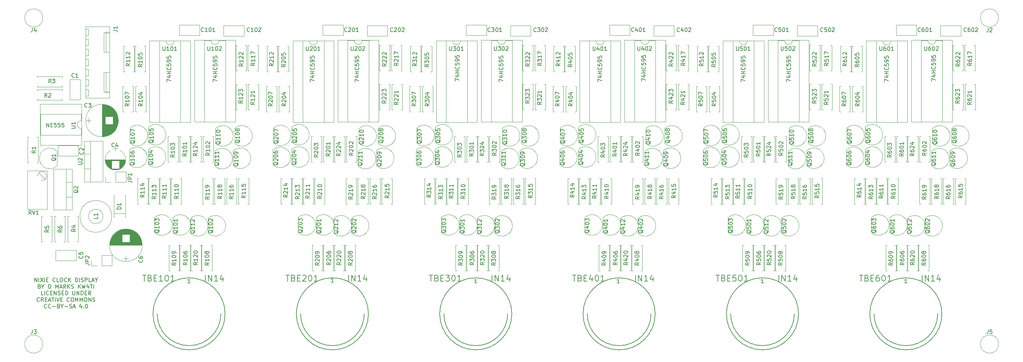
<source format=gbr>
G04 #@! TF.FileFunction,Legend,Top*
%FSLAX46Y46*%
G04 Gerber Fmt 4.6, Leading zero omitted, Abs format (unit mm)*
G04 Created by KiCad (PCBNEW 4.0.7) date 12/29/19 05:16:09*
%MOMM*%
%LPD*%
G01*
G04 APERTURE LIST*
%ADD10C,0.100000*%
%ADD11C,0.150000*%
%ADD12C,0.120000*%
%ADD13C,0.127000*%
G04 APERTURE END LIST*
D10*
D11*
X35242857Y-96952381D02*
X35242857Y-95952381D01*
X35814286Y-96952381D01*
X35814286Y-95952381D01*
X36290476Y-96952381D02*
X36290476Y-95952381D01*
X36671428Y-95952381D02*
X37338095Y-96952381D01*
X37338095Y-95952381D02*
X36671428Y-96952381D01*
X37719047Y-96952381D02*
X37719047Y-95952381D01*
X38195237Y-96428571D02*
X38528571Y-96428571D01*
X38671428Y-96952381D02*
X38195237Y-96952381D01*
X38195237Y-95952381D01*
X38671428Y-95952381D01*
X40433333Y-96857143D02*
X40385714Y-96904762D01*
X40242857Y-96952381D01*
X40147619Y-96952381D01*
X40004761Y-96904762D01*
X39909523Y-96809524D01*
X39861904Y-96714286D01*
X39814285Y-96523810D01*
X39814285Y-96380952D01*
X39861904Y-96190476D01*
X39909523Y-96095238D01*
X40004761Y-96000000D01*
X40147619Y-95952381D01*
X40242857Y-95952381D01*
X40385714Y-96000000D01*
X40433333Y-96047619D01*
X41338095Y-96952381D02*
X40861904Y-96952381D01*
X40861904Y-95952381D01*
X41861904Y-95952381D02*
X42052381Y-95952381D01*
X42147619Y-96000000D01*
X42242857Y-96095238D01*
X42290476Y-96285714D01*
X42290476Y-96619048D01*
X42242857Y-96809524D01*
X42147619Y-96904762D01*
X42052381Y-96952381D01*
X41861904Y-96952381D01*
X41766666Y-96904762D01*
X41671428Y-96809524D01*
X41623809Y-96619048D01*
X41623809Y-96285714D01*
X41671428Y-96095238D01*
X41766666Y-96000000D01*
X41861904Y-95952381D01*
X43290476Y-96857143D02*
X43242857Y-96904762D01*
X43100000Y-96952381D01*
X43004762Y-96952381D01*
X42861904Y-96904762D01*
X42766666Y-96809524D01*
X42719047Y-96714286D01*
X42671428Y-96523810D01*
X42671428Y-96380952D01*
X42719047Y-96190476D01*
X42766666Y-96095238D01*
X42861904Y-96000000D01*
X43004762Y-95952381D01*
X43100000Y-95952381D01*
X43242857Y-96000000D01*
X43290476Y-96047619D01*
X43719047Y-96952381D02*
X43719047Y-95952381D01*
X44290476Y-96952381D02*
X43861904Y-96380952D01*
X44290476Y-95952381D02*
X43719047Y-96523810D01*
X45480952Y-96952381D02*
X45480952Y-95952381D01*
X45719047Y-95952381D01*
X45861905Y-96000000D01*
X45957143Y-96095238D01*
X46004762Y-96190476D01*
X46052381Y-96380952D01*
X46052381Y-96523810D01*
X46004762Y-96714286D01*
X45957143Y-96809524D01*
X45861905Y-96904762D01*
X45719047Y-96952381D01*
X45480952Y-96952381D01*
X46480952Y-96952381D02*
X46480952Y-95952381D01*
X46909523Y-96904762D02*
X47052380Y-96952381D01*
X47290476Y-96952381D01*
X47385714Y-96904762D01*
X47433333Y-96857143D01*
X47480952Y-96761905D01*
X47480952Y-96666667D01*
X47433333Y-96571429D01*
X47385714Y-96523810D01*
X47290476Y-96476190D01*
X47099999Y-96428571D01*
X47004761Y-96380952D01*
X46957142Y-96333333D01*
X46909523Y-96238095D01*
X46909523Y-96142857D01*
X46957142Y-96047619D01*
X47004761Y-96000000D01*
X47099999Y-95952381D01*
X47338095Y-95952381D01*
X47480952Y-96000000D01*
X47909523Y-96952381D02*
X47909523Y-95952381D01*
X48290476Y-95952381D01*
X48385714Y-96000000D01*
X48433333Y-96047619D01*
X48480952Y-96142857D01*
X48480952Y-96285714D01*
X48433333Y-96380952D01*
X48385714Y-96428571D01*
X48290476Y-96476190D01*
X47909523Y-96476190D01*
X49385714Y-96952381D02*
X48909523Y-96952381D01*
X48909523Y-95952381D01*
X49671428Y-96666667D02*
X50147619Y-96666667D01*
X49576190Y-96952381D02*
X49909523Y-95952381D01*
X50242857Y-96952381D01*
X50766666Y-96476190D02*
X50766666Y-96952381D01*
X50433333Y-95952381D02*
X50766666Y-96476190D01*
X51100000Y-95952381D01*
X36457143Y-98078571D02*
X36600000Y-98126190D01*
X36647619Y-98173810D01*
X36695238Y-98269048D01*
X36695238Y-98411905D01*
X36647619Y-98507143D01*
X36600000Y-98554762D01*
X36504762Y-98602381D01*
X36123809Y-98602381D01*
X36123809Y-97602381D01*
X36457143Y-97602381D01*
X36552381Y-97650000D01*
X36600000Y-97697619D01*
X36647619Y-97792857D01*
X36647619Y-97888095D01*
X36600000Y-97983333D01*
X36552381Y-98030952D01*
X36457143Y-98078571D01*
X36123809Y-98078571D01*
X37314285Y-98126190D02*
X37314285Y-98602381D01*
X36980952Y-97602381D02*
X37314285Y-98126190D01*
X37647619Y-97602381D01*
X38742857Y-98602381D02*
X38742857Y-97602381D01*
X38980952Y-97602381D01*
X39123810Y-97650000D01*
X39219048Y-97745238D01*
X39266667Y-97840476D01*
X39314286Y-98030952D01*
X39314286Y-98173810D01*
X39266667Y-98364286D01*
X39219048Y-98459524D01*
X39123810Y-98554762D01*
X38980952Y-98602381D01*
X38742857Y-98602381D01*
X40504762Y-98602381D02*
X40504762Y-97602381D01*
X40838096Y-98316667D01*
X41171429Y-97602381D01*
X41171429Y-98602381D01*
X41600000Y-98316667D02*
X42076191Y-98316667D01*
X41504762Y-98602381D02*
X41838095Y-97602381D01*
X42171429Y-98602381D01*
X43076191Y-98602381D02*
X42742857Y-98126190D01*
X42504762Y-98602381D02*
X42504762Y-97602381D01*
X42885715Y-97602381D01*
X42980953Y-97650000D01*
X43028572Y-97697619D01*
X43076191Y-97792857D01*
X43076191Y-97935714D01*
X43028572Y-98030952D01*
X42980953Y-98078571D01*
X42885715Y-98126190D01*
X42504762Y-98126190D01*
X43504762Y-98602381D02*
X43504762Y-97602381D01*
X44076191Y-98602381D02*
X43647619Y-98030952D01*
X44076191Y-97602381D02*
X43504762Y-98173810D01*
X44457143Y-98554762D02*
X44600000Y-98602381D01*
X44838096Y-98602381D01*
X44933334Y-98554762D01*
X44980953Y-98507143D01*
X45028572Y-98411905D01*
X45028572Y-98316667D01*
X44980953Y-98221429D01*
X44933334Y-98173810D01*
X44838096Y-98126190D01*
X44647619Y-98078571D01*
X44552381Y-98030952D01*
X44504762Y-97983333D01*
X44457143Y-97888095D01*
X44457143Y-97792857D01*
X44504762Y-97697619D01*
X44552381Y-97650000D01*
X44647619Y-97602381D01*
X44885715Y-97602381D01*
X45028572Y-97650000D01*
X46219048Y-98602381D02*
X46219048Y-97602381D01*
X46790477Y-98602381D02*
X46361905Y-98030952D01*
X46790477Y-97602381D02*
X46219048Y-98173810D01*
X47123810Y-97602381D02*
X47361905Y-98602381D01*
X47552382Y-97888095D01*
X47742858Y-98602381D01*
X47980953Y-97602381D01*
X48790477Y-97935714D02*
X48790477Y-98602381D01*
X48552381Y-97554762D02*
X48314286Y-98269048D01*
X48933334Y-98269048D01*
X49171429Y-97602381D02*
X49742858Y-97602381D01*
X49457143Y-98602381D02*
X49457143Y-97602381D01*
X50076191Y-98602381D02*
X50076191Y-97602381D01*
X37385715Y-100252381D02*
X36909524Y-100252381D01*
X36909524Y-99252381D01*
X37719048Y-100252381D02*
X37719048Y-99252381D01*
X38766667Y-100157143D02*
X38719048Y-100204762D01*
X38576191Y-100252381D01*
X38480953Y-100252381D01*
X38338095Y-100204762D01*
X38242857Y-100109524D01*
X38195238Y-100014286D01*
X38147619Y-99823810D01*
X38147619Y-99680952D01*
X38195238Y-99490476D01*
X38242857Y-99395238D01*
X38338095Y-99300000D01*
X38480953Y-99252381D01*
X38576191Y-99252381D01*
X38719048Y-99300000D01*
X38766667Y-99347619D01*
X39195238Y-99728571D02*
X39528572Y-99728571D01*
X39671429Y-100252381D02*
X39195238Y-100252381D01*
X39195238Y-99252381D01*
X39671429Y-99252381D01*
X40100000Y-100252381D02*
X40100000Y-99252381D01*
X40671429Y-100252381D01*
X40671429Y-99252381D01*
X41100000Y-100204762D02*
X41242857Y-100252381D01*
X41480953Y-100252381D01*
X41576191Y-100204762D01*
X41623810Y-100157143D01*
X41671429Y-100061905D01*
X41671429Y-99966667D01*
X41623810Y-99871429D01*
X41576191Y-99823810D01*
X41480953Y-99776190D01*
X41290476Y-99728571D01*
X41195238Y-99680952D01*
X41147619Y-99633333D01*
X41100000Y-99538095D01*
X41100000Y-99442857D01*
X41147619Y-99347619D01*
X41195238Y-99300000D01*
X41290476Y-99252381D01*
X41528572Y-99252381D01*
X41671429Y-99300000D01*
X42100000Y-99728571D02*
X42433334Y-99728571D01*
X42576191Y-100252381D02*
X42100000Y-100252381D01*
X42100000Y-99252381D01*
X42576191Y-99252381D01*
X43004762Y-100252381D02*
X43004762Y-99252381D01*
X43242857Y-99252381D01*
X43385715Y-99300000D01*
X43480953Y-99395238D01*
X43528572Y-99490476D01*
X43576191Y-99680952D01*
X43576191Y-99823810D01*
X43528572Y-100014286D01*
X43480953Y-100109524D01*
X43385715Y-100204762D01*
X43242857Y-100252381D01*
X43004762Y-100252381D01*
X44766667Y-99252381D02*
X44766667Y-100061905D01*
X44814286Y-100157143D01*
X44861905Y-100204762D01*
X44957143Y-100252381D01*
X45147620Y-100252381D01*
X45242858Y-100204762D01*
X45290477Y-100157143D01*
X45338096Y-100061905D01*
X45338096Y-99252381D01*
X45814286Y-100252381D02*
X45814286Y-99252381D01*
X46385715Y-100252381D01*
X46385715Y-99252381D01*
X46861905Y-100252381D02*
X46861905Y-99252381D01*
X47100000Y-99252381D01*
X47242858Y-99300000D01*
X47338096Y-99395238D01*
X47385715Y-99490476D01*
X47433334Y-99680952D01*
X47433334Y-99823810D01*
X47385715Y-100014286D01*
X47338096Y-100109524D01*
X47242858Y-100204762D01*
X47100000Y-100252381D01*
X46861905Y-100252381D01*
X47861905Y-99728571D02*
X48195239Y-99728571D01*
X48338096Y-100252381D02*
X47861905Y-100252381D01*
X47861905Y-99252381D01*
X48338096Y-99252381D01*
X49338096Y-100252381D02*
X49004762Y-99776190D01*
X48766667Y-100252381D02*
X48766667Y-99252381D01*
X49147620Y-99252381D01*
X49242858Y-99300000D01*
X49290477Y-99347619D01*
X49338096Y-99442857D01*
X49338096Y-99585714D01*
X49290477Y-99680952D01*
X49242858Y-99728571D01*
X49147620Y-99776190D01*
X48766667Y-99776190D01*
X36457143Y-101807143D02*
X36409524Y-101854762D01*
X36266667Y-101902381D01*
X36171429Y-101902381D01*
X36028571Y-101854762D01*
X35933333Y-101759524D01*
X35885714Y-101664286D01*
X35838095Y-101473810D01*
X35838095Y-101330952D01*
X35885714Y-101140476D01*
X35933333Y-101045238D01*
X36028571Y-100950000D01*
X36171429Y-100902381D01*
X36266667Y-100902381D01*
X36409524Y-100950000D01*
X36457143Y-100997619D01*
X37457143Y-101902381D02*
X37123809Y-101426190D01*
X36885714Y-101902381D02*
X36885714Y-100902381D01*
X37266667Y-100902381D01*
X37361905Y-100950000D01*
X37409524Y-100997619D01*
X37457143Y-101092857D01*
X37457143Y-101235714D01*
X37409524Y-101330952D01*
X37361905Y-101378571D01*
X37266667Y-101426190D01*
X36885714Y-101426190D01*
X37885714Y-101378571D02*
X38219048Y-101378571D01*
X38361905Y-101902381D02*
X37885714Y-101902381D01*
X37885714Y-100902381D01*
X38361905Y-100902381D01*
X38742857Y-101616667D02*
X39219048Y-101616667D01*
X38647619Y-101902381D02*
X38980952Y-100902381D01*
X39314286Y-101902381D01*
X39504762Y-100902381D02*
X40076191Y-100902381D01*
X39790476Y-101902381D02*
X39790476Y-100902381D01*
X40409524Y-101902381D02*
X40409524Y-100902381D01*
X40742857Y-100902381D02*
X41076190Y-101902381D01*
X41409524Y-100902381D01*
X41742857Y-101378571D02*
X42076191Y-101378571D01*
X42219048Y-101902381D02*
X41742857Y-101902381D01*
X41742857Y-100902381D01*
X42219048Y-100902381D01*
X43980953Y-101807143D02*
X43933334Y-101854762D01*
X43790477Y-101902381D01*
X43695239Y-101902381D01*
X43552381Y-101854762D01*
X43457143Y-101759524D01*
X43409524Y-101664286D01*
X43361905Y-101473810D01*
X43361905Y-101330952D01*
X43409524Y-101140476D01*
X43457143Y-101045238D01*
X43552381Y-100950000D01*
X43695239Y-100902381D01*
X43790477Y-100902381D01*
X43933334Y-100950000D01*
X43980953Y-100997619D01*
X44600000Y-100902381D02*
X44790477Y-100902381D01*
X44885715Y-100950000D01*
X44980953Y-101045238D01*
X45028572Y-101235714D01*
X45028572Y-101569048D01*
X44980953Y-101759524D01*
X44885715Y-101854762D01*
X44790477Y-101902381D01*
X44600000Y-101902381D01*
X44504762Y-101854762D01*
X44409524Y-101759524D01*
X44361905Y-101569048D01*
X44361905Y-101235714D01*
X44409524Y-101045238D01*
X44504762Y-100950000D01*
X44600000Y-100902381D01*
X45457143Y-101902381D02*
X45457143Y-100902381D01*
X45790477Y-101616667D01*
X46123810Y-100902381D01*
X46123810Y-101902381D01*
X46600000Y-101902381D02*
X46600000Y-100902381D01*
X46933334Y-101616667D01*
X47266667Y-100902381D01*
X47266667Y-101902381D01*
X47933333Y-100902381D02*
X48123810Y-100902381D01*
X48219048Y-100950000D01*
X48314286Y-101045238D01*
X48361905Y-101235714D01*
X48361905Y-101569048D01*
X48314286Y-101759524D01*
X48219048Y-101854762D01*
X48123810Y-101902381D01*
X47933333Y-101902381D01*
X47838095Y-101854762D01*
X47742857Y-101759524D01*
X47695238Y-101569048D01*
X47695238Y-101235714D01*
X47742857Y-101045238D01*
X47838095Y-100950000D01*
X47933333Y-100902381D01*
X48790476Y-101902381D02*
X48790476Y-100902381D01*
X49361905Y-101902381D01*
X49361905Y-100902381D01*
X49790476Y-101854762D02*
X49933333Y-101902381D01*
X50171429Y-101902381D01*
X50266667Y-101854762D01*
X50314286Y-101807143D01*
X50361905Y-101711905D01*
X50361905Y-101616667D01*
X50314286Y-101521429D01*
X50266667Y-101473810D01*
X50171429Y-101426190D01*
X49980952Y-101378571D01*
X49885714Y-101330952D01*
X49838095Y-101283333D01*
X49790476Y-101188095D01*
X49790476Y-101092857D01*
X49838095Y-100997619D01*
X49885714Y-100950000D01*
X49980952Y-100902381D01*
X50219048Y-100902381D01*
X50361905Y-100950000D01*
X38266667Y-103457143D02*
X38219048Y-103504762D01*
X38076191Y-103552381D01*
X37980953Y-103552381D01*
X37838095Y-103504762D01*
X37742857Y-103409524D01*
X37695238Y-103314286D01*
X37647619Y-103123810D01*
X37647619Y-102980952D01*
X37695238Y-102790476D01*
X37742857Y-102695238D01*
X37838095Y-102600000D01*
X37980953Y-102552381D01*
X38076191Y-102552381D01*
X38219048Y-102600000D01*
X38266667Y-102647619D01*
X39266667Y-103457143D02*
X39219048Y-103504762D01*
X39076191Y-103552381D01*
X38980953Y-103552381D01*
X38838095Y-103504762D01*
X38742857Y-103409524D01*
X38695238Y-103314286D01*
X38647619Y-103123810D01*
X38647619Y-102980952D01*
X38695238Y-102790476D01*
X38742857Y-102695238D01*
X38838095Y-102600000D01*
X38980953Y-102552381D01*
X39076191Y-102552381D01*
X39219048Y-102600000D01*
X39266667Y-102647619D01*
X39695238Y-103171429D02*
X40457143Y-103171429D01*
X41266667Y-103028571D02*
X41409524Y-103076190D01*
X41457143Y-103123810D01*
X41504762Y-103219048D01*
X41504762Y-103361905D01*
X41457143Y-103457143D01*
X41409524Y-103504762D01*
X41314286Y-103552381D01*
X40933333Y-103552381D01*
X40933333Y-102552381D01*
X41266667Y-102552381D01*
X41361905Y-102600000D01*
X41409524Y-102647619D01*
X41457143Y-102742857D01*
X41457143Y-102838095D01*
X41409524Y-102933333D01*
X41361905Y-102980952D01*
X41266667Y-103028571D01*
X40933333Y-103028571D01*
X42123809Y-103076190D02*
X42123809Y-103552381D01*
X41790476Y-102552381D02*
X42123809Y-103076190D01*
X42457143Y-102552381D01*
X42790476Y-103171429D02*
X43552381Y-103171429D01*
X43980952Y-103504762D02*
X44123809Y-103552381D01*
X44361905Y-103552381D01*
X44457143Y-103504762D01*
X44504762Y-103457143D01*
X44552381Y-103361905D01*
X44552381Y-103266667D01*
X44504762Y-103171429D01*
X44457143Y-103123810D01*
X44361905Y-103076190D01*
X44171428Y-103028571D01*
X44076190Y-102980952D01*
X44028571Y-102933333D01*
X43980952Y-102838095D01*
X43980952Y-102742857D01*
X44028571Y-102647619D01*
X44076190Y-102600000D01*
X44171428Y-102552381D01*
X44409524Y-102552381D01*
X44552381Y-102600000D01*
X44933333Y-103266667D02*
X45409524Y-103266667D01*
X44838095Y-103552381D02*
X45171428Y-102552381D01*
X45504762Y-103552381D01*
X47028572Y-102885714D02*
X47028572Y-103552381D01*
X46790476Y-102504762D02*
X46552381Y-103219048D01*
X47171429Y-103219048D01*
X47552381Y-103457143D02*
X47600000Y-103504762D01*
X47552381Y-103552381D01*
X47504762Y-103504762D01*
X47552381Y-103457143D01*
X47552381Y-103552381D01*
X48219047Y-102552381D02*
X48314286Y-102552381D01*
X48409524Y-102600000D01*
X48457143Y-102647619D01*
X48504762Y-102742857D01*
X48552381Y-102933333D01*
X48552381Y-103171429D01*
X48504762Y-103361905D01*
X48457143Y-103457143D01*
X48409524Y-103504762D01*
X48314286Y-103552381D01*
X48219047Y-103552381D01*
X48123809Y-103504762D01*
X48076190Y-103457143D01*
X48028571Y-103361905D01*
X47980952Y-103171429D01*
X47980952Y-102933333D01*
X48028571Y-102742857D01*
X48076190Y-102647619D01*
X48123809Y-102600000D01*
X48219047Y-102552381D01*
X254285715Y-97252381D02*
X253714286Y-97252381D01*
X254000000Y-97252381D02*
X254000000Y-96252381D01*
X253904762Y-96395238D01*
X253809524Y-96490476D01*
X253714286Y-96538095D01*
X218285715Y-97252381D02*
X217714286Y-97252381D01*
X218000000Y-97252381D02*
X218000000Y-96252381D01*
X217904762Y-96395238D01*
X217809524Y-96490476D01*
X217714286Y-96538095D01*
X182085715Y-97252381D02*
X181514286Y-97252381D01*
X181800000Y-97252381D02*
X181800000Y-96252381D01*
X181704762Y-96395238D01*
X181609524Y-96490476D01*
X181514286Y-96538095D01*
X146285715Y-97252381D02*
X145714286Y-97252381D01*
X146000000Y-97252381D02*
X146000000Y-96252381D01*
X145904762Y-96395238D01*
X145809524Y-96490476D01*
X145714286Y-96538095D01*
X110285715Y-97052381D02*
X109714286Y-97052381D01*
X110000000Y-97052381D02*
X110000000Y-96052381D01*
X109904762Y-96195238D01*
X109809524Y-96290476D01*
X109714286Y-96338095D01*
X74285715Y-97252381D02*
X73714286Y-97252381D01*
X74000000Y-97252381D02*
X74000000Y-96252381D01*
X73904762Y-96395238D01*
X73809524Y-96490476D01*
X73714286Y-96538095D01*
X260452381Y-46461905D02*
X260452381Y-45795238D01*
X261452381Y-46223810D01*
X260785714Y-44985714D02*
X261452381Y-44985714D01*
X260404762Y-45223810D02*
X261119048Y-45461905D01*
X261119048Y-44842857D01*
X261452381Y-44461905D02*
X260452381Y-44461905D01*
X260928571Y-44461905D02*
X260928571Y-43890476D01*
X261452381Y-43890476D02*
X260452381Y-43890476D01*
X261357143Y-42842857D02*
X261404762Y-42890476D01*
X261452381Y-43033333D01*
X261452381Y-43128571D01*
X261404762Y-43271429D01*
X261309524Y-43366667D01*
X261214286Y-43414286D01*
X261023810Y-43461905D01*
X260880952Y-43461905D01*
X260690476Y-43414286D01*
X260595238Y-43366667D01*
X260500000Y-43271429D01*
X260452381Y-43128571D01*
X260452381Y-43033333D01*
X260500000Y-42890476D01*
X260547619Y-42842857D01*
X260452381Y-41938095D02*
X260452381Y-42414286D01*
X260928571Y-42461905D01*
X260880952Y-42414286D01*
X260833333Y-42319048D01*
X260833333Y-42080952D01*
X260880952Y-41985714D01*
X260928571Y-41938095D01*
X261023810Y-41890476D01*
X261261905Y-41890476D01*
X261357143Y-41938095D01*
X261404762Y-41985714D01*
X261452381Y-42080952D01*
X261452381Y-42319048D01*
X261404762Y-42414286D01*
X261357143Y-42461905D01*
X261452381Y-41414286D02*
X261452381Y-41223810D01*
X261404762Y-41128571D01*
X261357143Y-41080952D01*
X261214286Y-40985714D01*
X261023810Y-40938095D01*
X260642857Y-40938095D01*
X260547619Y-40985714D01*
X260500000Y-41033333D01*
X260452381Y-41128571D01*
X260452381Y-41319048D01*
X260500000Y-41414286D01*
X260547619Y-41461905D01*
X260642857Y-41509524D01*
X260880952Y-41509524D01*
X260976190Y-41461905D01*
X261023810Y-41414286D01*
X261071429Y-41319048D01*
X261071429Y-41128571D01*
X261023810Y-41033333D01*
X260976190Y-40985714D01*
X260880952Y-40938095D01*
X260452381Y-40033333D02*
X260452381Y-40509524D01*
X260928571Y-40557143D01*
X260880952Y-40509524D01*
X260833333Y-40414286D01*
X260833333Y-40176190D01*
X260880952Y-40080952D01*
X260928571Y-40033333D01*
X261023810Y-39985714D01*
X261261905Y-39985714D01*
X261357143Y-40033333D01*
X261404762Y-40080952D01*
X261452381Y-40176190D01*
X261452381Y-40414286D01*
X261404762Y-40509524D01*
X261357143Y-40557143D01*
X248652381Y-46661905D02*
X248652381Y-45995238D01*
X249652381Y-46423810D01*
X248985714Y-45185714D02*
X249652381Y-45185714D01*
X248604762Y-45423810D02*
X249319048Y-45661905D01*
X249319048Y-45042857D01*
X249652381Y-44661905D02*
X248652381Y-44661905D01*
X249128571Y-44661905D02*
X249128571Y-44090476D01*
X249652381Y-44090476D02*
X248652381Y-44090476D01*
X249557143Y-43042857D02*
X249604762Y-43090476D01*
X249652381Y-43233333D01*
X249652381Y-43328571D01*
X249604762Y-43471429D01*
X249509524Y-43566667D01*
X249414286Y-43614286D01*
X249223810Y-43661905D01*
X249080952Y-43661905D01*
X248890476Y-43614286D01*
X248795238Y-43566667D01*
X248700000Y-43471429D01*
X248652381Y-43328571D01*
X248652381Y-43233333D01*
X248700000Y-43090476D01*
X248747619Y-43042857D01*
X248652381Y-42138095D02*
X248652381Y-42614286D01*
X249128571Y-42661905D01*
X249080952Y-42614286D01*
X249033333Y-42519048D01*
X249033333Y-42280952D01*
X249080952Y-42185714D01*
X249128571Y-42138095D01*
X249223810Y-42090476D01*
X249461905Y-42090476D01*
X249557143Y-42138095D01*
X249604762Y-42185714D01*
X249652381Y-42280952D01*
X249652381Y-42519048D01*
X249604762Y-42614286D01*
X249557143Y-42661905D01*
X249652381Y-41614286D02*
X249652381Y-41423810D01*
X249604762Y-41328571D01*
X249557143Y-41280952D01*
X249414286Y-41185714D01*
X249223810Y-41138095D01*
X248842857Y-41138095D01*
X248747619Y-41185714D01*
X248700000Y-41233333D01*
X248652381Y-41328571D01*
X248652381Y-41519048D01*
X248700000Y-41614286D01*
X248747619Y-41661905D01*
X248842857Y-41709524D01*
X249080952Y-41709524D01*
X249176190Y-41661905D01*
X249223810Y-41614286D01*
X249271429Y-41519048D01*
X249271429Y-41328571D01*
X249223810Y-41233333D01*
X249176190Y-41185714D01*
X249080952Y-41138095D01*
X248652381Y-40233333D02*
X248652381Y-40709524D01*
X249128571Y-40757143D01*
X249080952Y-40709524D01*
X249033333Y-40614286D01*
X249033333Y-40376190D01*
X249080952Y-40280952D01*
X249128571Y-40233333D01*
X249223810Y-40185714D01*
X249461905Y-40185714D01*
X249557143Y-40233333D01*
X249604762Y-40280952D01*
X249652381Y-40376190D01*
X249652381Y-40614286D01*
X249604762Y-40709524D01*
X249557143Y-40757143D01*
X224052381Y-46661905D02*
X224052381Y-45995238D01*
X225052381Y-46423810D01*
X224385714Y-45185714D02*
X225052381Y-45185714D01*
X224004762Y-45423810D02*
X224719048Y-45661905D01*
X224719048Y-45042857D01*
X225052381Y-44661905D02*
X224052381Y-44661905D01*
X224528571Y-44661905D02*
X224528571Y-44090476D01*
X225052381Y-44090476D02*
X224052381Y-44090476D01*
X224957143Y-43042857D02*
X225004762Y-43090476D01*
X225052381Y-43233333D01*
X225052381Y-43328571D01*
X225004762Y-43471429D01*
X224909524Y-43566667D01*
X224814286Y-43614286D01*
X224623810Y-43661905D01*
X224480952Y-43661905D01*
X224290476Y-43614286D01*
X224195238Y-43566667D01*
X224100000Y-43471429D01*
X224052381Y-43328571D01*
X224052381Y-43233333D01*
X224100000Y-43090476D01*
X224147619Y-43042857D01*
X224052381Y-42138095D02*
X224052381Y-42614286D01*
X224528571Y-42661905D01*
X224480952Y-42614286D01*
X224433333Y-42519048D01*
X224433333Y-42280952D01*
X224480952Y-42185714D01*
X224528571Y-42138095D01*
X224623810Y-42090476D01*
X224861905Y-42090476D01*
X224957143Y-42138095D01*
X225004762Y-42185714D01*
X225052381Y-42280952D01*
X225052381Y-42519048D01*
X225004762Y-42614286D01*
X224957143Y-42661905D01*
X225052381Y-41614286D02*
X225052381Y-41423810D01*
X225004762Y-41328571D01*
X224957143Y-41280952D01*
X224814286Y-41185714D01*
X224623810Y-41138095D01*
X224242857Y-41138095D01*
X224147619Y-41185714D01*
X224100000Y-41233333D01*
X224052381Y-41328571D01*
X224052381Y-41519048D01*
X224100000Y-41614286D01*
X224147619Y-41661905D01*
X224242857Y-41709524D01*
X224480952Y-41709524D01*
X224576190Y-41661905D01*
X224623810Y-41614286D01*
X224671429Y-41519048D01*
X224671429Y-41328571D01*
X224623810Y-41233333D01*
X224576190Y-41185714D01*
X224480952Y-41138095D01*
X224052381Y-40233333D02*
X224052381Y-40709524D01*
X224528571Y-40757143D01*
X224480952Y-40709524D01*
X224433333Y-40614286D01*
X224433333Y-40376190D01*
X224480952Y-40280952D01*
X224528571Y-40233333D01*
X224623810Y-40185714D01*
X224861905Y-40185714D01*
X224957143Y-40233333D01*
X225004762Y-40280952D01*
X225052381Y-40376190D01*
X225052381Y-40614286D01*
X225004762Y-40709524D01*
X224957143Y-40757143D01*
X212652381Y-46661905D02*
X212652381Y-45995238D01*
X213652381Y-46423810D01*
X212985714Y-45185714D02*
X213652381Y-45185714D01*
X212604762Y-45423810D02*
X213319048Y-45661905D01*
X213319048Y-45042857D01*
X213652381Y-44661905D02*
X212652381Y-44661905D01*
X213128571Y-44661905D02*
X213128571Y-44090476D01*
X213652381Y-44090476D02*
X212652381Y-44090476D01*
X213557143Y-43042857D02*
X213604762Y-43090476D01*
X213652381Y-43233333D01*
X213652381Y-43328571D01*
X213604762Y-43471429D01*
X213509524Y-43566667D01*
X213414286Y-43614286D01*
X213223810Y-43661905D01*
X213080952Y-43661905D01*
X212890476Y-43614286D01*
X212795238Y-43566667D01*
X212700000Y-43471429D01*
X212652381Y-43328571D01*
X212652381Y-43233333D01*
X212700000Y-43090476D01*
X212747619Y-43042857D01*
X212652381Y-42138095D02*
X212652381Y-42614286D01*
X213128571Y-42661905D01*
X213080952Y-42614286D01*
X213033333Y-42519048D01*
X213033333Y-42280952D01*
X213080952Y-42185714D01*
X213128571Y-42138095D01*
X213223810Y-42090476D01*
X213461905Y-42090476D01*
X213557143Y-42138095D01*
X213604762Y-42185714D01*
X213652381Y-42280952D01*
X213652381Y-42519048D01*
X213604762Y-42614286D01*
X213557143Y-42661905D01*
X213652381Y-41614286D02*
X213652381Y-41423810D01*
X213604762Y-41328571D01*
X213557143Y-41280952D01*
X213414286Y-41185714D01*
X213223810Y-41138095D01*
X212842857Y-41138095D01*
X212747619Y-41185714D01*
X212700000Y-41233333D01*
X212652381Y-41328571D01*
X212652381Y-41519048D01*
X212700000Y-41614286D01*
X212747619Y-41661905D01*
X212842857Y-41709524D01*
X213080952Y-41709524D01*
X213176190Y-41661905D01*
X213223810Y-41614286D01*
X213271429Y-41519048D01*
X213271429Y-41328571D01*
X213223810Y-41233333D01*
X213176190Y-41185714D01*
X213080952Y-41138095D01*
X212652381Y-40233333D02*
X212652381Y-40709524D01*
X213128571Y-40757143D01*
X213080952Y-40709524D01*
X213033333Y-40614286D01*
X213033333Y-40376190D01*
X213080952Y-40280952D01*
X213128571Y-40233333D01*
X213223810Y-40185714D01*
X213461905Y-40185714D01*
X213557143Y-40233333D01*
X213604762Y-40280952D01*
X213652381Y-40376190D01*
X213652381Y-40614286D01*
X213604762Y-40709524D01*
X213557143Y-40757143D01*
X187652381Y-46461905D02*
X187652381Y-45795238D01*
X188652381Y-46223810D01*
X187985714Y-44985714D02*
X188652381Y-44985714D01*
X187604762Y-45223810D02*
X188319048Y-45461905D01*
X188319048Y-44842857D01*
X188652381Y-44461905D02*
X187652381Y-44461905D01*
X188128571Y-44461905D02*
X188128571Y-43890476D01*
X188652381Y-43890476D02*
X187652381Y-43890476D01*
X188557143Y-42842857D02*
X188604762Y-42890476D01*
X188652381Y-43033333D01*
X188652381Y-43128571D01*
X188604762Y-43271429D01*
X188509524Y-43366667D01*
X188414286Y-43414286D01*
X188223810Y-43461905D01*
X188080952Y-43461905D01*
X187890476Y-43414286D01*
X187795238Y-43366667D01*
X187700000Y-43271429D01*
X187652381Y-43128571D01*
X187652381Y-43033333D01*
X187700000Y-42890476D01*
X187747619Y-42842857D01*
X187652381Y-41938095D02*
X187652381Y-42414286D01*
X188128571Y-42461905D01*
X188080952Y-42414286D01*
X188033333Y-42319048D01*
X188033333Y-42080952D01*
X188080952Y-41985714D01*
X188128571Y-41938095D01*
X188223810Y-41890476D01*
X188461905Y-41890476D01*
X188557143Y-41938095D01*
X188604762Y-41985714D01*
X188652381Y-42080952D01*
X188652381Y-42319048D01*
X188604762Y-42414286D01*
X188557143Y-42461905D01*
X188652381Y-41414286D02*
X188652381Y-41223810D01*
X188604762Y-41128571D01*
X188557143Y-41080952D01*
X188414286Y-40985714D01*
X188223810Y-40938095D01*
X187842857Y-40938095D01*
X187747619Y-40985714D01*
X187700000Y-41033333D01*
X187652381Y-41128571D01*
X187652381Y-41319048D01*
X187700000Y-41414286D01*
X187747619Y-41461905D01*
X187842857Y-41509524D01*
X188080952Y-41509524D01*
X188176190Y-41461905D01*
X188223810Y-41414286D01*
X188271429Y-41319048D01*
X188271429Y-41128571D01*
X188223810Y-41033333D01*
X188176190Y-40985714D01*
X188080952Y-40938095D01*
X187652381Y-40033333D02*
X187652381Y-40509524D01*
X188128571Y-40557143D01*
X188080952Y-40509524D01*
X188033333Y-40414286D01*
X188033333Y-40176190D01*
X188080952Y-40080952D01*
X188128571Y-40033333D01*
X188223810Y-39985714D01*
X188461905Y-39985714D01*
X188557143Y-40033333D01*
X188604762Y-40080952D01*
X188652381Y-40176190D01*
X188652381Y-40414286D01*
X188604762Y-40509524D01*
X188557143Y-40557143D01*
X176652381Y-46661905D02*
X176652381Y-45995238D01*
X177652381Y-46423810D01*
X176985714Y-45185714D02*
X177652381Y-45185714D01*
X176604762Y-45423810D02*
X177319048Y-45661905D01*
X177319048Y-45042857D01*
X177652381Y-44661905D02*
X176652381Y-44661905D01*
X177128571Y-44661905D02*
X177128571Y-44090476D01*
X177652381Y-44090476D02*
X176652381Y-44090476D01*
X177557143Y-43042857D02*
X177604762Y-43090476D01*
X177652381Y-43233333D01*
X177652381Y-43328571D01*
X177604762Y-43471429D01*
X177509524Y-43566667D01*
X177414286Y-43614286D01*
X177223810Y-43661905D01*
X177080952Y-43661905D01*
X176890476Y-43614286D01*
X176795238Y-43566667D01*
X176700000Y-43471429D01*
X176652381Y-43328571D01*
X176652381Y-43233333D01*
X176700000Y-43090476D01*
X176747619Y-43042857D01*
X176652381Y-42138095D02*
X176652381Y-42614286D01*
X177128571Y-42661905D01*
X177080952Y-42614286D01*
X177033333Y-42519048D01*
X177033333Y-42280952D01*
X177080952Y-42185714D01*
X177128571Y-42138095D01*
X177223810Y-42090476D01*
X177461905Y-42090476D01*
X177557143Y-42138095D01*
X177604762Y-42185714D01*
X177652381Y-42280952D01*
X177652381Y-42519048D01*
X177604762Y-42614286D01*
X177557143Y-42661905D01*
X177652381Y-41614286D02*
X177652381Y-41423810D01*
X177604762Y-41328571D01*
X177557143Y-41280952D01*
X177414286Y-41185714D01*
X177223810Y-41138095D01*
X176842857Y-41138095D01*
X176747619Y-41185714D01*
X176700000Y-41233333D01*
X176652381Y-41328571D01*
X176652381Y-41519048D01*
X176700000Y-41614286D01*
X176747619Y-41661905D01*
X176842857Y-41709524D01*
X177080952Y-41709524D01*
X177176190Y-41661905D01*
X177223810Y-41614286D01*
X177271429Y-41519048D01*
X177271429Y-41328571D01*
X177223810Y-41233333D01*
X177176190Y-41185714D01*
X177080952Y-41138095D01*
X176652381Y-40233333D02*
X176652381Y-40709524D01*
X177128571Y-40757143D01*
X177080952Y-40709524D01*
X177033333Y-40614286D01*
X177033333Y-40376190D01*
X177080952Y-40280952D01*
X177128571Y-40233333D01*
X177223810Y-40185714D01*
X177461905Y-40185714D01*
X177557143Y-40233333D01*
X177604762Y-40280952D01*
X177652381Y-40376190D01*
X177652381Y-40614286D01*
X177604762Y-40709524D01*
X177557143Y-40757143D01*
X151852381Y-46661905D02*
X151852381Y-45995238D01*
X152852381Y-46423810D01*
X152185714Y-45185714D02*
X152852381Y-45185714D01*
X151804762Y-45423810D02*
X152519048Y-45661905D01*
X152519048Y-45042857D01*
X152852381Y-44661905D02*
X151852381Y-44661905D01*
X152328571Y-44661905D02*
X152328571Y-44090476D01*
X152852381Y-44090476D02*
X151852381Y-44090476D01*
X152757143Y-43042857D02*
X152804762Y-43090476D01*
X152852381Y-43233333D01*
X152852381Y-43328571D01*
X152804762Y-43471429D01*
X152709524Y-43566667D01*
X152614286Y-43614286D01*
X152423810Y-43661905D01*
X152280952Y-43661905D01*
X152090476Y-43614286D01*
X151995238Y-43566667D01*
X151900000Y-43471429D01*
X151852381Y-43328571D01*
X151852381Y-43233333D01*
X151900000Y-43090476D01*
X151947619Y-43042857D01*
X151852381Y-42138095D02*
X151852381Y-42614286D01*
X152328571Y-42661905D01*
X152280952Y-42614286D01*
X152233333Y-42519048D01*
X152233333Y-42280952D01*
X152280952Y-42185714D01*
X152328571Y-42138095D01*
X152423810Y-42090476D01*
X152661905Y-42090476D01*
X152757143Y-42138095D01*
X152804762Y-42185714D01*
X152852381Y-42280952D01*
X152852381Y-42519048D01*
X152804762Y-42614286D01*
X152757143Y-42661905D01*
X152852381Y-41614286D02*
X152852381Y-41423810D01*
X152804762Y-41328571D01*
X152757143Y-41280952D01*
X152614286Y-41185714D01*
X152423810Y-41138095D01*
X152042857Y-41138095D01*
X151947619Y-41185714D01*
X151900000Y-41233333D01*
X151852381Y-41328571D01*
X151852381Y-41519048D01*
X151900000Y-41614286D01*
X151947619Y-41661905D01*
X152042857Y-41709524D01*
X152280952Y-41709524D01*
X152376190Y-41661905D01*
X152423810Y-41614286D01*
X152471429Y-41519048D01*
X152471429Y-41328571D01*
X152423810Y-41233333D01*
X152376190Y-41185714D01*
X152280952Y-41138095D01*
X151852381Y-40233333D02*
X151852381Y-40709524D01*
X152328571Y-40757143D01*
X152280952Y-40709524D01*
X152233333Y-40614286D01*
X152233333Y-40376190D01*
X152280952Y-40280952D01*
X152328571Y-40233333D01*
X152423810Y-40185714D01*
X152661905Y-40185714D01*
X152757143Y-40233333D01*
X152804762Y-40280952D01*
X152852381Y-40376190D01*
X152852381Y-40614286D01*
X152804762Y-40709524D01*
X152757143Y-40757143D01*
X140852381Y-46461905D02*
X140852381Y-45795238D01*
X141852381Y-46223810D01*
X141185714Y-44985714D02*
X141852381Y-44985714D01*
X140804762Y-45223810D02*
X141519048Y-45461905D01*
X141519048Y-44842857D01*
X141852381Y-44461905D02*
X140852381Y-44461905D01*
X141328571Y-44461905D02*
X141328571Y-43890476D01*
X141852381Y-43890476D02*
X140852381Y-43890476D01*
X141757143Y-42842857D02*
X141804762Y-42890476D01*
X141852381Y-43033333D01*
X141852381Y-43128571D01*
X141804762Y-43271429D01*
X141709524Y-43366667D01*
X141614286Y-43414286D01*
X141423810Y-43461905D01*
X141280952Y-43461905D01*
X141090476Y-43414286D01*
X140995238Y-43366667D01*
X140900000Y-43271429D01*
X140852381Y-43128571D01*
X140852381Y-43033333D01*
X140900000Y-42890476D01*
X140947619Y-42842857D01*
X140852381Y-41938095D02*
X140852381Y-42414286D01*
X141328571Y-42461905D01*
X141280952Y-42414286D01*
X141233333Y-42319048D01*
X141233333Y-42080952D01*
X141280952Y-41985714D01*
X141328571Y-41938095D01*
X141423810Y-41890476D01*
X141661905Y-41890476D01*
X141757143Y-41938095D01*
X141804762Y-41985714D01*
X141852381Y-42080952D01*
X141852381Y-42319048D01*
X141804762Y-42414286D01*
X141757143Y-42461905D01*
X141852381Y-41414286D02*
X141852381Y-41223810D01*
X141804762Y-41128571D01*
X141757143Y-41080952D01*
X141614286Y-40985714D01*
X141423810Y-40938095D01*
X141042857Y-40938095D01*
X140947619Y-40985714D01*
X140900000Y-41033333D01*
X140852381Y-41128571D01*
X140852381Y-41319048D01*
X140900000Y-41414286D01*
X140947619Y-41461905D01*
X141042857Y-41509524D01*
X141280952Y-41509524D01*
X141376190Y-41461905D01*
X141423810Y-41414286D01*
X141471429Y-41319048D01*
X141471429Y-41128571D01*
X141423810Y-41033333D01*
X141376190Y-40985714D01*
X141280952Y-40938095D01*
X140852381Y-40033333D02*
X140852381Y-40509524D01*
X141328571Y-40557143D01*
X141280952Y-40509524D01*
X141233333Y-40414286D01*
X141233333Y-40176190D01*
X141280952Y-40080952D01*
X141328571Y-40033333D01*
X141423810Y-39985714D01*
X141661905Y-39985714D01*
X141757143Y-40033333D01*
X141804762Y-40080952D01*
X141852381Y-40176190D01*
X141852381Y-40414286D01*
X141804762Y-40509524D01*
X141757143Y-40557143D01*
X115652381Y-46661905D02*
X115652381Y-45995238D01*
X116652381Y-46423810D01*
X115985714Y-45185714D02*
X116652381Y-45185714D01*
X115604762Y-45423810D02*
X116319048Y-45661905D01*
X116319048Y-45042857D01*
X116652381Y-44661905D02*
X115652381Y-44661905D01*
X116128571Y-44661905D02*
X116128571Y-44090476D01*
X116652381Y-44090476D02*
X115652381Y-44090476D01*
X116557143Y-43042857D02*
X116604762Y-43090476D01*
X116652381Y-43233333D01*
X116652381Y-43328571D01*
X116604762Y-43471429D01*
X116509524Y-43566667D01*
X116414286Y-43614286D01*
X116223810Y-43661905D01*
X116080952Y-43661905D01*
X115890476Y-43614286D01*
X115795238Y-43566667D01*
X115700000Y-43471429D01*
X115652381Y-43328571D01*
X115652381Y-43233333D01*
X115700000Y-43090476D01*
X115747619Y-43042857D01*
X115652381Y-42138095D02*
X115652381Y-42614286D01*
X116128571Y-42661905D01*
X116080952Y-42614286D01*
X116033333Y-42519048D01*
X116033333Y-42280952D01*
X116080952Y-42185714D01*
X116128571Y-42138095D01*
X116223810Y-42090476D01*
X116461905Y-42090476D01*
X116557143Y-42138095D01*
X116604762Y-42185714D01*
X116652381Y-42280952D01*
X116652381Y-42519048D01*
X116604762Y-42614286D01*
X116557143Y-42661905D01*
X116652381Y-41614286D02*
X116652381Y-41423810D01*
X116604762Y-41328571D01*
X116557143Y-41280952D01*
X116414286Y-41185714D01*
X116223810Y-41138095D01*
X115842857Y-41138095D01*
X115747619Y-41185714D01*
X115700000Y-41233333D01*
X115652381Y-41328571D01*
X115652381Y-41519048D01*
X115700000Y-41614286D01*
X115747619Y-41661905D01*
X115842857Y-41709524D01*
X116080952Y-41709524D01*
X116176190Y-41661905D01*
X116223810Y-41614286D01*
X116271429Y-41519048D01*
X116271429Y-41328571D01*
X116223810Y-41233333D01*
X116176190Y-41185714D01*
X116080952Y-41138095D01*
X115652381Y-40233333D02*
X115652381Y-40709524D01*
X116128571Y-40757143D01*
X116080952Y-40709524D01*
X116033333Y-40614286D01*
X116033333Y-40376190D01*
X116080952Y-40280952D01*
X116128571Y-40233333D01*
X116223810Y-40185714D01*
X116461905Y-40185714D01*
X116557143Y-40233333D01*
X116604762Y-40280952D01*
X116652381Y-40376190D01*
X116652381Y-40614286D01*
X116604762Y-40709524D01*
X116557143Y-40757143D01*
X104452381Y-46661905D02*
X104452381Y-45995238D01*
X105452381Y-46423810D01*
X104785714Y-45185714D02*
X105452381Y-45185714D01*
X104404762Y-45423810D02*
X105119048Y-45661905D01*
X105119048Y-45042857D01*
X105452381Y-44661905D02*
X104452381Y-44661905D01*
X104928571Y-44661905D02*
X104928571Y-44090476D01*
X105452381Y-44090476D02*
X104452381Y-44090476D01*
X105357143Y-43042857D02*
X105404762Y-43090476D01*
X105452381Y-43233333D01*
X105452381Y-43328571D01*
X105404762Y-43471429D01*
X105309524Y-43566667D01*
X105214286Y-43614286D01*
X105023810Y-43661905D01*
X104880952Y-43661905D01*
X104690476Y-43614286D01*
X104595238Y-43566667D01*
X104500000Y-43471429D01*
X104452381Y-43328571D01*
X104452381Y-43233333D01*
X104500000Y-43090476D01*
X104547619Y-43042857D01*
X104452381Y-42138095D02*
X104452381Y-42614286D01*
X104928571Y-42661905D01*
X104880952Y-42614286D01*
X104833333Y-42519048D01*
X104833333Y-42280952D01*
X104880952Y-42185714D01*
X104928571Y-42138095D01*
X105023810Y-42090476D01*
X105261905Y-42090476D01*
X105357143Y-42138095D01*
X105404762Y-42185714D01*
X105452381Y-42280952D01*
X105452381Y-42519048D01*
X105404762Y-42614286D01*
X105357143Y-42661905D01*
X105452381Y-41614286D02*
X105452381Y-41423810D01*
X105404762Y-41328571D01*
X105357143Y-41280952D01*
X105214286Y-41185714D01*
X105023810Y-41138095D01*
X104642857Y-41138095D01*
X104547619Y-41185714D01*
X104500000Y-41233333D01*
X104452381Y-41328571D01*
X104452381Y-41519048D01*
X104500000Y-41614286D01*
X104547619Y-41661905D01*
X104642857Y-41709524D01*
X104880952Y-41709524D01*
X104976190Y-41661905D01*
X105023810Y-41614286D01*
X105071429Y-41519048D01*
X105071429Y-41328571D01*
X105023810Y-41233333D01*
X104976190Y-41185714D01*
X104880952Y-41138095D01*
X104452381Y-40233333D02*
X104452381Y-40709524D01*
X104928571Y-40757143D01*
X104880952Y-40709524D01*
X104833333Y-40614286D01*
X104833333Y-40376190D01*
X104880952Y-40280952D01*
X104928571Y-40233333D01*
X105023810Y-40185714D01*
X105261905Y-40185714D01*
X105357143Y-40233333D01*
X105404762Y-40280952D01*
X105452381Y-40376190D01*
X105452381Y-40614286D01*
X105404762Y-40709524D01*
X105357143Y-40757143D01*
X80052381Y-46661905D02*
X80052381Y-45995238D01*
X81052381Y-46423810D01*
X80385714Y-45185714D02*
X81052381Y-45185714D01*
X80004762Y-45423810D02*
X80719048Y-45661905D01*
X80719048Y-45042857D01*
X81052381Y-44661905D02*
X80052381Y-44661905D01*
X80528571Y-44661905D02*
X80528571Y-44090476D01*
X81052381Y-44090476D02*
X80052381Y-44090476D01*
X80957143Y-43042857D02*
X81004762Y-43090476D01*
X81052381Y-43233333D01*
X81052381Y-43328571D01*
X81004762Y-43471429D01*
X80909524Y-43566667D01*
X80814286Y-43614286D01*
X80623810Y-43661905D01*
X80480952Y-43661905D01*
X80290476Y-43614286D01*
X80195238Y-43566667D01*
X80100000Y-43471429D01*
X80052381Y-43328571D01*
X80052381Y-43233333D01*
X80100000Y-43090476D01*
X80147619Y-43042857D01*
X80052381Y-42138095D02*
X80052381Y-42614286D01*
X80528571Y-42661905D01*
X80480952Y-42614286D01*
X80433333Y-42519048D01*
X80433333Y-42280952D01*
X80480952Y-42185714D01*
X80528571Y-42138095D01*
X80623810Y-42090476D01*
X80861905Y-42090476D01*
X80957143Y-42138095D01*
X81004762Y-42185714D01*
X81052381Y-42280952D01*
X81052381Y-42519048D01*
X81004762Y-42614286D01*
X80957143Y-42661905D01*
X81052381Y-41614286D02*
X81052381Y-41423810D01*
X81004762Y-41328571D01*
X80957143Y-41280952D01*
X80814286Y-41185714D01*
X80623810Y-41138095D01*
X80242857Y-41138095D01*
X80147619Y-41185714D01*
X80100000Y-41233333D01*
X80052381Y-41328571D01*
X80052381Y-41519048D01*
X80100000Y-41614286D01*
X80147619Y-41661905D01*
X80242857Y-41709524D01*
X80480952Y-41709524D01*
X80576190Y-41661905D01*
X80623810Y-41614286D01*
X80671429Y-41519048D01*
X80671429Y-41328571D01*
X80623810Y-41233333D01*
X80576190Y-41185714D01*
X80480952Y-41138095D01*
X80052381Y-40233333D02*
X80052381Y-40709524D01*
X80528571Y-40757143D01*
X80480952Y-40709524D01*
X80433333Y-40614286D01*
X80433333Y-40376190D01*
X80480952Y-40280952D01*
X80528571Y-40233333D01*
X80623810Y-40185714D01*
X80861905Y-40185714D01*
X80957143Y-40233333D01*
X81004762Y-40280952D01*
X81052381Y-40376190D01*
X81052381Y-40614286D01*
X81004762Y-40709524D01*
X80957143Y-40757143D01*
X68452381Y-46661905D02*
X68452381Y-45995238D01*
X69452381Y-46423810D01*
X68785714Y-45185714D02*
X69452381Y-45185714D01*
X68404762Y-45423810D02*
X69119048Y-45661905D01*
X69119048Y-45042857D01*
X69452381Y-44661905D02*
X68452381Y-44661905D01*
X68928571Y-44661905D02*
X68928571Y-44090476D01*
X69452381Y-44090476D02*
X68452381Y-44090476D01*
X69357143Y-43042857D02*
X69404762Y-43090476D01*
X69452381Y-43233333D01*
X69452381Y-43328571D01*
X69404762Y-43471429D01*
X69309524Y-43566667D01*
X69214286Y-43614286D01*
X69023810Y-43661905D01*
X68880952Y-43661905D01*
X68690476Y-43614286D01*
X68595238Y-43566667D01*
X68500000Y-43471429D01*
X68452381Y-43328571D01*
X68452381Y-43233333D01*
X68500000Y-43090476D01*
X68547619Y-43042857D01*
X68452381Y-42138095D02*
X68452381Y-42614286D01*
X68928571Y-42661905D01*
X68880952Y-42614286D01*
X68833333Y-42519048D01*
X68833333Y-42280952D01*
X68880952Y-42185714D01*
X68928571Y-42138095D01*
X69023810Y-42090476D01*
X69261905Y-42090476D01*
X69357143Y-42138095D01*
X69404762Y-42185714D01*
X69452381Y-42280952D01*
X69452381Y-42519048D01*
X69404762Y-42614286D01*
X69357143Y-42661905D01*
X69452381Y-41614286D02*
X69452381Y-41423810D01*
X69404762Y-41328571D01*
X69357143Y-41280952D01*
X69214286Y-41185714D01*
X69023810Y-41138095D01*
X68642857Y-41138095D01*
X68547619Y-41185714D01*
X68500000Y-41233333D01*
X68452381Y-41328571D01*
X68452381Y-41519048D01*
X68500000Y-41614286D01*
X68547619Y-41661905D01*
X68642857Y-41709524D01*
X68880952Y-41709524D01*
X68976190Y-41661905D01*
X69023810Y-41614286D01*
X69071429Y-41519048D01*
X69071429Y-41328571D01*
X69023810Y-41233333D01*
X68976190Y-41185714D01*
X68880952Y-41138095D01*
X68452381Y-40233333D02*
X68452381Y-40709524D01*
X68928571Y-40757143D01*
X68880952Y-40709524D01*
X68833333Y-40614286D01*
X68833333Y-40376190D01*
X68880952Y-40280952D01*
X68928571Y-40233333D01*
X69023810Y-40185714D01*
X69261905Y-40185714D01*
X69357143Y-40233333D01*
X69404762Y-40280952D01*
X69452381Y-40376190D01*
X69452381Y-40614286D01*
X69404762Y-40709524D01*
X69357143Y-40757143D01*
X38233333Y-58052381D02*
X38233333Y-57052381D01*
X38804762Y-58052381D01*
X38804762Y-57052381D01*
X39280952Y-57528571D02*
X39614286Y-57528571D01*
X39757143Y-58052381D02*
X39280952Y-58052381D01*
X39280952Y-57052381D01*
X39757143Y-57052381D01*
X40661905Y-57052381D02*
X40185714Y-57052381D01*
X40138095Y-57528571D01*
X40185714Y-57480952D01*
X40280952Y-57433333D01*
X40519048Y-57433333D01*
X40614286Y-57480952D01*
X40661905Y-57528571D01*
X40709524Y-57623810D01*
X40709524Y-57861905D01*
X40661905Y-57957143D01*
X40614286Y-58004762D01*
X40519048Y-58052381D01*
X40280952Y-58052381D01*
X40185714Y-58004762D01*
X40138095Y-57957143D01*
X41614286Y-57052381D02*
X41138095Y-57052381D01*
X41090476Y-57528571D01*
X41138095Y-57480952D01*
X41233333Y-57433333D01*
X41471429Y-57433333D01*
X41566667Y-57480952D01*
X41614286Y-57528571D01*
X41661905Y-57623810D01*
X41661905Y-57861905D01*
X41614286Y-57957143D01*
X41566667Y-58004762D01*
X41471429Y-58052381D01*
X41233333Y-58052381D01*
X41138095Y-58004762D01*
X41090476Y-57957143D01*
X42566667Y-57052381D02*
X42090476Y-57052381D01*
X42042857Y-57528571D01*
X42090476Y-57480952D01*
X42185714Y-57433333D01*
X42423810Y-57433333D01*
X42519048Y-57480952D01*
X42566667Y-57528571D01*
X42614286Y-57623810D01*
X42614286Y-57861905D01*
X42566667Y-57957143D01*
X42519048Y-58004762D01*
X42423810Y-58052381D01*
X42185714Y-58052381D01*
X42090476Y-58004762D01*
X42042857Y-57957143D01*
D12*
X46680000Y-46052000D02*
X46680000Y-51172000D01*
X44060000Y-46052000D02*
X44060000Y-51172000D01*
X46680000Y-46052000D02*
X44060000Y-46052000D01*
X46680000Y-51172000D02*
X44060000Y-51172000D01*
X35895704Y-70385309D02*
G75*
G02X38205000Y-70345000I1154296J40309D01*
G01*
X38204052Y-70324879D02*
G75*
G02X36810000Y-71474000I-1154052J-20121D01*
G01*
X33430000Y-78665000D02*
X33430000Y-69015000D01*
X38381000Y-78665000D02*
X38381000Y-69015000D01*
X33430000Y-78665000D02*
X38381000Y-78665000D01*
X33430000Y-69015000D02*
X38381000Y-69015000D01*
X36316000Y-69469000D02*
X37926000Y-71080000D01*
X36175000Y-69609000D02*
X37785000Y-71221000D01*
X189510000Y-36270000D02*
G75*
G02X187510000Y-36270000I-1000000J0D01*
G01*
X187510000Y-36270000D02*
X185860000Y-36270000D01*
X185860000Y-36270000D02*
X185860000Y-56710000D01*
X185860000Y-56710000D02*
X191160000Y-56710000D01*
X191160000Y-56710000D02*
X191160000Y-36270000D01*
X191160000Y-36270000D02*
X189510000Y-36270000D01*
X183370000Y-36210000D02*
X183370000Y-56770000D01*
X183370000Y-56770000D02*
X193650000Y-56770000D01*
X193650000Y-56770000D02*
X193650000Y-36210000D01*
X193650000Y-36210000D02*
X183370000Y-36210000D01*
X153510000Y-36270000D02*
G75*
G02X151510000Y-36270000I-1000000J0D01*
G01*
X151510000Y-36270000D02*
X149860000Y-36270000D01*
X149860000Y-36270000D02*
X149860000Y-56710000D01*
X149860000Y-56710000D02*
X155160000Y-56710000D01*
X155160000Y-56710000D02*
X155160000Y-36270000D01*
X155160000Y-36270000D02*
X153510000Y-36270000D01*
X147370000Y-36210000D02*
X147370000Y-56770000D01*
X147370000Y-56770000D02*
X157650000Y-56770000D01*
X157650000Y-56770000D02*
X157650000Y-36210000D01*
X157650000Y-36210000D02*
X147370000Y-36210000D01*
X257720000Y-66800000D02*
X257390000Y-66800000D01*
X257390000Y-66800000D02*
X257390000Y-60380000D01*
X257390000Y-60380000D02*
X257720000Y-60380000D01*
X259680000Y-66800000D02*
X260010000Y-66800000D01*
X260010000Y-66800000D02*
X260010000Y-60380000D01*
X260010000Y-60380000D02*
X259680000Y-60380000D01*
X261510000Y-36270000D02*
G75*
G02X259510000Y-36270000I-1000000J0D01*
G01*
X259510000Y-36270000D02*
X257860000Y-36270000D01*
X257860000Y-36270000D02*
X257860000Y-56710000D01*
X257860000Y-56710000D02*
X263160000Y-56710000D01*
X263160000Y-56710000D02*
X263160000Y-36270000D01*
X263160000Y-36270000D02*
X261510000Y-36270000D01*
X255370000Y-36210000D02*
X255370000Y-56770000D01*
X255370000Y-56770000D02*
X265650000Y-56770000D01*
X265650000Y-56770000D02*
X265650000Y-36210000D01*
X265650000Y-36210000D02*
X255370000Y-36210000D01*
X250210000Y-36370000D02*
G75*
G02X248210000Y-36370000I-1000000J0D01*
G01*
X248210000Y-36370000D02*
X246560000Y-36370000D01*
X246560000Y-36370000D02*
X246560000Y-56810000D01*
X246560000Y-56810000D02*
X251860000Y-56810000D01*
X251860000Y-56810000D02*
X251860000Y-36370000D01*
X251860000Y-36370000D02*
X250210000Y-36370000D01*
X244070000Y-36310000D02*
X244070000Y-56870000D01*
X244070000Y-56870000D02*
X254350000Y-56870000D01*
X254350000Y-56870000D02*
X254350000Y-36310000D01*
X254350000Y-36310000D02*
X244070000Y-36310000D01*
D13*
X246000000Y-105000000D02*
G75*
G03X262000000Y-105000000I8000000J0D01*
G01*
X263055300Y-105000000D02*
G75*
G03X263055300Y-105000000I-9055300J0D01*
G01*
D12*
X254820000Y-66800000D02*
X254490000Y-66800000D01*
X254490000Y-66800000D02*
X254490000Y-60380000D01*
X254490000Y-60380000D02*
X254820000Y-60380000D01*
X256780000Y-66800000D02*
X257110000Y-66800000D01*
X257110000Y-66800000D02*
X257110000Y-60380000D01*
X257110000Y-60380000D02*
X256780000Y-60380000D01*
X266120000Y-53700000D02*
X265790000Y-53700000D01*
X265790000Y-53700000D02*
X265790000Y-47280000D01*
X265790000Y-47280000D02*
X266120000Y-47280000D01*
X268080000Y-53700000D02*
X268410000Y-53700000D01*
X268410000Y-53700000D02*
X268410000Y-47280000D01*
X268410000Y-47280000D02*
X268080000Y-47280000D01*
X266120000Y-43900000D02*
X265790000Y-43900000D01*
X265790000Y-43900000D02*
X265790000Y-37480000D01*
X265790000Y-37480000D02*
X266120000Y-37480000D01*
X268080000Y-43900000D02*
X268410000Y-43900000D01*
X268410000Y-43900000D02*
X268410000Y-37480000D01*
X268410000Y-37480000D02*
X268080000Y-37480000D01*
X269220000Y-53700000D02*
X268890000Y-53700000D01*
X268890000Y-53700000D02*
X268890000Y-47280000D01*
X268890000Y-47280000D02*
X269220000Y-47280000D01*
X271180000Y-53700000D02*
X271510000Y-53700000D01*
X271510000Y-53700000D02*
X271510000Y-47280000D01*
X271510000Y-47280000D02*
X271180000Y-47280000D01*
X254770000Y-94150000D02*
X254440000Y-94150000D01*
X254440000Y-94150000D02*
X254440000Y-87730000D01*
X254440000Y-87730000D02*
X254770000Y-87730000D01*
X256730000Y-94150000D02*
X257060000Y-94150000D01*
X257060000Y-94150000D02*
X257060000Y-87730000D01*
X257060000Y-87730000D02*
X256730000Y-87730000D01*
X257720000Y-77400000D02*
X257390000Y-77400000D01*
X257390000Y-77400000D02*
X257390000Y-70980000D01*
X257390000Y-70980000D02*
X257720000Y-70980000D01*
X259680000Y-77400000D02*
X260010000Y-77400000D01*
X260010000Y-77400000D02*
X260010000Y-70980000D01*
X260010000Y-70980000D02*
X259680000Y-70980000D01*
X260720000Y-77400000D02*
X260390000Y-77400000D01*
X260390000Y-77400000D02*
X260390000Y-70980000D01*
X260390000Y-70980000D02*
X260720000Y-70980000D01*
X262680000Y-77400000D02*
X263010000Y-77400000D01*
X263010000Y-77400000D02*
X263010000Y-70980000D01*
X263010000Y-70980000D02*
X262680000Y-70980000D01*
X269120000Y-43900000D02*
X268790000Y-43900000D01*
X268790000Y-43900000D02*
X268790000Y-37480000D01*
X268790000Y-37480000D02*
X269120000Y-37480000D01*
X271080000Y-43900000D02*
X271410000Y-43900000D01*
X271410000Y-43900000D02*
X271410000Y-37480000D01*
X271410000Y-37480000D02*
X271080000Y-37480000D01*
X263720000Y-77400000D02*
X263390000Y-77400000D01*
X263390000Y-77400000D02*
X263390000Y-70980000D01*
X263390000Y-70980000D02*
X263720000Y-70980000D01*
X265680000Y-77400000D02*
X266010000Y-77400000D01*
X266010000Y-77400000D02*
X266010000Y-70980000D01*
X266010000Y-70980000D02*
X265680000Y-70980000D01*
X266720000Y-77400000D02*
X266390000Y-77400000D01*
X266390000Y-77400000D02*
X266390000Y-70980000D01*
X266390000Y-70980000D02*
X266720000Y-70980000D01*
X268680000Y-77400000D02*
X269010000Y-77400000D01*
X269010000Y-77400000D02*
X269010000Y-70980000D01*
X269010000Y-70980000D02*
X268680000Y-70980000D01*
X241420000Y-77400000D02*
X241090000Y-77400000D01*
X241090000Y-77400000D02*
X241090000Y-70980000D01*
X241090000Y-70980000D02*
X241420000Y-70980000D01*
X243380000Y-77400000D02*
X243710000Y-77400000D01*
X243710000Y-77400000D02*
X243710000Y-70980000D01*
X243710000Y-70980000D02*
X243380000Y-70980000D01*
X244220000Y-77400000D02*
X243890000Y-77400000D01*
X243890000Y-77400000D02*
X243890000Y-70980000D01*
X243890000Y-70980000D02*
X244220000Y-70980000D01*
X246180000Y-77400000D02*
X246510000Y-77400000D01*
X246510000Y-77400000D02*
X246510000Y-70980000D01*
X246510000Y-70980000D02*
X246180000Y-70980000D01*
X237920000Y-44100000D02*
X237590000Y-44100000D01*
X237590000Y-44100000D02*
X237590000Y-37680000D01*
X237590000Y-37680000D02*
X237920000Y-37680000D01*
X239880000Y-44100000D02*
X240210000Y-44100000D01*
X240210000Y-44100000D02*
X240210000Y-37680000D01*
X240210000Y-37680000D02*
X239880000Y-37680000D01*
X247020000Y-77400000D02*
X246690000Y-77400000D01*
X246690000Y-77400000D02*
X246690000Y-70980000D01*
X246690000Y-70980000D02*
X247020000Y-70980000D01*
X248980000Y-77400000D02*
X249310000Y-77400000D01*
X249310000Y-77400000D02*
X249310000Y-70980000D01*
X249310000Y-70980000D02*
X248980000Y-70980000D01*
X249820000Y-77400000D02*
X249490000Y-77400000D01*
X249490000Y-77400000D02*
X249490000Y-70980000D01*
X249490000Y-70980000D02*
X249820000Y-70980000D01*
X251780000Y-77400000D02*
X252110000Y-77400000D01*
X252110000Y-77400000D02*
X252110000Y-70980000D01*
X252110000Y-70980000D02*
X251780000Y-70980000D01*
X249270000Y-94150000D02*
X248940000Y-94150000D01*
X248940000Y-94150000D02*
X248940000Y-87730000D01*
X248940000Y-87730000D02*
X249270000Y-87730000D01*
X251230000Y-94150000D02*
X251560000Y-94150000D01*
X251560000Y-94150000D02*
X251560000Y-87730000D01*
X251560000Y-87730000D02*
X251230000Y-87730000D01*
X257520000Y-94150000D02*
X257190000Y-94150000D01*
X257190000Y-94150000D02*
X257190000Y-87730000D01*
X257190000Y-87730000D02*
X257520000Y-87730000D01*
X259480000Y-94150000D02*
X259810000Y-94150000D01*
X259810000Y-94150000D02*
X259810000Y-87730000D01*
X259810000Y-87730000D02*
X259480000Y-87730000D01*
X237720000Y-54200000D02*
X237390000Y-54200000D01*
X237390000Y-54200000D02*
X237390000Y-47780000D01*
X237390000Y-47780000D02*
X237720000Y-47780000D01*
X239680000Y-54200000D02*
X240010000Y-54200000D01*
X240010000Y-54200000D02*
X240010000Y-47780000D01*
X240010000Y-47780000D02*
X239680000Y-47780000D01*
X252020000Y-94150000D02*
X251690000Y-94150000D01*
X251690000Y-94150000D02*
X251690000Y-87730000D01*
X251690000Y-87730000D02*
X252020000Y-87730000D01*
X253980000Y-94150000D02*
X254310000Y-94150000D01*
X254310000Y-94150000D02*
X254310000Y-87730000D01*
X254310000Y-87730000D02*
X253980000Y-87730000D01*
X240720000Y-44100000D02*
X240390000Y-44100000D01*
X240390000Y-44100000D02*
X240390000Y-37680000D01*
X240390000Y-37680000D02*
X240720000Y-37680000D01*
X242680000Y-44100000D02*
X243010000Y-44100000D01*
X243010000Y-44100000D02*
X243010000Y-37680000D01*
X243010000Y-37680000D02*
X242680000Y-37680000D01*
X240920000Y-54200000D02*
X240590000Y-54200000D01*
X240590000Y-54200000D02*
X240590000Y-47780000D01*
X240590000Y-47780000D02*
X240920000Y-47780000D01*
X242880000Y-54200000D02*
X243210000Y-54200000D01*
X243210000Y-54200000D02*
X243210000Y-47780000D01*
X243210000Y-47780000D02*
X242880000Y-47780000D01*
X249020000Y-66800000D02*
X248690000Y-66800000D01*
X248690000Y-66800000D02*
X248690000Y-60380000D01*
X248690000Y-60380000D02*
X249020000Y-60380000D01*
X250980000Y-66800000D02*
X251310000Y-66800000D01*
X251310000Y-66800000D02*
X251310000Y-60380000D01*
X251310000Y-60380000D02*
X250980000Y-60380000D01*
X252020000Y-66800000D02*
X251690000Y-66800000D01*
X251690000Y-66800000D02*
X251690000Y-60380000D01*
X251690000Y-60380000D02*
X252020000Y-60380000D01*
X253980000Y-66800000D02*
X254310000Y-66800000D01*
X254310000Y-66800000D02*
X254310000Y-60380000D01*
X254310000Y-60380000D02*
X253980000Y-60380000D01*
X254350000Y-81070000D02*
X254350000Y-84670000D01*
X254361522Y-81031522D02*
G75*
G02X258800000Y-82870000I1838478J-1838478D01*
G01*
X254361522Y-84708478D02*
G75*
G03X258800000Y-82870000I1838478J1838478D01*
G01*
X260450000Y-64170000D02*
X260450000Y-67770000D01*
X260461522Y-64131522D02*
G75*
G02X264900000Y-65970000I1838478J-1838478D01*
G01*
X260461522Y-67808478D02*
G75*
G03X264900000Y-65970000I1838478J1838478D01*
G01*
X260650000Y-58470000D02*
X260650000Y-62070000D01*
X260661522Y-58431522D02*
G75*
G02X265100000Y-60270000I1838478J-1838478D01*
G01*
X260661522Y-62108478D02*
G75*
G03X265100000Y-60270000I1838478J1838478D01*
G01*
X265050000Y-64070000D02*
X265050000Y-67670000D01*
X265061522Y-64031522D02*
G75*
G02X269500000Y-65870000I1838478J-1838478D01*
G01*
X265061522Y-67708478D02*
G75*
G03X269500000Y-65870000I1838478J1838478D01*
G01*
X265450000Y-58470000D02*
X265450000Y-62070000D01*
X265461522Y-58431522D02*
G75*
G02X269900000Y-60270000I1838478J-1838478D01*
G01*
X265461522Y-62108478D02*
G75*
G03X269900000Y-60270000I1838478J1838478D01*
G01*
X239150000Y-58370000D02*
X239150000Y-61970000D01*
X239161522Y-58331522D02*
G75*
G02X243600000Y-60170000I1838478J-1838478D01*
G01*
X239161522Y-62008478D02*
G75*
G03X243600000Y-60170000I1838478J1838478D01*
G01*
X239050000Y-63870000D02*
X239050000Y-67470000D01*
X239061522Y-63831522D02*
G75*
G02X243500000Y-65670000I1838478J-1838478D01*
G01*
X239061522Y-67508478D02*
G75*
G03X243500000Y-65670000I1838478J1838478D01*
G01*
X243750000Y-58170000D02*
X243750000Y-61770000D01*
X243761522Y-58131522D02*
G75*
G02X248200000Y-59970000I1838478J-1838478D01*
G01*
X243761522Y-61808478D02*
G75*
G03X248200000Y-59970000I1838478J1838478D01*
G01*
X243750000Y-63770000D02*
X243750000Y-67370000D01*
X243761522Y-63731522D02*
G75*
G02X248200000Y-65570000I1838478J-1838478D01*
G01*
X243761522Y-67408478D02*
G75*
G03X248200000Y-65570000I1838478J1838478D01*
G01*
X245350000Y-80870000D02*
X245350000Y-84470000D01*
X245361522Y-80831522D02*
G75*
G02X249800000Y-82670000I1838478J-1838478D01*
G01*
X245361522Y-84508478D02*
G75*
G03X249800000Y-82670000I1838478J1838478D01*
G01*
X258750000Y-81070000D02*
X258750000Y-84670000D01*
X258761522Y-81031522D02*
G75*
G02X263200000Y-82870000I1838478J-1838478D01*
G01*
X258761522Y-84708478D02*
G75*
G03X263200000Y-82870000I1838478J1838478D01*
G01*
X249950000Y-80870000D02*
X249950000Y-84470000D01*
X249961522Y-80831522D02*
G75*
G02X254400000Y-82670000I1838478J-1838478D01*
G01*
X249961522Y-84508478D02*
G75*
G03X254400000Y-82670000I1838478J1838478D01*
G01*
X262700000Y-32510000D02*
X267820000Y-32510000D01*
X262700000Y-35130000D02*
X267820000Y-35130000D01*
X262700000Y-32510000D02*
X262700000Y-35130000D01*
X267820000Y-32510000D02*
X267820000Y-35130000D01*
X251580000Y-32400000D02*
X256700000Y-32400000D01*
X251580000Y-35020000D02*
X256700000Y-35020000D01*
X251580000Y-32400000D02*
X251580000Y-35020000D01*
X256700000Y-32400000D02*
X256700000Y-35020000D01*
X215600000Y-32400000D02*
X220720000Y-32400000D01*
X215600000Y-35020000D02*
X220720000Y-35020000D01*
X215600000Y-32400000D02*
X215600000Y-35020000D01*
X220720000Y-32400000D02*
X220720000Y-35020000D01*
X226720000Y-32510000D02*
X231840000Y-32510000D01*
X226720000Y-35130000D02*
X231840000Y-35130000D01*
X226720000Y-32510000D02*
X226720000Y-35130000D01*
X231840000Y-32510000D02*
X231840000Y-35130000D01*
X213950000Y-80870000D02*
X213950000Y-84470000D01*
X213961522Y-80831522D02*
G75*
G02X218400000Y-82670000I1838478J-1838478D01*
G01*
X213961522Y-84508478D02*
G75*
G03X218400000Y-82670000I1838478J1838478D01*
G01*
X222750000Y-81070000D02*
X222750000Y-84670000D01*
X222761522Y-81031522D02*
G75*
G02X227200000Y-82870000I1838478J-1838478D01*
G01*
X222761522Y-84708478D02*
G75*
G03X227200000Y-82870000I1838478J1838478D01*
G01*
X209350000Y-80870000D02*
X209350000Y-84470000D01*
X209361522Y-80831522D02*
G75*
G02X213800000Y-82670000I1838478J-1838478D01*
G01*
X209361522Y-84508478D02*
G75*
G03X213800000Y-82670000I1838478J1838478D01*
G01*
X207750000Y-63770000D02*
X207750000Y-67370000D01*
X207761522Y-63731522D02*
G75*
G02X212200000Y-65570000I1838478J-1838478D01*
G01*
X207761522Y-67408478D02*
G75*
G03X212200000Y-65570000I1838478J1838478D01*
G01*
X207750000Y-58170000D02*
X207750000Y-61770000D01*
X207761522Y-58131522D02*
G75*
G02X212200000Y-59970000I1838478J-1838478D01*
G01*
X207761522Y-61808478D02*
G75*
G03X212200000Y-59970000I1838478J1838478D01*
G01*
X203050000Y-63870000D02*
X203050000Y-67470000D01*
X203061522Y-63831522D02*
G75*
G02X207500000Y-65670000I1838478J-1838478D01*
G01*
X203061522Y-67508478D02*
G75*
G03X207500000Y-65670000I1838478J1838478D01*
G01*
X203150000Y-58370000D02*
X203150000Y-61970000D01*
X203161522Y-58331522D02*
G75*
G02X207600000Y-60170000I1838478J-1838478D01*
G01*
X203161522Y-62008478D02*
G75*
G03X207600000Y-60170000I1838478J1838478D01*
G01*
X229450000Y-58470000D02*
X229450000Y-62070000D01*
X229461522Y-58431522D02*
G75*
G02X233900000Y-60270000I1838478J-1838478D01*
G01*
X229461522Y-62108478D02*
G75*
G03X233900000Y-60270000I1838478J1838478D01*
G01*
X229050000Y-64070000D02*
X229050000Y-67670000D01*
X229061522Y-64031522D02*
G75*
G02X233500000Y-65870000I1838478J-1838478D01*
G01*
X229061522Y-67708478D02*
G75*
G03X233500000Y-65870000I1838478J1838478D01*
G01*
X224650000Y-58470000D02*
X224650000Y-62070000D01*
X224661522Y-58431522D02*
G75*
G02X229100000Y-60270000I1838478J-1838478D01*
G01*
X224661522Y-62108478D02*
G75*
G03X229100000Y-60270000I1838478J1838478D01*
G01*
X224450000Y-64170000D02*
X224450000Y-67770000D01*
X224461522Y-64131522D02*
G75*
G02X228900000Y-65970000I1838478J-1838478D01*
G01*
X224461522Y-67808478D02*
G75*
G03X228900000Y-65970000I1838478J1838478D01*
G01*
X218350000Y-81070000D02*
X218350000Y-84670000D01*
X218361522Y-81031522D02*
G75*
G02X222800000Y-82870000I1838478J-1838478D01*
G01*
X218361522Y-84708478D02*
G75*
G03X222800000Y-82870000I1838478J1838478D01*
G01*
X216020000Y-66800000D02*
X215690000Y-66800000D01*
X215690000Y-66800000D02*
X215690000Y-60380000D01*
X215690000Y-60380000D02*
X216020000Y-60380000D01*
X217980000Y-66800000D02*
X218310000Y-66800000D01*
X218310000Y-66800000D02*
X218310000Y-60380000D01*
X218310000Y-60380000D02*
X217980000Y-60380000D01*
X213020000Y-66800000D02*
X212690000Y-66800000D01*
X212690000Y-66800000D02*
X212690000Y-60380000D01*
X212690000Y-60380000D02*
X213020000Y-60380000D01*
X214980000Y-66800000D02*
X215310000Y-66800000D01*
X215310000Y-66800000D02*
X215310000Y-60380000D01*
X215310000Y-60380000D02*
X214980000Y-60380000D01*
X204920000Y-54200000D02*
X204590000Y-54200000D01*
X204590000Y-54200000D02*
X204590000Y-47780000D01*
X204590000Y-47780000D02*
X204920000Y-47780000D01*
X206880000Y-54200000D02*
X207210000Y-54200000D01*
X207210000Y-54200000D02*
X207210000Y-47780000D01*
X207210000Y-47780000D02*
X206880000Y-47780000D01*
X204720000Y-44100000D02*
X204390000Y-44100000D01*
X204390000Y-44100000D02*
X204390000Y-37680000D01*
X204390000Y-37680000D02*
X204720000Y-37680000D01*
X206680000Y-44100000D02*
X207010000Y-44100000D01*
X207010000Y-44100000D02*
X207010000Y-37680000D01*
X207010000Y-37680000D02*
X206680000Y-37680000D01*
X216020000Y-94150000D02*
X215690000Y-94150000D01*
X215690000Y-94150000D02*
X215690000Y-87730000D01*
X215690000Y-87730000D02*
X216020000Y-87730000D01*
X217980000Y-94150000D02*
X218310000Y-94150000D01*
X218310000Y-94150000D02*
X218310000Y-87730000D01*
X218310000Y-87730000D02*
X217980000Y-87730000D01*
X201720000Y-54200000D02*
X201390000Y-54200000D01*
X201390000Y-54200000D02*
X201390000Y-47780000D01*
X201390000Y-47780000D02*
X201720000Y-47780000D01*
X203680000Y-54200000D02*
X204010000Y-54200000D01*
X204010000Y-54200000D02*
X204010000Y-47780000D01*
X204010000Y-47780000D02*
X203680000Y-47780000D01*
X221520000Y-94150000D02*
X221190000Y-94150000D01*
X221190000Y-94150000D02*
X221190000Y-87730000D01*
X221190000Y-87730000D02*
X221520000Y-87730000D01*
X223480000Y-94150000D02*
X223810000Y-94150000D01*
X223810000Y-94150000D02*
X223810000Y-87730000D01*
X223810000Y-87730000D02*
X223480000Y-87730000D01*
X213270000Y-94150000D02*
X212940000Y-94150000D01*
X212940000Y-94150000D02*
X212940000Y-87730000D01*
X212940000Y-87730000D02*
X213270000Y-87730000D01*
X215230000Y-94150000D02*
X215560000Y-94150000D01*
X215560000Y-94150000D02*
X215560000Y-87730000D01*
X215560000Y-87730000D02*
X215230000Y-87730000D01*
X213820000Y-77400000D02*
X213490000Y-77400000D01*
X213490000Y-77400000D02*
X213490000Y-70980000D01*
X213490000Y-70980000D02*
X213820000Y-70980000D01*
X215780000Y-77400000D02*
X216110000Y-77400000D01*
X216110000Y-77400000D02*
X216110000Y-70980000D01*
X216110000Y-70980000D02*
X215780000Y-70980000D01*
X211020000Y-77400000D02*
X210690000Y-77400000D01*
X210690000Y-77400000D02*
X210690000Y-70980000D01*
X210690000Y-70980000D02*
X211020000Y-70980000D01*
X212980000Y-77400000D02*
X213310000Y-77400000D01*
X213310000Y-77400000D02*
X213310000Y-70980000D01*
X213310000Y-70980000D02*
X212980000Y-70980000D01*
X201920000Y-44100000D02*
X201590000Y-44100000D01*
X201590000Y-44100000D02*
X201590000Y-37680000D01*
X201590000Y-37680000D02*
X201920000Y-37680000D01*
X203880000Y-44100000D02*
X204210000Y-44100000D01*
X204210000Y-44100000D02*
X204210000Y-37680000D01*
X204210000Y-37680000D02*
X203880000Y-37680000D01*
X208220000Y-77400000D02*
X207890000Y-77400000D01*
X207890000Y-77400000D02*
X207890000Y-70980000D01*
X207890000Y-70980000D02*
X208220000Y-70980000D01*
X210180000Y-77400000D02*
X210510000Y-77400000D01*
X210510000Y-77400000D02*
X210510000Y-70980000D01*
X210510000Y-70980000D02*
X210180000Y-70980000D01*
X205420000Y-77400000D02*
X205090000Y-77400000D01*
X205090000Y-77400000D02*
X205090000Y-70980000D01*
X205090000Y-70980000D02*
X205420000Y-70980000D01*
X207380000Y-77400000D02*
X207710000Y-77400000D01*
X207710000Y-77400000D02*
X207710000Y-70980000D01*
X207710000Y-70980000D02*
X207380000Y-70980000D01*
X230720000Y-77400000D02*
X230390000Y-77400000D01*
X230390000Y-77400000D02*
X230390000Y-70980000D01*
X230390000Y-70980000D02*
X230720000Y-70980000D01*
X232680000Y-77400000D02*
X233010000Y-77400000D01*
X233010000Y-77400000D02*
X233010000Y-70980000D01*
X233010000Y-70980000D02*
X232680000Y-70980000D01*
X227720000Y-77400000D02*
X227390000Y-77400000D01*
X227390000Y-77400000D02*
X227390000Y-70980000D01*
X227390000Y-70980000D02*
X227720000Y-70980000D01*
X229680000Y-77400000D02*
X230010000Y-77400000D01*
X230010000Y-77400000D02*
X230010000Y-70980000D01*
X230010000Y-70980000D02*
X229680000Y-70980000D01*
X233120000Y-43900000D02*
X232790000Y-43900000D01*
X232790000Y-43900000D02*
X232790000Y-37480000D01*
X232790000Y-37480000D02*
X233120000Y-37480000D01*
X235080000Y-43900000D02*
X235410000Y-43900000D01*
X235410000Y-43900000D02*
X235410000Y-37480000D01*
X235410000Y-37480000D02*
X235080000Y-37480000D01*
X224720000Y-77400000D02*
X224390000Y-77400000D01*
X224390000Y-77400000D02*
X224390000Y-70980000D01*
X224390000Y-70980000D02*
X224720000Y-70980000D01*
X226680000Y-77400000D02*
X227010000Y-77400000D01*
X227010000Y-77400000D02*
X227010000Y-70980000D01*
X227010000Y-70980000D02*
X226680000Y-70980000D01*
X221720000Y-77400000D02*
X221390000Y-77400000D01*
X221390000Y-77400000D02*
X221390000Y-70980000D01*
X221390000Y-70980000D02*
X221720000Y-70980000D01*
X223680000Y-77400000D02*
X224010000Y-77400000D01*
X224010000Y-77400000D02*
X224010000Y-70980000D01*
X224010000Y-70980000D02*
X223680000Y-70980000D01*
X218770000Y-94150000D02*
X218440000Y-94150000D01*
X218440000Y-94150000D02*
X218440000Y-87730000D01*
X218440000Y-87730000D02*
X218770000Y-87730000D01*
X220730000Y-94150000D02*
X221060000Y-94150000D01*
X221060000Y-94150000D02*
X221060000Y-87730000D01*
X221060000Y-87730000D02*
X220730000Y-87730000D01*
X233220000Y-53700000D02*
X232890000Y-53700000D01*
X232890000Y-53700000D02*
X232890000Y-47280000D01*
X232890000Y-47280000D02*
X233220000Y-47280000D01*
X235180000Y-53700000D02*
X235510000Y-53700000D01*
X235510000Y-53700000D02*
X235510000Y-47280000D01*
X235510000Y-47280000D02*
X235180000Y-47280000D01*
X230120000Y-43900000D02*
X229790000Y-43900000D01*
X229790000Y-43900000D02*
X229790000Y-37480000D01*
X229790000Y-37480000D02*
X230120000Y-37480000D01*
X232080000Y-43900000D02*
X232410000Y-43900000D01*
X232410000Y-43900000D02*
X232410000Y-37480000D01*
X232410000Y-37480000D02*
X232080000Y-37480000D01*
X230120000Y-53700000D02*
X229790000Y-53700000D01*
X229790000Y-53700000D02*
X229790000Y-47280000D01*
X229790000Y-47280000D02*
X230120000Y-47280000D01*
X232080000Y-53700000D02*
X232410000Y-53700000D01*
X232410000Y-53700000D02*
X232410000Y-47280000D01*
X232410000Y-47280000D02*
X232080000Y-47280000D01*
X218820000Y-66800000D02*
X218490000Y-66800000D01*
X218490000Y-66800000D02*
X218490000Y-60380000D01*
X218490000Y-60380000D02*
X218820000Y-60380000D01*
X220780000Y-66800000D02*
X221110000Y-66800000D01*
X221110000Y-66800000D02*
X221110000Y-60380000D01*
X221110000Y-60380000D02*
X220780000Y-60380000D01*
D13*
X210000000Y-105000000D02*
G75*
G03X226000000Y-105000000I8000000J0D01*
G01*
X227055300Y-105000000D02*
G75*
G03X227055300Y-105000000I-9055300J0D01*
G01*
D12*
X214210000Y-36370000D02*
G75*
G02X212210000Y-36370000I-1000000J0D01*
G01*
X212210000Y-36370000D02*
X210560000Y-36370000D01*
X210560000Y-36370000D02*
X210560000Y-56810000D01*
X210560000Y-56810000D02*
X215860000Y-56810000D01*
X215860000Y-56810000D02*
X215860000Y-36370000D01*
X215860000Y-36370000D02*
X214210000Y-36370000D01*
X208070000Y-36310000D02*
X208070000Y-56870000D01*
X208070000Y-56870000D02*
X218350000Y-56870000D01*
X218350000Y-56870000D02*
X218350000Y-36310000D01*
X218350000Y-36310000D02*
X208070000Y-36310000D01*
X225510000Y-36270000D02*
G75*
G02X223510000Y-36270000I-1000000J0D01*
G01*
X223510000Y-36270000D02*
X221860000Y-36270000D01*
X221860000Y-36270000D02*
X221860000Y-56710000D01*
X221860000Y-56710000D02*
X227160000Y-56710000D01*
X227160000Y-56710000D02*
X227160000Y-36270000D01*
X227160000Y-36270000D02*
X225510000Y-36270000D01*
X219370000Y-36210000D02*
X219370000Y-56770000D01*
X219370000Y-56770000D02*
X229650000Y-56770000D01*
X229650000Y-56770000D02*
X229650000Y-36210000D01*
X229650000Y-36210000D02*
X219370000Y-36210000D01*
X221720000Y-66800000D02*
X221390000Y-66800000D01*
X221390000Y-66800000D02*
X221390000Y-60380000D01*
X221390000Y-60380000D02*
X221720000Y-60380000D01*
X223680000Y-66800000D02*
X224010000Y-66800000D01*
X224010000Y-66800000D02*
X224010000Y-60380000D01*
X224010000Y-60380000D02*
X223680000Y-60380000D01*
X185720000Y-66800000D02*
X185390000Y-66800000D01*
X185390000Y-66800000D02*
X185390000Y-60380000D01*
X185390000Y-60380000D02*
X185720000Y-60380000D01*
X187680000Y-66800000D02*
X188010000Y-66800000D01*
X188010000Y-66800000D02*
X188010000Y-60380000D01*
X188010000Y-60380000D02*
X187680000Y-60380000D01*
X178210000Y-36370000D02*
G75*
G02X176210000Y-36370000I-1000000J0D01*
G01*
X176210000Y-36370000D02*
X174560000Y-36370000D01*
X174560000Y-36370000D02*
X174560000Y-56810000D01*
X174560000Y-56810000D02*
X179860000Y-56810000D01*
X179860000Y-56810000D02*
X179860000Y-36370000D01*
X179860000Y-36370000D02*
X178210000Y-36370000D01*
X172070000Y-36310000D02*
X172070000Y-56870000D01*
X172070000Y-56870000D02*
X182350000Y-56870000D01*
X182350000Y-56870000D02*
X182350000Y-36310000D01*
X182350000Y-36310000D02*
X172070000Y-36310000D01*
D13*
X174000000Y-105000000D02*
G75*
G03X190000000Y-105000000I8000000J0D01*
G01*
X191055300Y-105000000D02*
G75*
G03X191055300Y-105000000I-9055300J0D01*
G01*
D12*
X182820000Y-66800000D02*
X182490000Y-66800000D01*
X182490000Y-66800000D02*
X182490000Y-60380000D01*
X182490000Y-60380000D02*
X182820000Y-60380000D01*
X184780000Y-66800000D02*
X185110000Y-66800000D01*
X185110000Y-66800000D02*
X185110000Y-60380000D01*
X185110000Y-60380000D02*
X184780000Y-60380000D01*
X194120000Y-53700000D02*
X193790000Y-53700000D01*
X193790000Y-53700000D02*
X193790000Y-47280000D01*
X193790000Y-47280000D02*
X194120000Y-47280000D01*
X196080000Y-53700000D02*
X196410000Y-53700000D01*
X196410000Y-53700000D02*
X196410000Y-47280000D01*
X196410000Y-47280000D02*
X196080000Y-47280000D01*
X194120000Y-43900000D02*
X193790000Y-43900000D01*
X193790000Y-43900000D02*
X193790000Y-37480000D01*
X193790000Y-37480000D02*
X194120000Y-37480000D01*
X196080000Y-43900000D02*
X196410000Y-43900000D01*
X196410000Y-43900000D02*
X196410000Y-37480000D01*
X196410000Y-37480000D02*
X196080000Y-37480000D01*
X197220000Y-53700000D02*
X196890000Y-53700000D01*
X196890000Y-53700000D02*
X196890000Y-47280000D01*
X196890000Y-47280000D02*
X197220000Y-47280000D01*
X199180000Y-53700000D02*
X199510000Y-53700000D01*
X199510000Y-53700000D02*
X199510000Y-47280000D01*
X199510000Y-47280000D02*
X199180000Y-47280000D01*
X182770000Y-94150000D02*
X182440000Y-94150000D01*
X182440000Y-94150000D02*
X182440000Y-87730000D01*
X182440000Y-87730000D02*
X182770000Y-87730000D01*
X184730000Y-94150000D02*
X185060000Y-94150000D01*
X185060000Y-94150000D02*
X185060000Y-87730000D01*
X185060000Y-87730000D02*
X184730000Y-87730000D01*
X185720000Y-77400000D02*
X185390000Y-77400000D01*
X185390000Y-77400000D02*
X185390000Y-70980000D01*
X185390000Y-70980000D02*
X185720000Y-70980000D01*
X187680000Y-77400000D02*
X188010000Y-77400000D01*
X188010000Y-77400000D02*
X188010000Y-70980000D01*
X188010000Y-70980000D02*
X187680000Y-70980000D01*
X188720000Y-77400000D02*
X188390000Y-77400000D01*
X188390000Y-77400000D02*
X188390000Y-70980000D01*
X188390000Y-70980000D02*
X188720000Y-70980000D01*
X190680000Y-77400000D02*
X191010000Y-77400000D01*
X191010000Y-77400000D02*
X191010000Y-70980000D01*
X191010000Y-70980000D02*
X190680000Y-70980000D01*
X197120000Y-43900000D02*
X196790000Y-43900000D01*
X196790000Y-43900000D02*
X196790000Y-37480000D01*
X196790000Y-37480000D02*
X197120000Y-37480000D01*
X199080000Y-43900000D02*
X199410000Y-43900000D01*
X199410000Y-43900000D02*
X199410000Y-37480000D01*
X199410000Y-37480000D02*
X199080000Y-37480000D01*
X191720000Y-77400000D02*
X191390000Y-77400000D01*
X191390000Y-77400000D02*
X191390000Y-70980000D01*
X191390000Y-70980000D02*
X191720000Y-70980000D01*
X193680000Y-77400000D02*
X194010000Y-77400000D01*
X194010000Y-77400000D02*
X194010000Y-70980000D01*
X194010000Y-70980000D02*
X193680000Y-70980000D01*
X194720000Y-77400000D02*
X194390000Y-77400000D01*
X194390000Y-77400000D02*
X194390000Y-70980000D01*
X194390000Y-70980000D02*
X194720000Y-70980000D01*
X196680000Y-77400000D02*
X197010000Y-77400000D01*
X197010000Y-77400000D02*
X197010000Y-70980000D01*
X197010000Y-70980000D02*
X196680000Y-70980000D01*
X169420000Y-77400000D02*
X169090000Y-77400000D01*
X169090000Y-77400000D02*
X169090000Y-70980000D01*
X169090000Y-70980000D02*
X169420000Y-70980000D01*
X171380000Y-77400000D02*
X171710000Y-77400000D01*
X171710000Y-77400000D02*
X171710000Y-70980000D01*
X171710000Y-70980000D02*
X171380000Y-70980000D01*
X172220000Y-77400000D02*
X171890000Y-77400000D01*
X171890000Y-77400000D02*
X171890000Y-70980000D01*
X171890000Y-70980000D02*
X172220000Y-70980000D01*
X174180000Y-77400000D02*
X174510000Y-77400000D01*
X174510000Y-77400000D02*
X174510000Y-70980000D01*
X174510000Y-70980000D02*
X174180000Y-70980000D01*
X165920000Y-44100000D02*
X165590000Y-44100000D01*
X165590000Y-44100000D02*
X165590000Y-37680000D01*
X165590000Y-37680000D02*
X165920000Y-37680000D01*
X167880000Y-44100000D02*
X168210000Y-44100000D01*
X168210000Y-44100000D02*
X168210000Y-37680000D01*
X168210000Y-37680000D02*
X167880000Y-37680000D01*
X175020000Y-77400000D02*
X174690000Y-77400000D01*
X174690000Y-77400000D02*
X174690000Y-70980000D01*
X174690000Y-70980000D02*
X175020000Y-70980000D01*
X176980000Y-77400000D02*
X177310000Y-77400000D01*
X177310000Y-77400000D02*
X177310000Y-70980000D01*
X177310000Y-70980000D02*
X176980000Y-70980000D01*
X177820000Y-77400000D02*
X177490000Y-77400000D01*
X177490000Y-77400000D02*
X177490000Y-70980000D01*
X177490000Y-70980000D02*
X177820000Y-70980000D01*
X179780000Y-77400000D02*
X180110000Y-77400000D01*
X180110000Y-77400000D02*
X180110000Y-70980000D01*
X180110000Y-70980000D02*
X179780000Y-70980000D01*
X177270000Y-94150000D02*
X176940000Y-94150000D01*
X176940000Y-94150000D02*
X176940000Y-87730000D01*
X176940000Y-87730000D02*
X177270000Y-87730000D01*
X179230000Y-94150000D02*
X179560000Y-94150000D01*
X179560000Y-94150000D02*
X179560000Y-87730000D01*
X179560000Y-87730000D02*
X179230000Y-87730000D01*
X185520000Y-94150000D02*
X185190000Y-94150000D01*
X185190000Y-94150000D02*
X185190000Y-87730000D01*
X185190000Y-87730000D02*
X185520000Y-87730000D01*
X187480000Y-94150000D02*
X187810000Y-94150000D01*
X187810000Y-94150000D02*
X187810000Y-87730000D01*
X187810000Y-87730000D02*
X187480000Y-87730000D01*
X165720000Y-54200000D02*
X165390000Y-54200000D01*
X165390000Y-54200000D02*
X165390000Y-47780000D01*
X165390000Y-47780000D02*
X165720000Y-47780000D01*
X167680000Y-54200000D02*
X168010000Y-54200000D01*
X168010000Y-54200000D02*
X168010000Y-47780000D01*
X168010000Y-47780000D02*
X167680000Y-47780000D01*
X180020000Y-94150000D02*
X179690000Y-94150000D01*
X179690000Y-94150000D02*
X179690000Y-87730000D01*
X179690000Y-87730000D02*
X180020000Y-87730000D01*
X181980000Y-94150000D02*
X182310000Y-94150000D01*
X182310000Y-94150000D02*
X182310000Y-87730000D01*
X182310000Y-87730000D02*
X181980000Y-87730000D01*
X168720000Y-44100000D02*
X168390000Y-44100000D01*
X168390000Y-44100000D02*
X168390000Y-37680000D01*
X168390000Y-37680000D02*
X168720000Y-37680000D01*
X170680000Y-44100000D02*
X171010000Y-44100000D01*
X171010000Y-44100000D02*
X171010000Y-37680000D01*
X171010000Y-37680000D02*
X170680000Y-37680000D01*
X168920000Y-54200000D02*
X168590000Y-54200000D01*
X168590000Y-54200000D02*
X168590000Y-47780000D01*
X168590000Y-47780000D02*
X168920000Y-47780000D01*
X170880000Y-54200000D02*
X171210000Y-54200000D01*
X171210000Y-54200000D02*
X171210000Y-47780000D01*
X171210000Y-47780000D02*
X170880000Y-47780000D01*
X177020000Y-66800000D02*
X176690000Y-66800000D01*
X176690000Y-66800000D02*
X176690000Y-60380000D01*
X176690000Y-60380000D02*
X177020000Y-60380000D01*
X178980000Y-66800000D02*
X179310000Y-66800000D01*
X179310000Y-66800000D02*
X179310000Y-60380000D01*
X179310000Y-60380000D02*
X178980000Y-60380000D01*
X180020000Y-66800000D02*
X179690000Y-66800000D01*
X179690000Y-66800000D02*
X179690000Y-60380000D01*
X179690000Y-60380000D02*
X180020000Y-60380000D01*
X181980000Y-66800000D02*
X182310000Y-66800000D01*
X182310000Y-66800000D02*
X182310000Y-60380000D01*
X182310000Y-60380000D02*
X181980000Y-60380000D01*
X182350000Y-81070000D02*
X182350000Y-84670000D01*
X182361522Y-81031522D02*
G75*
G02X186800000Y-82870000I1838478J-1838478D01*
G01*
X182361522Y-84708478D02*
G75*
G03X186800000Y-82870000I1838478J1838478D01*
G01*
X188450000Y-64170000D02*
X188450000Y-67770000D01*
X188461522Y-64131522D02*
G75*
G02X192900000Y-65970000I1838478J-1838478D01*
G01*
X188461522Y-67808478D02*
G75*
G03X192900000Y-65970000I1838478J1838478D01*
G01*
X188650000Y-58470000D02*
X188650000Y-62070000D01*
X188661522Y-58431522D02*
G75*
G02X193100000Y-60270000I1838478J-1838478D01*
G01*
X188661522Y-62108478D02*
G75*
G03X193100000Y-60270000I1838478J1838478D01*
G01*
X193050000Y-64070000D02*
X193050000Y-67670000D01*
X193061522Y-64031522D02*
G75*
G02X197500000Y-65870000I1838478J-1838478D01*
G01*
X193061522Y-67708478D02*
G75*
G03X197500000Y-65870000I1838478J1838478D01*
G01*
X193450000Y-58470000D02*
X193450000Y-62070000D01*
X193461522Y-58431522D02*
G75*
G02X197900000Y-60270000I1838478J-1838478D01*
G01*
X193461522Y-62108478D02*
G75*
G03X197900000Y-60270000I1838478J1838478D01*
G01*
X167150000Y-58370000D02*
X167150000Y-61970000D01*
X167161522Y-58331522D02*
G75*
G02X171600000Y-60170000I1838478J-1838478D01*
G01*
X167161522Y-62008478D02*
G75*
G03X171600000Y-60170000I1838478J1838478D01*
G01*
X167050000Y-63870000D02*
X167050000Y-67470000D01*
X167061522Y-63831522D02*
G75*
G02X171500000Y-65670000I1838478J-1838478D01*
G01*
X167061522Y-67508478D02*
G75*
G03X171500000Y-65670000I1838478J1838478D01*
G01*
X171750000Y-58170000D02*
X171750000Y-61770000D01*
X171761522Y-58131522D02*
G75*
G02X176200000Y-59970000I1838478J-1838478D01*
G01*
X171761522Y-61808478D02*
G75*
G03X176200000Y-59970000I1838478J1838478D01*
G01*
X171750000Y-63770000D02*
X171750000Y-67370000D01*
X171761522Y-63731522D02*
G75*
G02X176200000Y-65570000I1838478J-1838478D01*
G01*
X171761522Y-67408478D02*
G75*
G03X176200000Y-65570000I1838478J1838478D01*
G01*
X173350000Y-80870000D02*
X173350000Y-84470000D01*
X173361522Y-80831522D02*
G75*
G02X177800000Y-82670000I1838478J-1838478D01*
G01*
X173361522Y-84508478D02*
G75*
G03X177800000Y-82670000I1838478J1838478D01*
G01*
X186750000Y-81070000D02*
X186750000Y-84670000D01*
X186761522Y-81031522D02*
G75*
G02X191200000Y-82870000I1838478J-1838478D01*
G01*
X186761522Y-84708478D02*
G75*
G03X191200000Y-82870000I1838478J1838478D01*
G01*
X177950000Y-80870000D02*
X177950000Y-84470000D01*
X177961522Y-80831522D02*
G75*
G02X182400000Y-82670000I1838478J-1838478D01*
G01*
X177961522Y-84508478D02*
G75*
G03X182400000Y-82670000I1838478J1838478D01*
G01*
X190670000Y-32510000D02*
X195790000Y-32510000D01*
X190670000Y-35130000D02*
X195790000Y-35130000D01*
X190670000Y-32510000D02*
X190670000Y-35130000D01*
X195790000Y-32510000D02*
X195790000Y-35130000D01*
X179610000Y-32400000D02*
X184730000Y-32400000D01*
X179610000Y-35020000D02*
X184730000Y-35020000D01*
X179610000Y-32400000D02*
X179610000Y-35020000D01*
X184730000Y-32400000D02*
X184730000Y-35020000D01*
X143570000Y-32400000D02*
X148690000Y-32400000D01*
X143570000Y-35020000D02*
X148690000Y-35020000D01*
X143570000Y-32400000D02*
X143570000Y-35020000D01*
X148690000Y-32400000D02*
X148690000Y-35020000D01*
X154690000Y-32510000D02*
X159810000Y-32510000D01*
X154690000Y-35130000D02*
X159810000Y-35130000D01*
X154690000Y-32510000D02*
X154690000Y-35130000D01*
X159810000Y-32510000D02*
X159810000Y-35130000D01*
X141950000Y-80870000D02*
X141950000Y-84470000D01*
X141961522Y-80831522D02*
G75*
G02X146400000Y-82670000I1838478J-1838478D01*
G01*
X141961522Y-84508478D02*
G75*
G03X146400000Y-82670000I1838478J1838478D01*
G01*
X150750000Y-81070000D02*
X150750000Y-84670000D01*
X150761522Y-81031522D02*
G75*
G02X155200000Y-82870000I1838478J-1838478D01*
G01*
X150761522Y-84708478D02*
G75*
G03X155200000Y-82870000I1838478J1838478D01*
G01*
X137350000Y-80870000D02*
X137350000Y-84470000D01*
X137361522Y-80831522D02*
G75*
G02X141800000Y-82670000I1838478J-1838478D01*
G01*
X137361522Y-84508478D02*
G75*
G03X141800000Y-82670000I1838478J1838478D01*
G01*
X135750000Y-63770000D02*
X135750000Y-67370000D01*
X135761522Y-63731522D02*
G75*
G02X140200000Y-65570000I1838478J-1838478D01*
G01*
X135761522Y-67408478D02*
G75*
G03X140200000Y-65570000I1838478J1838478D01*
G01*
X135750000Y-58170000D02*
X135750000Y-61770000D01*
X135761522Y-58131522D02*
G75*
G02X140200000Y-59970000I1838478J-1838478D01*
G01*
X135761522Y-61808478D02*
G75*
G03X140200000Y-59970000I1838478J1838478D01*
G01*
X131050000Y-63870000D02*
X131050000Y-67470000D01*
X131061522Y-63831522D02*
G75*
G02X135500000Y-65670000I1838478J-1838478D01*
G01*
X131061522Y-67508478D02*
G75*
G03X135500000Y-65670000I1838478J1838478D01*
G01*
X131150000Y-58370000D02*
X131150000Y-61970000D01*
X131161522Y-58331522D02*
G75*
G02X135600000Y-60170000I1838478J-1838478D01*
G01*
X131161522Y-62008478D02*
G75*
G03X135600000Y-60170000I1838478J1838478D01*
G01*
X157450000Y-58470000D02*
X157450000Y-62070000D01*
X157461522Y-58431522D02*
G75*
G02X161900000Y-60270000I1838478J-1838478D01*
G01*
X157461522Y-62108478D02*
G75*
G03X161900000Y-60270000I1838478J1838478D01*
G01*
X157050000Y-64070000D02*
X157050000Y-67670000D01*
X157061522Y-64031522D02*
G75*
G02X161500000Y-65870000I1838478J-1838478D01*
G01*
X157061522Y-67708478D02*
G75*
G03X161500000Y-65870000I1838478J1838478D01*
G01*
X152650000Y-58470000D02*
X152650000Y-62070000D01*
X152661522Y-58431522D02*
G75*
G02X157100000Y-60270000I1838478J-1838478D01*
G01*
X152661522Y-62108478D02*
G75*
G03X157100000Y-60270000I1838478J1838478D01*
G01*
X152450000Y-64170000D02*
X152450000Y-67770000D01*
X152461522Y-64131522D02*
G75*
G02X156900000Y-65970000I1838478J-1838478D01*
G01*
X152461522Y-67808478D02*
G75*
G03X156900000Y-65970000I1838478J1838478D01*
G01*
X146350000Y-81070000D02*
X146350000Y-84670000D01*
X146361522Y-81031522D02*
G75*
G02X150800000Y-82870000I1838478J-1838478D01*
G01*
X146361522Y-84708478D02*
G75*
G03X150800000Y-82870000I1838478J1838478D01*
G01*
X144020000Y-66800000D02*
X143690000Y-66800000D01*
X143690000Y-66800000D02*
X143690000Y-60380000D01*
X143690000Y-60380000D02*
X144020000Y-60380000D01*
X145980000Y-66800000D02*
X146310000Y-66800000D01*
X146310000Y-66800000D02*
X146310000Y-60380000D01*
X146310000Y-60380000D02*
X145980000Y-60380000D01*
X141020000Y-66800000D02*
X140690000Y-66800000D01*
X140690000Y-66800000D02*
X140690000Y-60380000D01*
X140690000Y-60380000D02*
X141020000Y-60380000D01*
X142980000Y-66800000D02*
X143310000Y-66800000D01*
X143310000Y-66800000D02*
X143310000Y-60380000D01*
X143310000Y-60380000D02*
X142980000Y-60380000D01*
X132920000Y-54200000D02*
X132590000Y-54200000D01*
X132590000Y-54200000D02*
X132590000Y-47780000D01*
X132590000Y-47780000D02*
X132920000Y-47780000D01*
X134880000Y-54200000D02*
X135210000Y-54200000D01*
X135210000Y-54200000D02*
X135210000Y-47780000D01*
X135210000Y-47780000D02*
X134880000Y-47780000D01*
X132720000Y-44100000D02*
X132390000Y-44100000D01*
X132390000Y-44100000D02*
X132390000Y-37680000D01*
X132390000Y-37680000D02*
X132720000Y-37680000D01*
X134680000Y-44100000D02*
X135010000Y-44100000D01*
X135010000Y-44100000D02*
X135010000Y-37680000D01*
X135010000Y-37680000D02*
X134680000Y-37680000D01*
X144020000Y-94150000D02*
X143690000Y-94150000D01*
X143690000Y-94150000D02*
X143690000Y-87730000D01*
X143690000Y-87730000D02*
X144020000Y-87730000D01*
X145980000Y-94150000D02*
X146310000Y-94150000D01*
X146310000Y-94150000D02*
X146310000Y-87730000D01*
X146310000Y-87730000D02*
X145980000Y-87730000D01*
X129720000Y-54200000D02*
X129390000Y-54200000D01*
X129390000Y-54200000D02*
X129390000Y-47780000D01*
X129390000Y-47780000D02*
X129720000Y-47780000D01*
X131680000Y-54200000D02*
X132010000Y-54200000D01*
X132010000Y-54200000D02*
X132010000Y-47780000D01*
X132010000Y-47780000D02*
X131680000Y-47780000D01*
X149520000Y-94150000D02*
X149190000Y-94150000D01*
X149190000Y-94150000D02*
X149190000Y-87730000D01*
X149190000Y-87730000D02*
X149520000Y-87730000D01*
X151480000Y-94150000D02*
X151810000Y-94150000D01*
X151810000Y-94150000D02*
X151810000Y-87730000D01*
X151810000Y-87730000D02*
X151480000Y-87730000D01*
X141270000Y-94150000D02*
X140940000Y-94150000D01*
X140940000Y-94150000D02*
X140940000Y-87730000D01*
X140940000Y-87730000D02*
X141270000Y-87730000D01*
X143230000Y-94150000D02*
X143560000Y-94150000D01*
X143560000Y-94150000D02*
X143560000Y-87730000D01*
X143560000Y-87730000D02*
X143230000Y-87730000D01*
X141820000Y-77400000D02*
X141490000Y-77400000D01*
X141490000Y-77400000D02*
X141490000Y-70980000D01*
X141490000Y-70980000D02*
X141820000Y-70980000D01*
X143780000Y-77400000D02*
X144110000Y-77400000D01*
X144110000Y-77400000D02*
X144110000Y-70980000D01*
X144110000Y-70980000D02*
X143780000Y-70980000D01*
X139020000Y-77400000D02*
X138690000Y-77400000D01*
X138690000Y-77400000D02*
X138690000Y-70980000D01*
X138690000Y-70980000D02*
X139020000Y-70980000D01*
X140980000Y-77400000D02*
X141310000Y-77400000D01*
X141310000Y-77400000D02*
X141310000Y-70980000D01*
X141310000Y-70980000D02*
X140980000Y-70980000D01*
X129920000Y-44100000D02*
X129590000Y-44100000D01*
X129590000Y-44100000D02*
X129590000Y-37680000D01*
X129590000Y-37680000D02*
X129920000Y-37680000D01*
X131880000Y-44100000D02*
X132210000Y-44100000D01*
X132210000Y-44100000D02*
X132210000Y-37680000D01*
X132210000Y-37680000D02*
X131880000Y-37680000D01*
X136220000Y-77400000D02*
X135890000Y-77400000D01*
X135890000Y-77400000D02*
X135890000Y-70980000D01*
X135890000Y-70980000D02*
X136220000Y-70980000D01*
X138180000Y-77400000D02*
X138510000Y-77400000D01*
X138510000Y-77400000D02*
X138510000Y-70980000D01*
X138510000Y-70980000D02*
X138180000Y-70980000D01*
X133420000Y-77400000D02*
X133090000Y-77400000D01*
X133090000Y-77400000D02*
X133090000Y-70980000D01*
X133090000Y-70980000D02*
X133420000Y-70980000D01*
X135380000Y-77400000D02*
X135710000Y-77400000D01*
X135710000Y-77400000D02*
X135710000Y-70980000D01*
X135710000Y-70980000D02*
X135380000Y-70980000D01*
X158720000Y-77400000D02*
X158390000Y-77400000D01*
X158390000Y-77400000D02*
X158390000Y-70980000D01*
X158390000Y-70980000D02*
X158720000Y-70980000D01*
X160680000Y-77400000D02*
X161010000Y-77400000D01*
X161010000Y-77400000D02*
X161010000Y-70980000D01*
X161010000Y-70980000D02*
X160680000Y-70980000D01*
X155720000Y-77400000D02*
X155390000Y-77400000D01*
X155390000Y-77400000D02*
X155390000Y-70980000D01*
X155390000Y-70980000D02*
X155720000Y-70980000D01*
X157680000Y-77400000D02*
X158010000Y-77400000D01*
X158010000Y-77400000D02*
X158010000Y-70980000D01*
X158010000Y-70980000D02*
X157680000Y-70980000D01*
X161120000Y-43900000D02*
X160790000Y-43900000D01*
X160790000Y-43900000D02*
X160790000Y-37480000D01*
X160790000Y-37480000D02*
X161120000Y-37480000D01*
X163080000Y-43900000D02*
X163410000Y-43900000D01*
X163410000Y-43900000D02*
X163410000Y-37480000D01*
X163410000Y-37480000D02*
X163080000Y-37480000D01*
X152720000Y-77400000D02*
X152390000Y-77400000D01*
X152390000Y-77400000D02*
X152390000Y-70980000D01*
X152390000Y-70980000D02*
X152720000Y-70980000D01*
X154680000Y-77400000D02*
X155010000Y-77400000D01*
X155010000Y-77400000D02*
X155010000Y-70980000D01*
X155010000Y-70980000D02*
X154680000Y-70980000D01*
X149720000Y-77400000D02*
X149390000Y-77400000D01*
X149390000Y-77400000D02*
X149390000Y-70980000D01*
X149390000Y-70980000D02*
X149720000Y-70980000D01*
X151680000Y-77400000D02*
X152010000Y-77400000D01*
X152010000Y-77400000D02*
X152010000Y-70980000D01*
X152010000Y-70980000D02*
X151680000Y-70980000D01*
X146770000Y-94150000D02*
X146440000Y-94150000D01*
X146440000Y-94150000D02*
X146440000Y-87730000D01*
X146440000Y-87730000D02*
X146770000Y-87730000D01*
X148730000Y-94150000D02*
X149060000Y-94150000D01*
X149060000Y-94150000D02*
X149060000Y-87730000D01*
X149060000Y-87730000D02*
X148730000Y-87730000D01*
X161220000Y-53700000D02*
X160890000Y-53700000D01*
X160890000Y-53700000D02*
X160890000Y-47280000D01*
X160890000Y-47280000D02*
X161220000Y-47280000D01*
X163180000Y-53700000D02*
X163510000Y-53700000D01*
X163510000Y-53700000D02*
X163510000Y-47280000D01*
X163510000Y-47280000D02*
X163180000Y-47280000D01*
X158120000Y-43900000D02*
X157790000Y-43900000D01*
X157790000Y-43900000D02*
X157790000Y-37480000D01*
X157790000Y-37480000D02*
X158120000Y-37480000D01*
X160080000Y-43900000D02*
X160410000Y-43900000D01*
X160410000Y-43900000D02*
X160410000Y-37480000D01*
X160410000Y-37480000D02*
X160080000Y-37480000D01*
X158120000Y-53700000D02*
X157790000Y-53700000D01*
X157790000Y-53700000D02*
X157790000Y-47280000D01*
X157790000Y-47280000D02*
X158120000Y-47280000D01*
X160080000Y-53700000D02*
X160410000Y-53700000D01*
X160410000Y-53700000D02*
X160410000Y-47280000D01*
X160410000Y-47280000D02*
X160080000Y-47280000D01*
X146820000Y-66800000D02*
X146490000Y-66800000D01*
X146490000Y-66800000D02*
X146490000Y-60380000D01*
X146490000Y-60380000D02*
X146820000Y-60380000D01*
X148780000Y-66800000D02*
X149110000Y-66800000D01*
X149110000Y-66800000D02*
X149110000Y-60380000D01*
X149110000Y-60380000D02*
X148780000Y-60380000D01*
D13*
X138000000Y-105000000D02*
G75*
G03X154000000Y-105000000I8000000J0D01*
G01*
X155055300Y-105000000D02*
G75*
G03X155055300Y-105000000I-9055300J0D01*
G01*
D12*
X142210000Y-36370000D02*
G75*
G02X140210000Y-36370000I-1000000J0D01*
G01*
X140210000Y-36370000D02*
X138560000Y-36370000D01*
X138560000Y-36370000D02*
X138560000Y-56810000D01*
X138560000Y-56810000D02*
X143860000Y-56810000D01*
X143860000Y-56810000D02*
X143860000Y-36370000D01*
X143860000Y-36370000D02*
X142210000Y-36370000D01*
X136070000Y-36310000D02*
X136070000Y-56870000D01*
X136070000Y-56870000D02*
X146350000Y-56870000D01*
X146350000Y-56870000D02*
X146350000Y-36310000D01*
X146350000Y-36310000D02*
X136070000Y-36310000D01*
X117510000Y-36270000D02*
G75*
G02X115510000Y-36270000I-1000000J0D01*
G01*
X115510000Y-36270000D02*
X113860000Y-36270000D01*
X113860000Y-36270000D02*
X113860000Y-56710000D01*
X113860000Y-56710000D02*
X119160000Y-56710000D01*
X119160000Y-56710000D02*
X119160000Y-36270000D01*
X119160000Y-36270000D02*
X117510000Y-36270000D01*
X111370000Y-36210000D02*
X111370000Y-56770000D01*
X111370000Y-56770000D02*
X121650000Y-56770000D01*
X121650000Y-56770000D02*
X121650000Y-36210000D01*
X121650000Y-36210000D02*
X111370000Y-36210000D01*
X106210000Y-36370000D02*
G75*
G02X104210000Y-36370000I-1000000J0D01*
G01*
X104210000Y-36370000D02*
X102560000Y-36370000D01*
X102560000Y-36370000D02*
X102560000Y-56810000D01*
X102560000Y-56810000D02*
X107860000Y-56810000D01*
X107860000Y-56810000D02*
X107860000Y-36370000D01*
X107860000Y-36370000D02*
X106210000Y-36370000D01*
X100070000Y-36310000D02*
X100070000Y-56870000D01*
X100070000Y-56870000D02*
X110350000Y-56870000D01*
X110350000Y-56870000D02*
X110350000Y-36310000D01*
X110350000Y-36310000D02*
X100070000Y-36310000D01*
D13*
X102000000Y-105000000D02*
G75*
G03X118000000Y-105000000I8000000J0D01*
G01*
X119055300Y-105000000D02*
G75*
G03X119055300Y-105000000I-9055300J0D01*
G01*
D12*
X110820000Y-66800000D02*
X110490000Y-66800000D01*
X110490000Y-66800000D02*
X110490000Y-60380000D01*
X110490000Y-60380000D02*
X110820000Y-60380000D01*
X112780000Y-66800000D02*
X113110000Y-66800000D01*
X113110000Y-66800000D02*
X113110000Y-60380000D01*
X113110000Y-60380000D02*
X112780000Y-60380000D01*
X122120000Y-53700000D02*
X121790000Y-53700000D01*
X121790000Y-53700000D02*
X121790000Y-47280000D01*
X121790000Y-47280000D02*
X122120000Y-47280000D01*
X124080000Y-53700000D02*
X124410000Y-53700000D01*
X124410000Y-53700000D02*
X124410000Y-47280000D01*
X124410000Y-47280000D02*
X124080000Y-47280000D01*
X122120000Y-43900000D02*
X121790000Y-43900000D01*
X121790000Y-43900000D02*
X121790000Y-37480000D01*
X121790000Y-37480000D02*
X122120000Y-37480000D01*
X124080000Y-43900000D02*
X124410000Y-43900000D01*
X124410000Y-43900000D02*
X124410000Y-37480000D01*
X124410000Y-37480000D02*
X124080000Y-37480000D01*
X125220000Y-53700000D02*
X124890000Y-53700000D01*
X124890000Y-53700000D02*
X124890000Y-47280000D01*
X124890000Y-47280000D02*
X125220000Y-47280000D01*
X127180000Y-53700000D02*
X127510000Y-53700000D01*
X127510000Y-53700000D02*
X127510000Y-47280000D01*
X127510000Y-47280000D02*
X127180000Y-47280000D01*
X110770000Y-94150000D02*
X110440000Y-94150000D01*
X110440000Y-94150000D02*
X110440000Y-87730000D01*
X110440000Y-87730000D02*
X110770000Y-87730000D01*
X112730000Y-94150000D02*
X113060000Y-94150000D01*
X113060000Y-94150000D02*
X113060000Y-87730000D01*
X113060000Y-87730000D02*
X112730000Y-87730000D01*
X113720000Y-77400000D02*
X113390000Y-77400000D01*
X113390000Y-77400000D02*
X113390000Y-70980000D01*
X113390000Y-70980000D02*
X113720000Y-70980000D01*
X115680000Y-77400000D02*
X116010000Y-77400000D01*
X116010000Y-77400000D02*
X116010000Y-70980000D01*
X116010000Y-70980000D02*
X115680000Y-70980000D01*
X116720000Y-77400000D02*
X116390000Y-77400000D01*
X116390000Y-77400000D02*
X116390000Y-70980000D01*
X116390000Y-70980000D02*
X116720000Y-70980000D01*
X118680000Y-77400000D02*
X119010000Y-77400000D01*
X119010000Y-77400000D02*
X119010000Y-70980000D01*
X119010000Y-70980000D02*
X118680000Y-70980000D01*
X125120000Y-43900000D02*
X124790000Y-43900000D01*
X124790000Y-43900000D02*
X124790000Y-37480000D01*
X124790000Y-37480000D02*
X125120000Y-37480000D01*
X127080000Y-43900000D02*
X127410000Y-43900000D01*
X127410000Y-43900000D02*
X127410000Y-37480000D01*
X127410000Y-37480000D02*
X127080000Y-37480000D01*
X119720000Y-77400000D02*
X119390000Y-77400000D01*
X119390000Y-77400000D02*
X119390000Y-70980000D01*
X119390000Y-70980000D02*
X119720000Y-70980000D01*
X121680000Y-77400000D02*
X122010000Y-77400000D01*
X122010000Y-77400000D02*
X122010000Y-70980000D01*
X122010000Y-70980000D02*
X121680000Y-70980000D01*
X122720000Y-77400000D02*
X122390000Y-77400000D01*
X122390000Y-77400000D02*
X122390000Y-70980000D01*
X122390000Y-70980000D02*
X122720000Y-70980000D01*
X124680000Y-77400000D02*
X125010000Y-77400000D01*
X125010000Y-77400000D02*
X125010000Y-70980000D01*
X125010000Y-70980000D02*
X124680000Y-70980000D01*
X97420000Y-77400000D02*
X97090000Y-77400000D01*
X97090000Y-77400000D02*
X97090000Y-70980000D01*
X97090000Y-70980000D02*
X97420000Y-70980000D01*
X99380000Y-77400000D02*
X99710000Y-77400000D01*
X99710000Y-77400000D02*
X99710000Y-70980000D01*
X99710000Y-70980000D02*
X99380000Y-70980000D01*
X100220000Y-77400000D02*
X99890000Y-77400000D01*
X99890000Y-77400000D02*
X99890000Y-70980000D01*
X99890000Y-70980000D02*
X100220000Y-70980000D01*
X102180000Y-77400000D02*
X102510000Y-77400000D01*
X102510000Y-77400000D02*
X102510000Y-70980000D01*
X102510000Y-70980000D02*
X102180000Y-70980000D01*
X93920000Y-44100000D02*
X93590000Y-44100000D01*
X93590000Y-44100000D02*
X93590000Y-37680000D01*
X93590000Y-37680000D02*
X93920000Y-37680000D01*
X95880000Y-44100000D02*
X96210000Y-44100000D01*
X96210000Y-44100000D02*
X96210000Y-37680000D01*
X96210000Y-37680000D02*
X95880000Y-37680000D01*
X103020000Y-77400000D02*
X102690000Y-77400000D01*
X102690000Y-77400000D02*
X102690000Y-70980000D01*
X102690000Y-70980000D02*
X103020000Y-70980000D01*
X104980000Y-77400000D02*
X105310000Y-77400000D01*
X105310000Y-77400000D02*
X105310000Y-70980000D01*
X105310000Y-70980000D02*
X104980000Y-70980000D01*
X105820000Y-77400000D02*
X105490000Y-77400000D01*
X105490000Y-77400000D02*
X105490000Y-70980000D01*
X105490000Y-70980000D02*
X105820000Y-70980000D01*
X107780000Y-77400000D02*
X108110000Y-77400000D01*
X108110000Y-77400000D02*
X108110000Y-70980000D01*
X108110000Y-70980000D02*
X107780000Y-70980000D01*
X105270000Y-94150000D02*
X104940000Y-94150000D01*
X104940000Y-94150000D02*
X104940000Y-87730000D01*
X104940000Y-87730000D02*
X105270000Y-87730000D01*
X107230000Y-94150000D02*
X107560000Y-94150000D01*
X107560000Y-94150000D02*
X107560000Y-87730000D01*
X107560000Y-87730000D02*
X107230000Y-87730000D01*
X113520000Y-94150000D02*
X113190000Y-94150000D01*
X113190000Y-94150000D02*
X113190000Y-87730000D01*
X113190000Y-87730000D02*
X113520000Y-87730000D01*
X115480000Y-94150000D02*
X115810000Y-94150000D01*
X115810000Y-94150000D02*
X115810000Y-87730000D01*
X115810000Y-87730000D02*
X115480000Y-87730000D01*
X93720000Y-54200000D02*
X93390000Y-54200000D01*
X93390000Y-54200000D02*
X93390000Y-47780000D01*
X93390000Y-47780000D02*
X93720000Y-47780000D01*
X95680000Y-54200000D02*
X96010000Y-54200000D01*
X96010000Y-54200000D02*
X96010000Y-47780000D01*
X96010000Y-47780000D02*
X95680000Y-47780000D01*
X108020000Y-94150000D02*
X107690000Y-94150000D01*
X107690000Y-94150000D02*
X107690000Y-87730000D01*
X107690000Y-87730000D02*
X108020000Y-87730000D01*
X109980000Y-94150000D02*
X110310000Y-94150000D01*
X110310000Y-94150000D02*
X110310000Y-87730000D01*
X110310000Y-87730000D02*
X109980000Y-87730000D01*
X96720000Y-44100000D02*
X96390000Y-44100000D01*
X96390000Y-44100000D02*
X96390000Y-37680000D01*
X96390000Y-37680000D02*
X96720000Y-37680000D01*
X98680000Y-44100000D02*
X99010000Y-44100000D01*
X99010000Y-44100000D02*
X99010000Y-37680000D01*
X99010000Y-37680000D02*
X98680000Y-37680000D01*
X96920000Y-54200000D02*
X96590000Y-54200000D01*
X96590000Y-54200000D02*
X96590000Y-47780000D01*
X96590000Y-47780000D02*
X96920000Y-47780000D01*
X98880000Y-54200000D02*
X99210000Y-54200000D01*
X99210000Y-54200000D02*
X99210000Y-47780000D01*
X99210000Y-47780000D02*
X98880000Y-47780000D01*
X105020000Y-66800000D02*
X104690000Y-66800000D01*
X104690000Y-66800000D02*
X104690000Y-60380000D01*
X104690000Y-60380000D02*
X105020000Y-60380000D01*
X106980000Y-66800000D02*
X107310000Y-66800000D01*
X107310000Y-66800000D02*
X107310000Y-60380000D01*
X107310000Y-60380000D02*
X106980000Y-60380000D01*
X113820000Y-66800000D02*
X113490000Y-66800000D01*
X113490000Y-66800000D02*
X113490000Y-60380000D01*
X113490000Y-60380000D02*
X113820000Y-60380000D01*
X115780000Y-66800000D02*
X116110000Y-66800000D01*
X116110000Y-66800000D02*
X116110000Y-60380000D01*
X116110000Y-60380000D02*
X115780000Y-60380000D01*
X108020000Y-66800000D02*
X107690000Y-66800000D01*
X107690000Y-66800000D02*
X107690000Y-60380000D01*
X107690000Y-60380000D02*
X108020000Y-60380000D01*
X109980000Y-66800000D02*
X110310000Y-66800000D01*
X110310000Y-66800000D02*
X110310000Y-60380000D01*
X110310000Y-60380000D02*
X109980000Y-60380000D01*
X110350000Y-81070000D02*
X110350000Y-84670000D01*
X110361522Y-81031522D02*
G75*
G02X114800000Y-82870000I1838478J-1838478D01*
G01*
X110361522Y-84708478D02*
G75*
G03X114800000Y-82870000I1838478J1838478D01*
G01*
X116450000Y-64170000D02*
X116450000Y-67770000D01*
X116461522Y-64131522D02*
G75*
G02X120900000Y-65970000I1838478J-1838478D01*
G01*
X116461522Y-67808478D02*
G75*
G03X120900000Y-65970000I1838478J1838478D01*
G01*
X116650000Y-58470000D02*
X116650000Y-62070000D01*
X116661522Y-58431522D02*
G75*
G02X121100000Y-60270000I1838478J-1838478D01*
G01*
X116661522Y-62108478D02*
G75*
G03X121100000Y-60270000I1838478J1838478D01*
G01*
X121050000Y-64070000D02*
X121050000Y-67670000D01*
X121061522Y-64031522D02*
G75*
G02X125500000Y-65870000I1838478J-1838478D01*
G01*
X121061522Y-67708478D02*
G75*
G03X125500000Y-65870000I1838478J1838478D01*
G01*
X121450000Y-58470000D02*
X121450000Y-62070000D01*
X121461522Y-58431522D02*
G75*
G02X125900000Y-60270000I1838478J-1838478D01*
G01*
X121461522Y-62108478D02*
G75*
G03X125900000Y-60270000I1838478J1838478D01*
G01*
X95150000Y-58370000D02*
X95150000Y-61970000D01*
X95161522Y-58331522D02*
G75*
G02X99600000Y-60170000I1838478J-1838478D01*
G01*
X95161522Y-62008478D02*
G75*
G03X99600000Y-60170000I1838478J1838478D01*
G01*
X95050000Y-63870000D02*
X95050000Y-67470000D01*
X95061522Y-63831522D02*
G75*
G02X99500000Y-65670000I1838478J-1838478D01*
G01*
X95061522Y-67508478D02*
G75*
G03X99500000Y-65670000I1838478J1838478D01*
G01*
X99750000Y-58170000D02*
X99750000Y-61770000D01*
X99761522Y-58131522D02*
G75*
G02X104200000Y-59970000I1838478J-1838478D01*
G01*
X99761522Y-61808478D02*
G75*
G03X104200000Y-59970000I1838478J1838478D01*
G01*
X99750000Y-63770000D02*
X99750000Y-67370000D01*
X99761522Y-63731522D02*
G75*
G02X104200000Y-65570000I1838478J-1838478D01*
G01*
X99761522Y-67408478D02*
G75*
G03X104200000Y-65570000I1838478J1838478D01*
G01*
X101350000Y-80870000D02*
X101350000Y-84470000D01*
X101361522Y-80831522D02*
G75*
G02X105800000Y-82670000I1838478J-1838478D01*
G01*
X101361522Y-84508478D02*
G75*
G03X105800000Y-82670000I1838478J1838478D01*
G01*
X114750000Y-81070000D02*
X114750000Y-84670000D01*
X114761522Y-81031522D02*
G75*
G02X119200000Y-82870000I1838478J-1838478D01*
G01*
X114761522Y-84708478D02*
G75*
G03X119200000Y-82870000I1838478J1838478D01*
G01*
X105950000Y-80870000D02*
X105950000Y-84470000D01*
X105961522Y-80831522D02*
G75*
G02X110400000Y-82670000I1838478J-1838478D01*
G01*
X105961522Y-84508478D02*
G75*
G03X110400000Y-82670000I1838478J1838478D01*
G01*
X118700000Y-32510000D02*
X123820000Y-32510000D01*
X118700000Y-35130000D02*
X123820000Y-35130000D01*
X118700000Y-32510000D02*
X118700000Y-35130000D01*
X123820000Y-32510000D02*
X123820000Y-35130000D01*
X107580000Y-32400000D02*
X112700000Y-32400000D01*
X107580000Y-35020000D02*
X112700000Y-35020000D01*
X107580000Y-32400000D02*
X107580000Y-35020000D01*
X112700000Y-32400000D02*
X112700000Y-35020000D01*
X71570000Y-32390000D02*
X76690000Y-32390000D01*
X71570000Y-35010000D02*
X76690000Y-35010000D01*
X71570000Y-32390000D02*
X71570000Y-35010000D01*
X76690000Y-32390000D02*
X76690000Y-35010000D01*
X82700000Y-32500000D02*
X87820000Y-32500000D01*
X82700000Y-35120000D02*
X87820000Y-35120000D01*
X82700000Y-32500000D02*
X82700000Y-35120000D01*
X87820000Y-32500000D02*
X87820000Y-35120000D01*
X69950000Y-80870000D02*
X69950000Y-84470000D01*
X69961522Y-80831522D02*
G75*
G02X74400000Y-82670000I1838478J-1838478D01*
G01*
X69961522Y-84508478D02*
G75*
G03X74400000Y-82670000I1838478J1838478D01*
G01*
X78750000Y-81070000D02*
X78750000Y-84670000D01*
X78761522Y-81031522D02*
G75*
G02X83200000Y-82870000I1838478J-1838478D01*
G01*
X78761522Y-84708478D02*
G75*
G03X83200000Y-82870000I1838478J1838478D01*
G01*
X65350000Y-80870000D02*
X65350000Y-84470000D01*
X65361522Y-80831522D02*
G75*
G02X69800000Y-82670000I1838478J-1838478D01*
G01*
X65361522Y-84508478D02*
G75*
G03X69800000Y-82670000I1838478J1838478D01*
G01*
X63750000Y-63770000D02*
X63750000Y-67370000D01*
X63761522Y-63731522D02*
G75*
G02X68200000Y-65570000I1838478J-1838478D01*
G01*
X63761522Y-67408478D02*
G75*
G03X68200000Y-65570000I1838478J1838478D01*
G01*
X63750000Y-58170000D02*
X63750000Y-61770000D01*
X63761522Y-58131522D02*
G75*
G02X68200000Y-59970000I1838478J-1838478D01*
G01*
X63761522Y-61808478D02*
G75*
G03X68200000Y-59970000I1838478J1838478D01*
G01*
X59050000Y-63870000D02*
X59050000Y-67470000D01*
X59061522Y-63831522D02*
G75*
G02X63500000Y-65670000I1838478J-1838478D01*
G01*
X59061522Y-67508478D02*
G75*
G03X63500000Y-65670000I1838478J1838478D01*
G01*
X59150000Y-58370000D02*
X59150000Y-61970000D01*
X59161522Y-58331522D02*
G75*
G02X63600000Y-60170000I1838478J-1838478D01*
G01*
X59161522Y-62008478D02*
G75*
G03X63600000Y-60170000I1838478J1838478D01*
G01*
X85450000Y-58470000D02*
X85450000Y-62070000D01*
X85461522Y-58431522D02*
G75*
G02X89900000Y-60270000I1838478J-1838478D01*
G01*
X85461522Y-62108478D02*
G75*
G03X89900000Y-60270000I1838478J1838478D01*
G01*
X85050000Y-64070000D02*
X85050000Y-67670000D01*
X85061522Y-64031522D02*
G75*
G02X89500000Y-65870000I1838478J-1838478D01*
G01*
X85061522Y-67708478D02*
G75*
G03X89500000Y-65870000I1838478J1838478D01*
G01*
X80650000Y-58470000D02*
X80650000Y-62070000D01*
X80661522Y-58431522D02*
G75*
G02X85100000Y-60270000I1838478J-1838478D01*
G01*
X80661522Y-62108478D02*
G75*
G03X85100000Y-60270000I1838478J1838478D01*
G01*
X80450000Y-64170000D02*
X80450000Y-67770000D01*
X80461522Y-64131522D02*
G75*
G02X84900000Y-65970000I1838478J-1838478D01*
G01*
X80461522Y-67808478D02*
G75*
G03X84900000Y-65970000I1838478J1838478D01*
G01*
X74350000Y-81070000D02*
X74350000Y-84670000D01*
X74361522Y-81031522D02*
G75*
G02X78800000Y-82870000I1838478J-1838478D01*
G01*
X74361522Y-84708478D02*
G75*
G03X78800000Y-82870000I1838478J1838478D01*
G01*
X72020000Y-66800000D02*
X71690000Y-66800000D01*
X71690000Y-66800000D02*
X71690000Y-60380000D01*
X71690000Y-60380000D02*
X72020000Y-60380000D01*
X73980000Y-66800000D02*
X74310000Y-66800000D01*
X74310000Y-66800000D02*
X74310000Y-60380000D01*
X74310000Y-60380000D02*
X73980000Y-60380000D01*
X77820000Y-66800000D02*
X77490000Y-66800000D01*
X77490000Y-66800000D02*
X77490000Y-60380000D01*
X77490000Y-60380000D02*
X77820000Y-60380000D01*
X79780000Y-66800000D02*
X80110000Y-66800000D01*
X80110000Y-66800000D02*
X80110000Y-60380000D01*
X80110000Y-60380000D02*
X79780000Y-60380000D01*
X69020000Y-66800000D02*
X68690000Y-66800000D01*
X68690000Y-66800000D02*
X68690000Y-60380000D01*
X68690000Y-60380000D02*
X69020000Y-60380000D01*
X70980000Y-66800000D02*
X71310000Y-66800000D01*
X71310000Y-66800000D02*
X71310000Y-60380000D01*
X71310000Y-60380000D02*
X70980000Y-60380000D01*
X60920000Y-54200000D02*
X60590000Y-54200000D01*
X60590000Y-54200000D02*
X60590000Y-47780000D01*
X60590000Y-47780000D02*
X60920000Y-47780000D01*
X62880000Y-54200000D02*
X63210000Y-54200000D01*
X63210000Y-54200000D02*
X63210000Y-47780000D01*
X63210000Y-47780000D02*
X62880000Y-47780000D01*
X60720000Y-44100000D02*
X60390000Y-44100000D01*
X60390000Y-44100000D02*
X60390000Y-37680000D01*
X60390000Y-37680000D02*
X60720000Y-37680000D01*
X62680000Y-44100000D02*
X63010000Y-44100000D01*
X63010000Y-44100000D02*
X63010000Y-37680000D01*
X63010000Y-37680000D02*
X62680000Y-37680000D01*
X72020000Y-94150000D02*
X71690000Y-94150000D01*
X71690000Y-94150000D02*
X71690000Y-87730000D01*
X71690000Y-87730000D02*
X72020000Y-87730000D01*
X73980000Y-94150000D02*
X74310000Y-94150000D01*
X74310000Y-94150000D02*
X74310000Y-87730000D01*
X74310000Y-87730000D02*
X73980000Y-87730000D01*
X57720000Y-54200000D02*
X57390000Y-54200000D01*
X57390000Y-54200000D02*
X57390000Y-47780000D01*
X57390000Y-47780000D02*
X57720000Y-47780000D01*
X59680000Y-54200000D02*
X60010000Y-54200000D01*
X60010000Y-54200000D02*
X60010000Y-47780000D01*
X60010000Y-47780000D02*
X59680000Y-47780000D01*
X77520000Y-94150000D02*
X77190000Y-94150000D01*
X77190000Y-94150000D02*
X77190000Y-87730000D01*
X77190000Y-87730000D02*
X77520000Y-87730000D01*
X79480000Y-94150000D02*
X79810000Y-94150000D01*
X79810000Y-94150000D02*
X79810000Y-87730000D01*
X79810000Y-87730000D02*
X79480000Y-87730000D01*
X69270000Y-94150000D02*
X68940000Y-94150000D01*
X68940000Y-94150000D02*
X68940000Y-87730000D01*
X68940000Y-87730000D02*
X69270000Y-87730000D01*
X71230000Y-94150000D02*
X71560000Y-94150000D01*
X71560000Y-94150000D02*
X71560000Y-87730000D01*
X71560000Y-87730000D02*
X71230000Y-87730000D01*
X69820000Y-77400000D02*
X69490000Y-77400000D01*
X69490000Y-77400000D02*
X69490000Y-70980000D01*
X69490000Y-70980000D02*
X69820000Y-70980000D01*
X71780000Y-77400000D02*
X72110000Y-77400000D01*
X72110000Y-77400000D02*
X72110000Y-70980000D01*
X72110000Y-70980000D02*
X71780000Y-70980000D01*
X67020000Y-77400000D02*
X66690000Y-77400000D01*
X66690000Y-77400000D02*
X66690000Y-70980000D01*
X66690000Y-70980000D02*
X67020000Y-70980000D01*
X68980000Y-77400000D02*
X69310000Y-77400000D01*
X69310000Y-77400000D02*
X69310000Y-70980000D01*
X69310000Y-70980000D02*
X68980000Y-70980000D01*
X57920000Y-44100000D02*
X57590000Y-44100000D01*
X57590000Y-44100000D02*
X57590000Y-37680000D01*
X57590000Y-37680000D02*
X57920000Y-37680000D01*
X59880000Y-44100000D02*
X60210000Y-44100000D01*
X60210000Y-44100000D02*
X60210000Y-37680000D01*
X60210000Y-37680000D02*
X59880000Y-37680000D01*
X64220000Y-77400000D02*
X63890000Y-77400000D01*
X63890000Y-77400000D02*
X63890000Y-70980000D01*
X63890000Y-70980000D02*
X64220000Y-70980000D01*
X66180000Y-77400000D02*
X66510000Y-77400000D01*
X66510000Y-77400000D02*
X66510000Y-70980000D01*
X66510000Y-70980000D02*
X66180000Y-70980000D01*
X61420000Y-77400000D02*
X61090000Y-77400000D01*
X61090000Y-77400000D02*
X61090000Y-70980000D01*
X61090000Y-70980000D02*
X61420000Y-70980000D01*
X63380000Y-77400000D02*
X63710000Y-77400000D01*
X63710000Y-77400000D02*
X63710000Y-70980000D01*
X63710000Y-70980000D02*
X63380000Y-70980000D01*
X86720000Y-77400000D02*
X86390000Y-77400000D01*
X86390000Y-77400000D02*
X86390000Y-70980000D01*
X86390000Y-70980000D02*
X86720000Y-70980000D01*
X88680000Y-77400000D02*
X89010000Y-77400000D01*
X89010000Y-77400000D02*
X89010000Y-70980000D01*
X89010000Y-70980000D02*
X88680000Y-70980000D01*
X83720000Y-77400000D02*
X83390000Y-77400000D01*
X83390000Y-77400000D02*
X83390000Y-70980000D01*
X83390000Y-70980000D02*
X83720000Y-70980000D01*
X85680000Y-77400000D02*
X86010000Y-77400000D01*
X86010000Y-77400000D02*
X86010000Y-70980000D01*
X86010000Y-70980000D02*
X85680000Y-70980000D01*
X89120000Y-43900000D02*
X88790000Y-43900000D01*
X88790000Y-43900000D02*
X88790000Y-37480000D01*
X88790000Y-37480000D02*
X89120000Y-37480000D01*
X91080000Y-43900000D02*
X91410000Y-43900000D01*
X91410000Y-43900000D02*
X91410000Y-37480000D01*
X91410000Y-37480000D02*
X91080000Y-37480000D01*
X80720000Y-77400000D02*
X80390000Y-77400000D01*
X80390000Y-77400000D02*
X80390000Y-70980000D01*
X80390000Y-70980000D02*
X80720000Y-70980000D01*
X82680000Y-77400000D02*
X83010000Y-77400000D01*
X83010000Y-77400000D02*
X83010000Y-70980000D01*
X83010000Y-70980000D02*
X82680000Y-70980000D01*
X77720000Y-77400000D02*
X77390000Y-77400000D01*
X77390000Y-77400000D02*
X77390000Y-70980000D01*
X77390000Y-70980000D02*
X77720000Y-70980000D01*
X79680000Y-77400000D02*
X80010000Y-77400000D01*
X80010000Y-77400000D02*
X80010000Y-70980000D01*
X80010000Y-70980000D02*
X79680000Y-70980000D01*
X74770000Y-94150000D02*
X74440000Y-94150000D01*
X74440000Y-94150000D02*
X74440000Y-87730000D01*
X74440000Y-87730000D02*
X74770000Y-87730000D01*
X76730000Y-94150000D02*
X77060000Y-94150000D01*
X77060000Y-94150000D02*
X77060000Y-87730000D01*
X77060000Y-87730000D02*
X76730000Y-87730000D01*
X89220000Y-53700000D02*
X88890000Y-53700000D01*
X88890000Y-53700000D02*
X88890000Y-47280000D01*
X88890000Y-47280000D02*
X89220000Y-47280000D01*
X91180000Y-53700000D02*
X91510000Y-53700000D01*
X91510000Y-53700000D02*
X91510000Y-47280000D01*
X91510000Y-47280000D02*
X91180000Y-47280000D01*
X86120000Y-43900000D02*
X85790000Y-43900000D01*
X85790000Y-43900000D02*
X85790000Y-37480000D01*
X85790000Y-37480000D02*
X86120000Y-37480000D01*
X88080000Y-43900000D02*
X88410000Y-43900000D01*
X88410000Y-43900000D02*
X88410000Y-37480000D01*
X88410000Y-37480000D02*
X88080000Y-37480000D01*
X86120000Y-53700000D02*
X85790000Y-53700000D01*
X85790000Y-53700000D02*
X85790000Y-47280000D01*
X85790000Y-47280000D02*
X86120000Y-47280000D01*
X88080000Y-53700000D02*
X88410000Y-53700000D01*
X88410000Y-53700000D02*
X88410000Y-47280000D01*
X88410000Y-47280000D02*
X88080000Y-47280000D01*
X74820000Y-66800000D02*
X74490000Y-66800000D01*
X74490000Y-66800000D02*
X74490000Y-60380000D01*
X74490000Y-60380000D02*
X74820000Y-60380000D01*
X76780000Y-66800000D02*
X77110000Y-66800000D01*
X77110000Y-66800000D02*
X77110000Y-60380000D01*
X77110000Y-60380000D02*
X76780000Y-60380000D01*
D13*
X66000000Y-105000000D02*
G75*
G03X82000000Y-105000000I8000000J0D01*
G01*
X83055300Y-105000000D02*
G75*
G03X83055300Y-105000000I-9055300J0D01*
G01*
D12*
X70210000Y-36370000D02*
G75*
G02X68210000Y-36370000I-1000000J0D01*
G01*
X68210000Y-36370000D02*
X66560000Y-36370000D01*
X66560000Y-36370000D02*
X66560000Y-56810000D01*
X66560000Y-56810000D02*
X71860000Y-56810000D01*
X71860000Y-56810000D02*
X71860000Y-36370000D01*
X71860000Y-36370000D02*
X70210000Y-36370000D01*
X64070000Y-36310000D02*
X64070000Y-56870000D01*
X64070000Y-56870000D02*
X74350000Y-56870000D01*
X74350000Y-56870000D02*
X74350000Y-36310000D01*
X74350000Y-36310000D02*
X64070000Y-36310000D01*
X81510000Y-36270000D02*
G75*
G02X79510000Y-36270000I-1000000J0D01*
G01*
X79510000Y-36270000D02*
X77860000Y-36270000D01*
X77860000Y-36270000D02*
X77860000Y-56710000D01*
X77860000Y-56710000D02*
X83160000Y-56710000D01*
X83160000Y-56710000D02*
X83160000Y-36270000D01*
X83160000Y-36270000D02*
X81510000Y-36270000D01*
X75370000Y-36210000D02*
X75370000Y-56770000D01*
X75370000Y-56770000D02*
X85650000Y-56770000D01*
X85650000Y-56770000D02*
X85650000Y-36210000D01*
X85650000Y-36210000D02*
X75370000Y-36210000D01*
X149720000Y-66800000D02*
X149390000Y-66800000D01*
X149390000Y-66800000D02*
X149390000Y-60380000D01*
X149390000Y-60380000D02*
X149720000Y-60380000D01*
X151680000Y-66800000D02*
X152010000Y-66800000D01*
X152010000Y-66800000D02*
X152010000Y-60380000D01*
X152010000Y-60380000D02*
X151680000Y-60380000D01*
X41090000Y-62715000D02*
X46210000Y-62715000D01*
X41090000Y-65335000D02*
X46210000Y-65335000D01*
X41090000Y-62715000D02*
X41090000Y-65335000D01*
X46210000Y-62715000D02*
X46210000Y-65335000D01*
X56240000Y-56400000D02*
G75*
G03X56240000Y-56400000I-4090000J0D01*
G01*
X52150000Y-52350000D02*
X52150000Y-60450000D01*
X52190000Y-52350000D02*
X52190000Y-60450000D01*
X52230000Y-52350000D02*
X52230000Y-60450000D01*
X52270000Y-52351000D02*
X52270000Y-60449000D01*
X52310000Y-52353000D02*
X52310000Y-60447000D01*
X52350000Y-52354000D02*
X52350000Y-60446000D01*
X52390000Y-52357000D02*
X52390000Y-60443000D01*
X52430000Y-52359000D02*
X52430000Y-60441000D01*
X52470000Y-52362000D02*
X52470000Y-60438000D01*
X52510000Y-52365000D02*
X52510000Y-60435000D01*
X52550000Y-52369000D02*
X52550000Y-60431000D01*
X52590000Y-52373000D02*
X52590000Y-60427000D01*
X52630000Y-52378000D02*
X52630000Y-60422000D01*
X52670000Y-52383000D02*
X52670000Y-60417000D01*
X52710000Y-52388000D02*
X52710000Y-60412000D01*
X52750000Y-52394000D02*
X52750000Y-60406000D01*
X52790000Y-52400000D02*
X52790000Y-60400000D01*
X52830000Y-52406000D02*
X52830000Y-60394000D01*
X52871000Y-52413000D02*
X52871000Y-60387000D01*
X52911000Y-52421000D02*
X52911000Y-60379000D01*
X52951000Y-52429000D02*
X52951000Y-55420000D01*
X52951000Y-57380000D02*
X52951000Y-60371000D01*
X52991000Y-52437000D02*
X52991000Y-55420000D01*
X52991000Y-57380000D02*
X52991000Y-60363000D01*
X53031000Y-52445000D02*
X53031000Y-55420000D01*
X53031000Y-57380000D02*
X53031000Y-60355000D01*
X53071000Y-52454000D02*
X53071000Y-55420000D01*
X53071000Y-57380000D02*
X53071000Y-60346000D01*
X53111000Y-52464000D02*
X53111000Y-55420000D01*
X53111000Y-57380000D02*
X53111000Y-60336000D01*
X53151000Y-52474000D02*
X53151000Y-55420000D01*
X53151000Y-57380000D02*
X53151000Y-60326000D01*
X53191000Y-52484000D02*
X53191000Y-55420000D01*
X53191000Y-57380000D02*
X53191000Y-60316000D01*
X53231000Y-52495000D02*
X53231000Y-55420000D01*
X53231000Y-57380000D02*
X53231000Y-60305000D01*
X53271000Y-52506000D02*
X53271000Y-55420000D01*
X53271000Y-57380000D02*
X53271000Y-60294000D01*
X53311000Y-52517000D02*
X53311000Y-55420000D01*
X53311000Y-57380000D02*
X53311000Y-60283000D01*
X53351000Y-52530000D02*
X53351000Y-55420000D01*
X53351000Y-57380000D02*
X53351000Y-60270000D01*
X53391000Y-52542000D02*
X53391000Y-55420000D01*
X53391000Y-57380000D02*
X53391000Y-60258000D01*
X53431000Y-52555000D02*
X53431000Y-55420000D01*
X53431000Y-57380000D02*
X53431000Y-60245000D01*
X53471000Y-52568000D02*
X53471000Y-55420000D01*
X53471000Y-57380000D02*
X53471000Y-60232000D01*
X53511000Y-52582000D02*
X53511000Y-55420000D01*
X53511000Y-57380000D02*
X53511000Y-60218000D01*
X53551000Y-52597000D02*
X53551000Y-55420000D01*
X53551000Y-57380000D02*
X53551000Y-60203000D01*
X53591000Y-52611000D02*
X53591000Y-55420000D01*
X53591000Y-57380000D02*
X53591000Y-60189000D01*
X53631000Y-52627000D02*
X53631000Y-55420000D01*
X53631000Y-57380000D02*
X53631000Y-60173000D01*
X53671000Y-52642000D02*
X53671000Y-55420000D01*
X53671000Y-57380000D02*
X53671000Y-60158000D01*
X53711000Y-52659000D02*
X53711000Y-55420000D01*
X53711000Y-57380000D02*
X53711000Y-60141000D01*
X53751000Y-52675000D02*
X53751000Y-55420000D01*
X53751000Y-57380000D02*
X53751000Y-60125000D01*
X53791000Y-52693000D02*
X53791000Y-55420000D01*
X53791000Y-57380000D02*
X53791000Y-60107000D01*
X53831000Y-52710000D02*
X53831000Y-55420000D01*
X53831000Y-57380000D02*
X53831000Y-60090000D01*
X53871000Y-52729000D02*
X53871000Y-55420000D01*
X53871000Y-57380000D02*
X53871000Y-60071000D01*
X53911000Y-52748000D02*
X53911000Y-55420000D01*
X53911000Y-57380000D02*
X53911000Y-60052000D01*
X53951000Y-52767000D02*
X53951000Y-55420000D01*
X53951000Y-57380000D02*
X53951000Y-60033000D01*
X53991000Y-52787000D02*
X53991000Y-55420000D01*
X53991000Y-57380000D02*
X53991000Y-60013000D01*
X54031000Y-52807000D02*
X54031000Y-55420000D01*
X54031000Y-57380000D02*
X54031000Y-59993000D01*
X54071000Y-52828000D02*
X54071000Y-55420000D01*
X54071000Y-57380000D02*
X54071000Y-59972000D01*
X54111000Y-52850000D02*
X54111000Y-55420000D01*
X54111000Y-57380000D02*
X54111000Y-59950000D01*
X54151000Y-52872000D02*
X54151000Y-55420000D01*
X54151000Y-57380000D02*
X54151000Y-59928000D01*
X54191000Y-52895000D02*
X54191000Y-55420000D01*
X54191000Y-57380000D02*
X54191000Y-59905000D01*
X54231000Y-52918000D02*
X54231000Y-55420000D01*
X54231000Y-57380000D02*
X54231000Y-59882000D01*
X54271000Y-52942000D02*
X54271000Y-55420000D01*
X54271000Y-57380000D02*
X54271000Y-59858000D01*
X54311000Y-52966000D02*
X54311000Y-55420000D01*
X54311000Y-57380000D02*
X54311000Y-59834000D01*
X54351000Y-52992000D02*
X54351000Y-55420000D01*
X54351000Y-57380000D02*
X54351000Y-59808000D01*
X54391000Y-53017000D02*
X54391000Y-55420000D01*
X54391000Y-57380000D02*
X54391000Y-59783000D01*
X54431000Y-53044000D02*
X54431000Y-55420000D01*
X54431000Y-57380000D02*
X54431000Y-59756000D01*
X54471000Y-53071000D02*
X54471000Y-55420000D01*
X54471000Y-57380000D02*
X54471000Y-59729000D01*
X54511000Y-53099000D02*
X54511000Y-55420000D01*
X54511000Y-57380000D02*
X54511000Y-59701000D01*
X54551000Y-53128000D02*
X54551000Y-55420000D01*
X54551000Y-57380000D02*
X54551000Y-59672000D01*
X54591000Y-53157000D02*
X54591000Y-55420000D01*
X54591000Y-57380000D02*
X54591000Y-59643000D01*
X54631000Y-53187000D02*
X54631000Y-55420000D01*
X54631000Y-57380000D02*
X54631000Y-59613000D01*
X54671000Y-53218000D02*
X54671000Y-55420000D01*
X54671000Y-57380000D02*
X54671000Y-59582000D01*
X54711000Y-53250000D02*
X54711000Y-55420000D01*
X54711000Y-57380000D02*
X54711000Y-59550000D01*
X54751000Y-53282000D02*
X54751000Y-55420000D01*
X54751000Y-57380000D02*
X54751000Y-59518000D01*
X54791000Y-53316000D02*
X54791000Y-55420000D01*
X54791000Y-57380000D02*
X54791000Y-59484000D01*
X54831000Y-53350000D02*
X54831000Y-55420000D01*
X54831000Y-57380000D02*
X54831000Y-59450000D01*
X54871000Y-53385000D02*
X54871000Y-55420000D01*
X54871000Y-57380000D02*
X54871000Y-59415000D01*
X54911000Y-53421000D02*
X54911000Y-59379000D01*
X54951000Y-53458000D02*
X54951000Y-59342000D01*
X54991000Y-53496000D02*
X54991000Y-59304000D01*
X55031000Y-53535000D02*
X55031000Y-59265000D01*
X55071000Y-53576000D02*
X55071000Y-59224000D01*
X55111000Y-53617000D02*
X55111000Y-59183000D01*
X55151000Y-53660000D02*
X55151000Y-59140000D01*
X55191000Y-53703000D02*
X55191000Y-59097000D01*
X55231000Y-53748000D02*
X55231000Y-59052000D01*
X55271000Y-53795000D02*
X55271000Y-59005000D01*
X55311000Y-53843000D02*
X55311000Y-58957000D01*
X55351000Y-53892000D02*
X55351000Y-58908000D01*
X55391000Y-53943000D02*
X55391000Y-58857000D01*
X55431000Y-53996000D02*
X55431000Y-58804000D01*
X55471000Y-54051000D02*
X55471000Y-58749000D01*
X55511000Y-54107000D02*
X55511000Y-58693000D01*
X55551000Y-54166000D02*
X55551000Y-58634000D01*
X55591000Y-54227000D02*
X55591000Y-58573000D01*
X55631000Y-54291000D02*
X55631000Y-58509000D01*
X55671000Y-54357000D02*
X55671000Y-58443000D01*
X55711000Y-54426000D02*
X55711000Y-58374000D01*
X55751000Y-54498000D02*
X55751000Y-58302000D01*
X55791000Y-54574000D02*
X55791000Y-58226000D01*
X55831000Y-54655000D02*
X55831000Y-58145000D01*
X55871000Y-54740000D02*
X55871000Y-58060000D01*
X55911000Y-54830000D02*
X55911000Y-57970000D01*
X55951000Y-54927000D02*
X55951000Y-57873000D01*
X55991000Y-55031000D02*
X55991000Y-57769000D01*
X56031000Y-55146000D02*
X56031000Y-57654000D01*
X56071000Y-55273000D02*
X56071000Y-57527000D01*
X56111000Y-55417000D02*
X56111000Y-57383000D01*
X56151000Y-55586000D02*
X56151000Y-57214000D01*
X56191000Y-55802000D02*
X56191000Y-56998000D01*
X56231000Y-56154000D02*
X56231000Y-56646000D01*
X48200000Y-56400000D02*
X49400000Y-56400000D01*
X48800000Y-55750000D02*
X48800000Y-57050000D01*
X56679723Y-68555722D02*
G75*
G03X56680000Y-63944420I-1179723J2305722D01*
G01*
X54320277Y-68555722D02*
G75*
G02X54320000Y-63944420I1179723J2305722D01*
G01*
X54320277Y-68555722D02*
G75*
G03X56680000Y-68555580I1179723J2305722D01*
G01*
X58050000Y-66250000D02*
X52950000Y-66250000D01*
X58050000Y-66290000D02*
X52950000Y-66290000D01*
X58049000Y-66330000D02*
X52951000Y-66330000D01*
X58048000Y-66370000D02*
X52952000Y-66370000D01*
X58046000Y-66410000D02*
X52954000Y-66410000D01*
X58043000Y-66450000D02*
X52957000Y-66450000D01*
X58039000Y-66490000D02*
X52961000Y-66490000D01*
X58035000Y-66530000D02*
X56480000Y-66530000D01*
X54520000Y-66530000D02*
X52965000Y-66530000D01*
X58031000Y-66570000D02*
X56480000Y-66570000D01*
X54520000Y-66570000D02*
X52969000Y-66570000D01*
X58025000Y-66610000D02*
X56480000Y-66610000D01*
X54520000Y-66610000D02*
X52975000Y-66610000D01*
X58019000Y-66650000D02*
X56480000Y-66650000D01*
X54520000Y-66650000D02*
X52981000Y-66650000D01*
X58013000Y-66690000D02*
X56480000Y-66690000D01*
X54520000Y-66690000D02*
X52987000Y-66690000D01*
X58006000Y-66730000D02*
X56480000Y-66730000D01*
X54520000Y-66730000D02*
X52994000Y-66730000D01*
X57998000Y-66770000D02*
X56480000Y-66770000D01*
X54520000Y-66770000D02*
X53002000Y-66770000D01*
X57989000Y-66810000D02*
X56480000Y-66810000D01*
X54520000Y-66810000D02*
X53011000Y-66810000D01*
X57980000Y-66850000D02*
X56480000Y-66850000D01*
X54520000Y-66850000D02*
X53020000Y-66850000D01*
X57970000Y-66890000D02*
X56480000Y-66890000D01*
X54520000Y-66890000D02*
X53030000Y-66890000D01*
X57960000Y-66930000D02*
X56480000Y-66930000D01*
X54520000Y-66930000D02*
X53040000Y-66930000D01*
X57948000Y-66971000D02*
X56480000Y-66971000D01*
X54520000Y-66971000D02*
X53052000Y-66971000D01*
X57936000Y-67011000D02*
X56480000Y-67011000D01*
X54520000Y-67011000D02*
X53064000Y-67011000D01*
X57924000Y-67051000D02*
X56480000Y-67051000D01*
X54520000Y-67051000D02*
X53076000Y-67051000D01*
X57910000Y-67091000D02*
X56480000Y-67091000D01*
X54520000Y-67091000D02*
X53090000Y-67091000D01*
X57896000Y-67131000D02*
X56480000Y-67131000D01*
X54520000Y-67131000D02*
X53104000Y-67131000D01*
X57882000Y-67171000D02*
X56480000Y-67171000D01*
X54520000Y-67171000D02*
X53118000Y-67171000D01*
X57866000Y-67211000D02*
X56480000Y-67211000D01*
X54520000Y-67211000D02*
X53134000Y-67211000D01*
X57850000Y-67251000D02*
X56480000Y-67251000D01*
X54520000Y-67251000D02*
X53150000Y-67251000D01*
X57833000Y-67291000D02*
X56480000Y-67291000D01*
X54520000Y-67291000D02*
X53167000Y-67291000D01*
X57815000Y-67331000D02*
X56480000Y-67331000D01*
X54520000Y-67331000D02*
X53185000Y-67331000D01*
X57796000Y-67371000D02*
X56480000Y-67371000D01*
X54520000Y-67371000D02*
X53204000Y-67371000D01*
X57776000Y-67411000D02*
X56480000Y-67411000D01*
X54520000Y-67411000D02*
X53224000Y-67411000D01*
X57756000Y-67451000D02*
X56480000Y-67451000D01*
X54520000Y-67451000D02*
X53244000Y-67451000D01*
X57734000Y-67491000D02*
X56480000Y-67491000D01*
X54520000Y-67491000D02*
X53266000Y-67491000D01*
X57712000Y-67531000D02*
X56480000Y-67531000D01*
X54520000Y-67531000D02*
X53288000Y-67531000D01*
X57689000Y-67571000D02*
X56480000Y-67571000D01*
X54520000Y-67571000D02*
X53311000Y-67571000D01*
X57665000Y-67611000D02*
X56480000Y-67611000D01*
X54520000Y-67611000D02*
X53335000Y-67611000D01*
X57640000Y-67651000D02*
X56480000Y-67651000D01*
X54520000Y-67651000D02*
X53360000Y-67651000D01*
X57613000Y-67691000D02*
X56480000Y-67691000D01*
X54520000Y-67691000D02*
X53387000Y-67691000D01*
X57586000Y-67731000D02*
X56480000Y-67731000D01*
X54520000Y-67731000D02*
X53414000Y-67731000D01*
X57558000Y-67771000D02*
X56480000Y-67771000D01*
X54520000Y-67771000D02*
X53442000Y-67771000D01*
X57528000Y-67811000D02*
X56480000Y-67811000D01*
X54520000Y-67811000D02*
X53472000Y-67811000D01*
X57497000Y-67851000D02*
X56480000Y-67851000D01*
X54520000Y-67851000D02*
X53503000Y-67851000D01*
X57465000Y-67891000D02*
X56480000Y-67891000D01*
X54520000Y-67891000D02*
X53535000Y-67891000D01*
X57432000Y-67931000D02*
X56480000Y-67931000D01*
X54520000Y-67931000D02*
X53568000Y-67931000D01*
X57397000Y-67971000D02*
X56480000Y-67971000D01*
X54520000Y-67971000D02*
X53603000Y-67971000D01*
X57361000Y-68011000D02*
X56480000Y-68011000D01*
X54520000Y-68011000D02*
X53639000Y-68011000D01*
X57323000Y-68051000D02*
X56480000Y-68051000D01*
X54520000Y-68051000D02*
X53677000Y-68051000D01*
X57283000Y-68091000D02*
X56480000Y-68091000D01*
X54520000Y-68091000D02*
X53717000Y-68091000D01*
X57242000Y-68131000D02*
X56480000Y-68131000D01*
X54520000Y-68131000D02*
X53758000Y-68131000D01*
X57199000Y-68171000D02*
X56480000Y-68171000D01*
X54520000Y-68171000D02*
X53801000Y-68171000D01*
X57154000Y-68211000D02*
X56480000Y-68211000D01*
X54520000Y-68211000D02*
X53846000Y-68211000D01*
X57106000Y-68251000D02*
X56480000Y-68251000D01*
X54520000Y-68251000D02*
X53894000Y-68251000D01*
X57056000Y-68291000D02*
X56480000Y-68291000D01*
X54520000Y-68291000D02*
X53944000Y-68291000D01*
X57004000Y-68331000D02*
X56480000Y-68331000D01*
X54520000Y-68331000D02*
X53996000Y-68331000D01*
X56948000Y-68371000D02*
X56480000Y-68371000D01*
X54520000Y-68371000D02*
X54052000Y-68371000D01*
X56890000Y-68411000D02*
X56480000Y-68411000D01*
X54520000Y-68411000D02*
X54110000Y-68411000D01*
X56827000Y-68451000D02*
X56480000Y-68451000D01*
X54520000Y-68451000D02*
X54173000Y-68451000D01*
X56761000Y-68491000D02*
X54239000Y-68491000D01*
X56689000Y-68531000D02*
X54311000Y-68531000D01*
X56612000Y-68571000D02*
X54388000Y-68571000D01*
X56528000Y-68611000D02*
X54472000Y-68611000D01*
X56434000Y-68651000D02*
X54566000Y-68651000D01*
X56329000Y-68691000D02*
X54671000Y-68691000D01*
X56207000Y-68731000D02*
X54793000Y-68731000D01*
X56059000Y-68771000D02*
X54941000Y-68771000D01*
X55854000Y-68811000D02*
X55146000Y-68811000D01*
X55500000Y-62800000D02*
X55500000Y-64000000D01*
X56150000Y-63400000D02*
X54850000Y-63400000D01*
X45664000Y-91598000D02*
X40544000Y-91598000D01*
X45664000Y-88978000D02*
X40544000Y-88978000D01*
X45664000Y-91598000D02*
X45664000Y-88978000D01*
X40544000Y-91598000D02*
X40544000Y-88978000D01*
X62240000Y-87750000D02*
G75*
G03X62240000Y-87750000I-4090000J0D01*
G01*
X54100000Y-87750000D02*
X62200000Y-87750000D01*
X54100000Y-87710000D02*
X62200000Y-87710000D01*
X54100000Y-87670000D02*
X62200000Y-87670000D01*
X54101000Y-87630000D02*
X62199000Y-87630000D01*
X54103000Y-87590000D02*
X62197000Y-87590000D01*
X54104000Y-87550000D02*
X62196000Y-87550000D01*
X54107000Y-87510000D02*
X62193000Y-87510000D01*
X54109000Y-87470000D02*
X62191000Y-87470000D01*
X54112000Y-87430000D02*
X62188000Y-87430000D01*
X54115000Y-87390000D02*
X62185000Y-87390000D01*
X54119000Y-87350000D02*
X62181000Y-87350000D01*
X54123000Y-87310000D02*
X62177000Y-87310000D01*
X54128000Y-87270000D02*
X62172000Y-87270000D01*
X54133000Y-87230000D02*
X62167000Y-87230000D01*
X54138000Y-87190000D02*
X62162000Y-87190000D01*
X54144000Y-87150000D02*
X62156000Y-87150000D01*
X54150000Y-87110000D02*
X62150000Y-87110000D01*
X54156000Y-87070000D02*
X62144000Y-87070000D01*
X54163000Y-87029000D02*
X62137000Y-87029000D01*
X54171000Y-86989000D02*
X62129000Y-86989000D01*
X54179000Y-86949000D02*
X57170000Y-86949000D01*
X59130000Y-86949000D02*
X62121000Y-86949000D01*
X54187000Y-86909000D02*
X57170000Y-86909000D01*
X59130000Y-86909000D02*
X62113000Y-86909000D01*
X54195000Y-86869000D02*
X57170000Y-86869000D01*
X59130000Y-86869000D02*
X62105000Y-86869000D01*
X54204000Y-86829000D02*
X57170000Y-86829000D01*
X59130000Y-86829000D02*
X62096000Y-86829000D01*
X54214000Y-86789000D02*
X57170000Y-86789000D01*
X59130000Y-86789000D02*
X62086000Y-86789000D01*
X54224000Y-86749000D02*
X57170000Y-86749000D01*
X59130000Y-86749000D02*
X62076000Y-86749000D01*
X54234000Y-86709000D02*
X57170000Y-86709000D01*
X59130000Y-86709000D02*
X62066000Y-86709000D01*
X54245000Y-86669000D02*
X57170000Y-86669000D01*
X59130000Y-86669000D02*
X62055000Y-86669000D01*
X54256000Y-86629000D02*
X57170000Y-86629000D01*
X59130000Y-86629000D02*
X62044000Y-86629000D01*
X54267000Y-86589000D02*
X57170000Y-86589000D01*
X59130000Y-86589000D02*
X62033000Y-86589000D01*
X54280000Y-86549000D02*
X57170000Y-86549000D01*
X59130000Y-86549000D02*
X62020000Y-86549000D01*
X54292000Y-86509000D02*
X57170000Y-86509000D01*
X59130000Y-86509000D02*
X62008000Y-86509000D01*
X54305000Y-86469000D02*
X57170000Y-86469000D01*
X59130000Y-86469000D02*
X61995000Y-86469000D01*
X54318000Y-86429000D02*
X57170000Y-86429000D01*
X59130000Y-86429000D02*
X61982000Y-86429000D01*
X54332000Y-86389000D02*
X57170000Y-86389000D01*
X59130000Y-86389000D02*
X61968000Y-86389000D01*
X54347000Y-86349000D02*
X57170000Y-86349000D01*
X59130000Y-86349000D02*
X61953000Y-86349000D01*
X54361000Y-86309000D02*
X57170000Y-86309000D01*
X59130000Y-86309000D02*
X61939000Y-86309000D01*
X54377000Y-86269000D02*
X57170000Y-86269000D01*
X59130000Y-86269000D02*
X61923000Y-86269000D01*
X54392000Y-86229000D02*
X57170000Y-86229000D01*
X59130000Y-86229000D02*
X61908000Y-86229000D01*
X54409000Y-86189000D02*
X57170000Y-86189000D01*
X59130000Y-86189000D02*
X61891000Y-86189000D01*
X54425000Y-86149000D02*
X57170000Y-86149000D01*
X59130000Y-86149000D02*
X61875000Y-86149000D01*
X54443000Y-86109000D02*
X57170000Y-86109000D01*
X59130000Y-86109000D02*
X61857000Y-86109000D01*
X54460000Y-86069000D02*
X57170000Y-86069000D01*
X59130000Y-86069000D02*
X61840000Y-86069000D01*
X54479000Y-86029000D02*
X57170000Y-86029000D01*
X59130000Y-86029000D02*
X61821000Y-86029000D01*
X54498000Y-85989000D02*
X57170000Y-85989000D01*
X59130000Y-85989000D02*
X61802000Y-85989000D01*
X54517000Y-85949000D02*
X57170000Y-85949000D01*
X59130000Y-85949000D02*
X61783000Y-85949000D01*
X54537000Y-85909000D02*
X57170000Y-85909000D01*
X59130000Y-85909000D02*
X61763000Y-85909000D01*
X54557000Y-85869000D02*
X57170000Y-85869000D01*
X59130000Y-85869000D02*
X61743000Y-85869000D01*
X54578000Y-85829000D02*
X57170000Y-85829000D01*
X59130000Y-85829000D02*
X61722000Y-85829000D01*
X54600000Y-85789000D02*
X57170000Y-85789000D01*
X59130000Y-85789000D02*
X61700000Y-85789000D01*
X54622000Y-85749000D02*
X57170000Y-85749000D01*
X59130000Y-85749000D02*
X61678000Y-85749000D01*
X54645000Y-85709000D02*
X57170000Y-85709000D01*
X59130000Y-85709000D02*
X61655000Y-85709000D01*
X54668000Y-85669000D02*
X57170000Y-85669000D01*
X59130000Y-85669000D02*
X61632000Y-85669000D01*
X54692000Y-85629000D02*
X57170000Y-85629000D01*
X59130000Y-85629000D02*
X61608000Y-85629000D01*
X54716000Y-85589000D02*
X57170000Y-85589000D01*
X59130000Y-85589000D02*
X61584000Y-85589000D01*
X54742000Y-85549000D02*
X57170000Y-85549000D01*
X59130000Y-85549000D02*
X61558000Y-85549000D01*
X54767000Y-85509000D02*
X57170000Y-85509000D01*
X59130000Y-85509000D02*
X61533000Y-85509000D01*
X54794000Y-85469000D02*
X57170000Y-85469000D01*
X59130000Y-85469000D02*
X61506000Y-85469000D01*
X54821000Y-85429000D02*
X57170000Y-85429000D01*
X59130000Y-85429000D02*
X61479000Y-85429000D01*
X54849000Y-85389000D02*
X57170000Y-85389000D01*
X59130000Y-85389000D02*
X61451000Y-85389000D01*
X54878000Y-85349000D02*
X57170000Y-85349000D01*
X59130000Y-85349000D02*
X61422000Y-85349000D01*
X54907000Y-85309000D02*
X57170000Y-85309000D01*
X59130000Y-85309000D02*
X61393000Y-85309000D01*
X54937000Y-85269000D02*
X57170000Y-85269000D01*
X59130000Y-85269000D02*
X61363000Y-85269000D01*
X54968000Y-85229000D02*
X57170000Y-85229000D01*
X59130000Y-85229000D02*
X61332000Y-85229000D01*
X55000000Y-85189000D02*
X57170000Y-85189000D01*
X59130000Y-85189000D02*
X61300000Y-85189000D01*
X55032000Y-85149000D02*
X57170000Y-85149000D01*
X59130000Y-85149000D02*
X61268000Y-85149000D01*
X55066000Y-85109000D02*
X57170000Y-85109000D01*
X59130000Y-85109000D02*
X61234000Y-85109000D01*
X55100000Y-85069000D02*
X57170000Y-85069000D01*
X59130000Y-85069000D02*
X61200000Y-85069000D01*
X55135000Y-85029000D02*
X57170000Y-85029000D01*
X59130000Y-85029000D02*
X61165000Y-85029000D01*
X55171000Y-84989000D02*
X61129000Y-84989000D01*
X55208000Y-84949000D02*
X61092000Y-84949000D01*
X55246000Y-84909000D02*
X61054000Y-84909000D01*
X55285000Y-84869000D02*
X61015000Y-84869000D01*
X55326000Y-84829000D02*
X60974000Y-84829000D01*
X55367000Y-84789000D02*
X60933000Y-84789000D01*
X55410000Y-84749000D02*
X60890000Y-84749000D01*
X55453000Y-84709000D02*
X60847000Y-84709000D01*
X55498000Y-84669000D02*
X60802000Y-84669000D01*
X55545000Y-84629000D02*
X60755000Y-84629000D01*
X55593000Y-84589000D02*
X60707000Y-84589000D01*
X55642000Y-84549000D02*
X60658000Y-84549000D01*
X55693000Y-84509000D02*
X60607000Y-84509000D01*
X55746000Y-84469000D02*
X60554000Y-84469000D01*
X55801000Y-84429000D02*
X60499000Y-84429000D01*
X55857000Y-84389000D02*
X60443000Y-84389000D01*
X55916000Y-84349000D02*
X60384000Y-84349000D01*
X55977000Y-84309000D02*
X60323000Y-84309000D01*
X56041000Y-84269000D02*
X60259000Y-84269000D01*
X56107000Y-84229000D02*
X60193000Y-84229000D01*
X56176000Y-84189000D02*
X60124000Y-84189000D01*
X56248000Y-84149000D02*
X60052000Y-84149000D01*
X56324000Y-84109000D02*
X59976000Y-84109000D01*
X56405000Y-84069000D02*
X59895000Y-84069000D01*
X56490000Y-84029000D02*
X59810000Y-84029000D01*
X56580000Y-83989000D02*
X59720000Y-83989000D01*
X56677000Y-83949000D02*
X59623000Y-83949000D01*
X56781000Y-83909000D02*
X59519000Y-83909000D01*
X56896000Y-83869000D02*
X59404000Y-83869000D01*
X57023000Y-83829000D02*
X59277000Y-83829000D01*
X57167000Y-83789000D02*
X59133000Y-83789000D01*
X57336000Y-83749000D02*
X58964000Y-83749000D01*
X57552000Y-83709000D02*
X58748000Y-83709000D01*
X57904000Y-83669000D02*
X58396000Y-83669000D01*
X58150000Y-91700000D02*
X58150000Y-90500000D01*
X57500000Y-91100000D02*
X58800000Y-91100000D01*
X55320000Y-80600000D02*
X55190000Y-80600000D01*
X55190000Y-80600000D02*
X55190000Y-75280000D01*
X55190000Y-75280000D02*
X55320000Y-75280000D01*
X57880000Y-80600000D02*
X58010000Y-80600000D01*
X58010000Y-80600000D02*
X58010000Y-75280000D01*
X58010000Y-75280000D02*
X57880000Y-75280000D01*
X55190000Y-79760000D02*
X58010000Y-79760000D01*
X58170000Y-71930000D02*
X58170000Y-69270000D01*
X55570000Y-71930000D02*
X58170000Y-71930000D01*
X55570000Y-69270000D02*
X58170000Y-69270000D01*
X55570000Y-71930000D02*
X55570000Y-69270000D01*
X54300000Y-71930000D02*
X52970000Y-71930000D01*
X52970000Y-71930000D02*
X52970000Y-70600000D01*
X54588900Y-80500000D02*
G75*
G03X54588900Y-80500000I-3988900J0D01*
G01*
X52427700Y-80500000D02*
G75*
G03X52427700Y-80500000I-1827700J0D01*
G01*
X40875000Y-67730000D02*
X40875000Y-64130000D01*
X40863478Y-67768478D02*
G75*
G02X36425000Y-65930000I-1838478J1838478D01*
G01*
X40863478Y-64091522D02*
G75*
G03X36425000Y-65930000I-1838478J-1838478D01*
G01*
X33820000Y-67000000D02*
X33490000Y-67000000D01*
X33490000Y-67000000D02*
X33490000Y-60580000D01*
X33490000Y-60580000D02*
X33820000Y-60580000D01*
X35780000Y-67000000D02*
X36110000Y-67000000D01*
X36110000Y-67000000D02*
X36110000Y-60580000D01*
X36110000Y-60580000D02*
X35780000Y-60580000D01*
X35810000Y-48922000D02*
X35810000Y-48592000D01*
X35810000Y-48592000D02*
X42230000Y-48592000D01*
X42230000Y-48592000D02*
X42230000Y-48922000D01*
X35810000Y-50882000D02*
X35810000Y-51212000D01*
X35810000Y-51212000D02*
X42230000Y-51212000D01*
X42230000Y-51212000D02*
X42230000Y-50882000D01*
X42230000Y-47580000D02*
X42230000Y-47910000D01*
X42230000Y-47910000D02*
X35810000Y-47910000D01*
X35810000Y-47910000D02*
X35810000Y-47580000D01*
X42230000Y-45620000D02*
X42230000Y-45290000D01*
X42230000Y-45290000D02*
X35810000Y-45290000D01*
X35810000Y-45290000D02*
X35810000Y-45620000D01*
X45842000Y-80474000D02*
X46172000Y-80474000D01*
X46172000Y-80474000D02*
X46172000Y-86894000D01*
X46172000Y-86894000D02*
X45842000Y-86894000D01*
X43882000Y-80474000D02*
X43552000Y-80474000D01*
X43552000Y-80474000D02*
X43552000Y-86894000D01*
X43552000Y-86894000D02*
X43882000Y-86894000D01*
X37278000Y-86894000D02*
X36948000Y-86894000D01*
X36948000Y-86894000D02*
X36948000Y-80474000D01*
X36948000Y-80474000D02*
X37278000Y-80474000D01*
X39238000Y-86894000D02*
X39568000Y-86894000D01*
X39568000Y-86894000D02*
X39568000Y-80474000D01*
X39568000Y-80474000D02*
X39238000Y-80474000D01*
X42540000Y-80474000D02*
X42870000Y-80474000D01*
X42870000Y-80474000D02*
X42870000Y-86894000D01*
X42870000Y-86894000D02*
X42540000Y-86894000D01*
X40580000Y-80474000D02*
X40250000Y-80474000D01*
X40250000Y-80474000D02*
X40250000Y-86894000D01*
X40250000Y-86894000D02*
X40580000Y-86894000D01*
X47730000Y-71780000D02*
X47730000Y-61540000D01*
X52371000Y-71780000D02*
X52371000Y-61540000D01*
X47730000Y-71780000D02*
X52371000Y-71780000D01*
X47730000Y-61540000D02*
X52371000Y-61540000D01*
X49240000Y-71780000D02*
X49240000Y-61540000D01*
X47730000Y-68510000D02*
X49240000Y-68510000D01*
X47730000Y-64809000D02*
X49240000Y-64809000D01*
X48080000Y-50770000D02*
X54080000Y-50770000D01*
X54080000Y-50770000D02*
X54080000Y-32790000D01*
X54080000Y-32790000D02*
X48080000Y-32790000D01*
X48080000Y-32790000D02*
X48080000Y-50770000D01*
X54080000Y-49400000D02*
X53080000Y-49400000D01*
X53080000Y-49400000D02*
X53080000Y-44320000D01*
X53080000Y-44320000D02*
X54080000Y-44320000D01*
X53080000Y-49400000D02*
X52650000Y-49150000D01*
X52650000Y-49150000D02*
X52650000Y-44320000D01*
X52650000Y-44320000D02*
X53080000Y-44320000D01*
X54080000Y-49150000D02*
X53080000Y-49150000D01*
X54080000Y-34160000D02*
X53080000Y-34160000D01*
X53080000Y-34160000D02*
X53080000Y-39240000D01*
X53080000Y-39240000D02*
X54080000Y-39240000D01*
X53080000Y-34160000D02*
X52650000Y-34410000D01*
X52650000Y-34410000D02*
X52650000Y-39240000D01*
X52650000Y-39240000D02*
X53080000Y-39240000D01*
X54080000Y-34410000D02*
X53080000Y-34410000D01*
X48080000Y-50200000D02*
X48700000Y-50200000D01*
X48700000Y-50200000D02*
X48700000Y-48600000D01*
X48700000Y-48600000D02*
X48080000Y-48600000D01*
X48080000Y-47660000D02*
X48700000Y-47660000D01*
X48700000Y-47660000D02*
X48700000Y-46060000D01*
X48700000Y-46060000D02*
X48080000Y-46060000D01*
X48080000Y-45120000D02*
X48700000Y-45120000D01*
X48700000Y-45120000D02*
X48700000Y-43520000D01*
X48700000Y-43520000D02*
X48080000Y-43520000D01*
X48080000Y-42580000D02*
X48700000Y-42580000D01*
X48700000Y-42580000D02*
X48700000Y-40980000D01*
X48700000Y-40980000D02*
X48080000Y-40980000D01*
X48080000Y-40040000D02*
X48700000Y-40040000D01*
X48700000Y-40040000D02*
X48700000Y-38440000D01*
X48700000Y-38440000D02*
X48080000Y-38440000D01*
X48080000Y-37500000D02*
X48700000Y-37500000D01*
X48700000Y-37500000D02*
X48700000Y-35900000D01*
X48700000Y-35900000D02*
X48080000Y-35900000D01*
X48080000Y-34960000D02*
X48700000Y-34960000D01*
X48700000Y-34960000D02*
X48700000Y-33360000D01*
X48700000Y-33360000D02*
X48080000Y-33360000D01*
X44620000Y-68620000D02*
X44620000Y-78860000D01*
X39979000Y-68620000D02*
X39979000Y-78860000D01*
X44620000Y-68620000D02*
X39979000Y-68620000D01*
X44620000Y-78860000D02*
X39979000Y-78860000D01*
X43110000Y-68620000D02*
X43110000Y-78860000D01*
X44620000Y-71890000D02*
X43110000Y-71890000D01*
X44620000Y-75591000D02*
X43110000Y-75591000D01*
X277286000Y-30600000D02*
G75*
G03X277286000Y-30600000I-2286000J0D01*
G01*
X37286000Y-112600000D02*
G75*
G03X37286000Y-112600000I-2286000J0D01*
G01*
X37286000Y-30600000D02*
G75*
G03X37286000Y-30600000I-2286000J0D01*
G01*
X277286000Y-112600000D02*
G75*
G03X277286000Y-112600000I-2286000J0D01*
G01*
X46940000Y-58420000D02*
G75*
G02X46940000Y-56420000I0J1000000D01*
G01*
X46940000Y-56420000D02*
X46940000Y-54770000D01*
X46940000Y-54770000D02*
X36660000Y-54770000D01*
X36660000Y-54770000D02*
X36660000Y-60070000D01*
X36660000Y-60070000D02*
X46940000Y-60070000D01*
X46940000Y-60070000D02*
X46940000Y-58420000D01*
X47000000Y-52280000D02*
X36600000Y-52280000D01*
X36600000Y-52280000D02*
X36600000Y-62560000D01*
X36600000Y-62560000D02*
X47000000Y-62560000D01*
X47000000Y-62560000D02*
X47000000Y-52280000D01*
X54670000Y-92930000D02*
X54670000Y-90270000D01*
X52070000Y-92930000D02*
X54670000Y-92930000D01*
X52070000Y-90270000D02*
X54670000Y-90270000D01*
X52070000Y-92930000D02*
X52070000Y-90270000D01*
X50800000Y-92930000D02*
X49470000Y-92930000D01*
X49470000Y-92930000D02*
X49470000Y-91600000D01*
D11*
X45203334Y-45433143D02*
X45155715Y-45480762D01*
X45012858Y-45528381D01*
X44917620Y-45528381D01*
X44774762Y-45480762D01*
X44679524Y-45385524D01*
X44631905Y-45290286D01*
X44584286Y-45099810D01*
X44584286Y-44956952D01*
X44631905Y-44766476D01*
X44679524Y-44671238D01*
X44774762Y-44576000D01*
X44917620Y-44528381D01*
X45012858Y-44528381D01*
X45155715Y-44576000D01*
X45203334Y-44623619D01*
X46155715Y-45528381D02*
X45584286Y-45528381D01*
X45870000Y-45528381D02*
X45870000Y-44528381D01*
X45774762Y-44671238D01*
X45679524Y-44766476D01*
X45584286Y-44814095D01*
X34404762Y-80052381D02*
X34071428Y-79576190D01*
X33833333Y-80052381D02*
X33833333Y-79052381D01*
X34214286Y-79052381D01*
X34309524Y-79100000D01*
X34357143Y-79147619D01*
X34404762Y-79242857D01*
X34404762Y-79385714D01*
X34357143Y-79480952D01*
X34309524Y-79528571D01*
X34214286Y-79576190D01*
X33833333Y-79576190D01*
X34690476Y-79052381D02*
X35023809Y-80052381D01*
X35357143Y-79052381D01*
X36214286Y-80052381D02*
X35642857Y-80052381D01*
X35928571Y-80052381D02*
X35928571Y-79052381D01*
X35833333Y-79195238D01*
X35738095Y-79290476D01*
X35642857Y-79338095D01*
X186673794Y-37778821D02*
X186673794Y-38588345D01*
X186721413Y-38683583D01*
X186769032Y-38731202D01*
X186864270Y-38778821D01*
X187054747Y-38778821D01*
X187149985Y-38731202D01*
X187197604Y-38683583D01*
X187245223Y-38588345D01*
X187245223Y-37778821D01*
X188149985Y-38112154D02*
X188149985Y-38778821D01*
X187911889Y-37731202D02*
X187673794Y-38445488D01*
X188292842Y-38445488D01*
X188864270Y-37778821D02*
X188959509Y-37778821D01*
X189054747Y-37826440D01*
X189102366Y-37874059D01*
X189149985Y-37969297D01*
X189197604Y-38159773D01*
X189197604Y-38397869D01*
X189149985Y-38588345D01*
X189102366Y-38683583D01*
X189054747Y-38731202D01*
X188959509Y-38778821D01*
X188864270Y-38778821D01*
X188769032Y-38731202D01*
X188721413Y-38683583D01*
X188673794Y-38588345D01*
X188626175Y-38397869D01*
X188626175Y-38159773D01*
X188673794Y-37969297D01*
X188721413Y-37874059D01*
X188769032Y-37826440D01*
X188864270Y-37778821D01*
X189578556Y-37874059D02*
X189626175Y-37826440D01*
X189721413Y-37778821D01*
X189959509Y-37778821D01*
X190054747Y-37826440D01*
X190102366Y-37874059D01*
X190149985Y-37969297D01*
X190149985Y-38064535D01*
X190102366Y-38207392D01*
X189530937Y-38778821D01*
X190149985Y-38778821D01*
X150673794Y-37778821D02*
X150673794Y-38588345D01*
X150721413Y-38683583D01*
X150769032Y-38731202D01*
X150864270Y-38778821D01*
X151054747Y-38778821D01*
X151149985Y-38731202D01*
X151197604Y-38683583D01*
X151245223Y-38588345D01*
X151245223Y-37778821D01*
X151626175Y-37778821D02*
X152245223Y-37778821D01*
X151911889Y-38159773D01*
X152054747Y-38159773D01*
X152149985Y-38207392D01*
X152197604Y-38255011D01*
X152245223Y-38350250D01*
X152245223Y-38588345D01*
X152197604Y-38683583D01*
X152149985Y-38731202D01*
X152054747Y-38778821D01*
X151769032Y-38778821D01*
X151673794Y-38731202D01*
X151626175Y-38683583D01*
X152864270Y-37778821D02*
X152959509Y-37778821D01*
X153054747Y-37826440D01*
X153102366Y-37874059D01*
X153149985Y-37969297D01*
X153197604Y-38159773D01*
X153197604Y-38397869D01*
X153149985Y-38588345D01*
X153102366Y-38683583D01*
X153054747Y-38731202D01*
X152959509Y-38778821D01*
X152864270Y-38778821D01*
X152769032Y-38731202D01*
X152721413Y-38683583D01*
X152673794Y-38588345D01*
X152626175Y-38397869D01*
X152626175Y-38159773D01*
X152673794Y-37969297D01*
X152721413Y-37874059D01*
X152769032Y-37826440D01*
X152864270Y-37778821D01*
X153578556Y-37874059D02*
X153626175Y-37826440D01*
X153721413Y-37778821D01*
X153959509Y-37778821D01*
X154054747Y-37826440D01*
X154102366Y-37874059D01*
X154149985Y-37969297D01*
X154149985Y-38064535D01*
X154102366Y-38207392D01*
X153530937Y-38778821D01*
X154149985Y-38778821D01*
X259152381Y-64519047D02*
X258676190Y-64852381D01*
X259152381Y-65090476D02*
X258152381Y-65090476D01*
X258152381Y-64709523D01*
X258200000Y-64614285D01*
X258247619Y-64566666D01*
X258342857Y-64519047D01*
X258485714Y-64519047D01*
X258580952Y-64566666D01*
X258628571Y-64614285D01*
X258676190Y-64709523D01*
X258676190Y-65090476D01*
X258152381Y-63661904D02*
X258152381Y-63852381D01*
X258200000Y-63947619D01*
X258247619Y-63995238D01*
X258390476Y-64090476D01*
X258580952Y-64138095D01*
X258961905Y-64138095D01*
X259057143Y-64090476D01*
X259104762Y-64042857D01*
X259152381Y-63947619D01*
X259152381Y-63757142D01*
X259104762Y-63661904D01*
X259057143Y-63614285D01*
X258961905Y-63566666D01*
X258723810Y-63566666D01*
X258628571Y-63614285D01*
X258580952Y-63661904D01*
X258533333Y-63757142D01*
X258533333Y-63947619D01*
X258580952Y-64042857D01*
X258628571Y-64090476D01*
X258723810Y-64138095D01*
X258152381Y-62947619D02*
X258152381Y-62852380D01*
X258200000Y-62757142D01*
X258247619Y-62709523D01*
X258342857Y-62661904D01*
X258533333Y-62614285D01*
X258771429Y-62614285D01*
X258961905Y-62661904D01*
X259057143Y-62709523D01*
X259104762Y-62757142D01*
X259152381Y-62852380D01*
X259152381Y-62947619D01*
X259104762Y-63042857D01*
X259057143Y-63090476D01*
X258961905Y-63138095D01*
X258771429Y-63185714D01*
X258533333Y-63185714D01*
X258342857Y-63138095D01*
X258247619Y-63090476D01*
X258200000Y-63042857D01*
X258152381Y-62947619D01*
X258247619Y-62233333D02*
X258200000Y-62185714D01*
X258152381Y-62090476D01*
X258152381Y-61852380D01*
X258200000Y-61757142D01*
X258247619Y-61709523D01*
X258342857Y-61661904D01*
X258438095Y-61661904D01*
X258580952Y-61709523D01*
X259152381Y-62280952D01*
X259152381Y-61661904D01*
X258673794Y-37778821D02*
X258673794Y-38588345D01*
X258721413Y-38683583D01*
X258769032Y-38731202D01*
X258864270Y-38778821D01*
X259054747Y-38778821D01*
X259149985Y-38731202D01*
X259197604Y-38683583D01*
X259245223Y-38588345D01*
X259245223Y-37778821D01*
X260149985Y-37778821D02*
X259959508Y-37778821D01*
X259864270Y-37826440D01*
X259816651Y-37874059D01*
X259721413Y-38016916D01*
X259673794Y-38207392D01*
X259673794Y-38588345D01*
X259721413Y-38683583D01*
X259769032Y-38731202D01*
X259864270Y-38778821D01*
X260054747Y-38778821D01*
X260149985Y-38731202D01*
X260197604Y-38683583D01*
X260245223Y-38588345D01*
X260245223Y-38350250D01*
X260197604Y-38255011D01*
X260149985Y-38207392D01*
X260054747Y-38159773D01*
X259864270Y-38159773D01*
X259769032Y-38207392D01*
X259721413Y-38255011D01*
X259673794Y-38350250D01*
X260864270Y-37778821D02*
X260959509Y-37778821D01*
X261054747Y-37826440D01*
X261102366Y-37874059D01*
X261149985Y-37969297D01*
X261197604Y-38159773D01*
X261197604Y-38397869D01*
X261149985Y-38588345D01*
X261102366Y-38683583D01*
X261054747Y-38731202D01*
X260959509Y-38778821D01*
X260864270Y-38778821D01*
X260769032Y-38731202D01*
X260721413Y-38683583D01*
X260673794Y-38588345D01*
X260626175Y-38397869D01*
X260626175Y-38159773D01*
X260673794Y-37969297D01*
X260721413Y-37874059D01*
X260769032Y-37826440D01*
X260864270Y-37778821D01*
X261578556Y-37874059D02*
X261626175Y-37826440D01*
X261721413Y-37778821D01*
X261959509Y-37778821D01*
X262054747Y-37826440D01*
X262102366Y-37874059D01*
X262149985Y-37969297D01*
X262149985Y-38064535D01*
X262102366Y-38207392D01*
X261530937Y-38778821D01*
X262149985Y-38778821D01*
X247429674Y-37822941D02*
X247429674Y-38632465D01*
X247477293Y-38727703D01*
X247524912Y-38775322D01*
X247620150Y-38822941D01*
X247810627Y-38822941D01*
X247905865Y-38775322D01*
X247953484Y-38727703D01*
X248001103Y-38632465D01*
X248001103Y-37822941D01*
X248905865Y-37822941D02*
X248715388Y-37822941D01*
X248620150Y-37870560D01*
X248572531Y-37918179D01*
X248477293Y-38061036D01*
X248429674Y-38251512D01*
X248429674Y-38632465D01*
X248477293Y-38727703D01*
X248524912Y-38775322D01*
X248620150Y-38822941D01*
X248810627Y-38822941D01*
X248905865Y-38775322D01*
X248953484Y-38727703D01*
X249001103Y-38632465D01*
X249001103Y-38394370D01*
X248953484Y-38299131D01*
X248905865Y-38251512D01*
X248810627Y-38203893D01*
X248620150Y-38203893D01*
X248524912Y-38251512D01*
X248477293Y-38299131D01*
X248429674Y-38394370D01*
X249620150Y-37822941D02*
X249715389Y-37822941D01*
X249810627Y-37870560D01*
X249858246Y-37918179D01*
X249905865Y-38013417D01*
X249953484Y-38203893D01*
X249953484Y-38441989D01*
X249905865Y-38632465D01*
X249858246Y-38727703D01*
X249810627Y-38775322D01*
X249715389Y-38822941D01*
X249620150Y-38822941D01*
X249524912Y-38775322D01*
X249477293Y-38727703D01*
X249429674Y-38632465D01*
X249382055Y-38441989D01*
X249382055Y-38203893D01*
X249429674Y-38013417D01*
X249477293Y-37918179D01*
X249524912Y-37870560D01*
X249620150Y-37822941D01*
X250905865Y-38822941D02*
X250334436Y-38822941D01*
X250620150Y-38822941D02*
X250620150Y-37822941D01*
X250524912Y-37965798D01*
X250429674Y-38061036D01*
X250334436Y-38108655D01*
X242316000Y-95275429D02*
X243186857Y-95275429D01*
X242751428Y-96799429D02*
X242751428Y-95275429D01*
X244202857Y-96001143D02*
X244420571Y-96073714D01*
X244493143Y-96146286D01*
X244565714Y-96291429D01*
X244565714Y-96509143D01*
X244493143Y-96654286D01*
X244420571Y-96726857D01*
X244275429Y-96799429D01*
X243694857Y-96799429D01*
X243694857Y-95275429D01*
X244202857Y-95275429D01*
X244348000Y-95348000D01*
X244420571Y-95420571D01*
X244493143Y-95565714D01*
X244493143Y-95710857D01*
X244420571Y-95856000D01*
X244348000Y-95928571D01*
X244202857Y-96001143D01*
X243694857Y-96001143D01*
X245218857Y-96001143D02*
X245726857Y-96001143D01*
X245944571Y-96799429D02*
X245218857Y-96799429D01*
X245218857Y-95275429D01*
X245944571Y-95275429D01*
X247250857Y-95275429D02*
X246960571Y-95275429D01*
X246815428Y-95348000D01*
X246742857Y-95420571D01*
X246597714Y-95638286D01*
X246525143Y-95928571D01*
X246525143Y-96509143D01*
X246597714Y-96654286D01*
X246670286Y-96726857D01*
X246815428Y-96799429D01*
X247105714Y-96799429D01*
X247250857Y-96726857D01*
X247323428Y-96654286D01*
X247396000Y-96509143D01*
X247396000Y-96146286D01*
X247323428Y-96001143D01*
X247250857Y-95928571D01*
X247105714Y-95856000D01*
X246815428Y-95856000D01*
X246670286Y-95928571D01*
X246597714Y-96001143D01*
X246525143Y-96146286D01*
X248339429Y-95275429D02*
X248484572Y-95275429D01*
X248629715Y-95348000D01*
X248702286Y-95420571D01*
X248774857Y-95565714D01*
X248847429Y-95856000D01*
X248847429Y-96218857D01*
X248774857Y-96509143D01*
X248702286Y-96654286D01*
X248629715Y-96726857D01*
X248484572Y-96799429D01*
X248339429Y-96799429D01*
X248194286Y-96726857D01*
X248121715Y-96654286D01*
X248049143Y-96509143D01*
X247976572Y-96218857D01*
X247976572Y-95856000D01*
X248049143Y-95565714D01*
X248121715Y-95420571D01*
X248194286Y-95348000D01*
X248339429Y-95275429D01*
X250298858Y-96799429D02*
X249428001Y-96799429D01*
X249863429Y-96799429D02*
X249863429Y-95275429D01*
X249718286Y-95493143D01*
X249573144Y-95638286D01*
X249428001Y-95710857D01*
X258100286Y-96799429D02*
X258100286Y-95275429D01*
X258826000Y-96799429D02*
X258826000Y-95275429D01*
X259696857Y-96799429D01*
X259696857Y-95275429D01*
X261220857Y-96799429D02*
X260350000Y-96799429D01*
X260785428Y-96799429D02*
X260785428Y-95275429D01*
X260640285Y-95493143D01*
X260495143Y-95638286D01*
X260350000Y-95710857D01*
X262527143Y-95783429D02*
X262527143Y-96799429D01*
X262164286Y-95202857D02*
X261801429Y-96291429D01*
X262744857Y-96291429D01*
X256074581Y-64670947D02*
X255598390Y-65004281D01*
X256074581Y-65242376D02*
X255074581Y-65242376D01*
X255074581Y-64861423D01*
X255122200Y-64766185D01*
X255169819Y-64718566D01*
X255265057Y-64670947D01*
X255407914Y-64670947D01*
X255503152Y-64718566D01*
X255550771Y-64766185D01*
X255598390Y-64861423D01*
X255598390Y-65242376D01*
X255074581Y-63813804D02*
X255074581Y-64004281D01*
X255122200Y-64099519D01*
X255169819Y-64147138D01*
X255312676Y-64242376D01*
X255503152Y-64289995D01*
X255884105Y-64289995D01*
X255979343Y-64242376D01*
X256026962Y-64194757D01*
X256074581Y-64099519D01*
X256074581Y-63909042D01*
X256026962Y-63813804D01*
X255979343Y-63766185D01*
X255884105Y-63718566D01*
X255646010Y-63718566D01*
X255550771Y-63766185D01*
X255503152Y-63813804D01*
X255455533Y-63909042D01*
X255455533Y-64099519D01*
X255503152Y-64194757D01*
X255550771Y-64242376D01*
X255646010Y-64289995D01*
X255169819Y-63337614D02*
X255122200Y-63289995D01*
X255074581Y-63194757D01*
X255074581Y-62956661D01*
X255122200Y-62861423D01*
X255169819Y-62813804D01*
X255265057Y-62766185D01*
X255360295Y-62766185D01*
X255503152Y-62813804D01*
X256074581Y-63385233D01*
X256074581Y-62766185D01*
X255407914Y-61909042D02*
X256074581Y-61909042D01*
X255026962Y-62147138D02*
X255741248Y-62385233D01*
X255741248Y-61766185D01*
X267501581Y-51393147D02*
X267025390Y-51726481D01*
X267501581Y-51964576D02*
X266501581Y-51964576D01*
X266501581Y-51583623D01*
X266549200Y-51488385D01*
X266596819Y-51440766D01*
X266692057Y-51393147D01*
X266834914Y-51393147D01*
X266930152Y-51440766D01*
X266977771Y-51488385D01*
X267025390Y-51583623D01*
X267025390Y-51964576D01*
X266501581Y-50536004D02*
X266501581Y-50726481D01*
X266549200Y-50821719D01*
X266596819Y-50869338D01*
X266739676Y-50964576D01*
X266930152Y-51012195D01*
X267311105Y-51012195D01*
X267406343Y-50964576D01*
X267453962Y-50916957D01*
X267501581Y-50821719D01*
X267501581Y-50631242D01*
X267453962Y-50536004D01*
X267406343Y-50488385D01*
X267311105Y-50440766D01*
X267073010Y-50440766D01*
X266977771Y-50488385D01*
X266930152Y-50536004D01*
X266882533Y-50631242D01*
X266882533Y-50821719D01*
X266930152Y-50916957D01*
X266977771Y-50964576D01*
X267073010Y-51012195D01*
X266596819Y-50059814D02*
X266549200Y-50012195D01*
X266501581Y-49916957D01*
X266501581Y-49678861D01*
X266549200Y-49583623D01*
X266596819Y-49536004D01*
X266692057Y-49488385D01*
X266787295Y-49488385D01*
X266930152Y-49536004D01*
X267501581Y-50107433D01*
X267501581Y-49488385D01*
X266501581Y-49155052D02*
X266501581Y-48536004D01*
X266882533Y-48869338D01*
X266882533Y-48726480D01*
X266930152Y-48631242D01*
X266977771Y-48583623D01*
X267073010Y-48536004D01*
X267311105Y-48536004D01*
X267406343Y-48583623D01*
X267453962Y-48631242D01*
X267501581Y-48726480D01*
X267501581Y-49012195D01*
X267453962Y-49107433D01*
X267406343Y-49155052D01*
X267552381Y-42101147D02*
X267076190Y-42434481D01*
X267552381Y-42672576D02*
X266552381Y-42672576D01*
X266552381Y-42291623D01*
X266600000Y-42196385D01*
X266647619Y-42148766D01*
X266742857Y-42101147D01*
X266885714Y-42101147D01*
X266980952Y-42148766D01*
X267028571Y-42196385D01*
X267076190Y-42291623D01*
X267076190Y-42672576D01*
X266552381Y-41244004D02*
X266552381Y-41434481D01*
X266600000Y-41529719D01*
X266647619Y-41577338D01*
X266790476Y-41672576D01*
X266980952Y-41720195D01*
X267361905Y-41720195D01*
X267457143Y-41672576D01*
X267504762Y-41624957D01*
X267552381Y-41529719D01*
X267552381Y-41339242D01*
X267504762Y-41244004D01*
X267457143Y-41196385D01*
X267361905Y-41148766D01*
X267123810Y-41148766D01*
X267028571Y-41196385D01*
X266980952Y-41244004D01*
X266933333Y-41339242D01*
X266933333Y-41529719D01*
X266980952Y-41624957D01*
X267028571Y-41672576D01*
X267123810Y-41720195D01*
X266647619Y-40767814D02*
X266600000Y-40720195D01*
X266552381Y-40624957D01*
X266552381Y-40386861D01*
X266600000Y-40291623D01*
X266647619Y-40244004D01*
X266742857Y-40196385D01*
X266838095Y-40196385D01*
X266980952Y-40244004D01*
X267552381Y-40815433D01*
X267552381Y-40196385D01*
X266647619Y-39815433D02*
X266600000Y-39767814D01*
X266552381Y-39672576D01*
X266552381Y-39434480D01*
X266600000Y-39339242D01*
X266647619Y-39291623D01*
X266742857Y-39244004D01*
X266838095Y-39244004D01*
X266980952Y-39291623D01*
X267552381Y-39863052D01*
X267552381Y-39244004D01*
X270487281Y-51786847D02*
X270011090Y-52120181D01*
X270487281Y-52358276D02*
X269487281Y-52358276D01*
X269487281Y-51977323D01*
X269534900Y-51882085D01*
X269582519Y-51834466D01*
X269677757Y-51786847D01*
X269820614Y-51786847D01*
X269915852Y-51834466D01*
X269963471Y-51882085D01*
X270011090Y-51977323D01*
X270011090Y-52358276D01*
X269487281Y-50929704D02*
X269487281Y-51120181D01*
X269534900Y-51215419D01*
X269582519Y-51263038D01*
X269725376Y-51358276D01*
X269915852Y-51405895D01*
X270296805Y-51405895D01*
X270392043Y-51358276D01*
X270439662Y-51310657D01*
X270487281Y-51215419D01*
X270487281Y-51024942D01*
X270439662Y-50929704D01*
X270392043Y-50882085D01*
X270296805Y-50834466D01*
X270058710Y-50834466D01*
X269963471Y-50882085D01*
X269915852Y-50929704D01*
X269868233Y-51024942D01*
X269868233Y-51215419D01*
X269915852Y-51310657D01*
X269963471Y-51358276D01*
X270058710Y-51405895D01*
X269582519Y-50453514D02*
X269534900Y-50405895D01*
X269487281Y-50310657D01*
X269487281Y-50072561D01*
X269534900Y-49977323D01*
X269582519Y-49929704D01*
X269677757Y-49882085D01*
X269772995Y-49882085D01*
X269915852Y-49929704D01*
X270487281Y-50501133D01*
X270487281Y-49882085D01*
X270487281Y-48929704D02*
X270487281Y-49501133D01*
X270487281Y-49215419D02*
X269487281Y-49215419D01*
X269630138Y-49310657D01*
X269725376Y-49405895D01*
X269772995Y-49501133D01*
X256151581Y-92071747D02*
X255675390Y-92405081D01*
X256151581Y-92643176D02*
X255151581Y-92643176D01*
X255151581Y-92262223D01*
X255199200Y-92166985D01*
X255246819Y-92119366D01*
X255342057Y-92071747D01*
X255484914Y-92071747D01*
X255580152Y-92119366D01*
X255627771Y-92166985D01*
X255675390Y-92262223D01*
X255675390Y-92643176D01*
X255151581Y-91214604D02*
X255151581Y-91405081D01*
X255199200Y-91500319D01*
X255246819Y-91547938D01*
X255389676Y-91643176D01*
X255580152Y-91690795D01*
X255961105Y-91690795D01*
X256056343Y-91643176D01*
X256103962Y-91595557D01*
X256151581Y-91500319D01*
X256151581Y-91309842D01*
X256103962Y-91214604D01*
X256056343Y-91166985D01*
X255961105Y-91119366D01*
X255723010Y-91119366D01*
X255627771Y-91166985D01*
X255580152Y-91214604D01*
X255532533Y-91309842D01*
X255532533Y-91500319D01*
X255580152Y-91595557D01*
X255627771Y-91643176D01*
X255723010Y-91690795D01*
X255246819Y-90738414D02*
X255199200Y-90690795D01*
X255151581Y-90595557D01*
X255151581Y-90357461D01*
X255199200Y-90262223D01*
X255246819Y-90214604D01*
X255342057Y-90166985D01*
X255437295Y-90166985D01*
X255580152Y-90214604D01*
X256151581Y-90786033D01*
X256151581Y-90166985D01*
X255151581Y-89547938D02*
X255151581Y-89452699D01*
X255199200Y-89357461D01*
X255246819Y-89309842D01*
X255342057Y-89262223D01*
X255532533Y-89214604D01*
X255770629Y-89214604D01*
X255961105Y-89262223D01*
X256056343Y-89309842D01*
X256103962Y-89357461D01*
X256151581Y-89452699D01*
X256151581Y-89547938D01*
X256103962Y-89643176D01*
X256056343Y-89690795D01*
X255961105Y-89738414D01*
X255770629Y-89786033D01*
X255532533Y-89786033D01*
X255342057Y-89738414D01*
X255246819Y-89690795D01*
X255199200Y-89643176D01*
X255151581Y-89547938D01*
X259101581Y-75537647D02*
X258625390Y-75870981D01*
X259101581Y-76109076D02*
X258101581Y-76109076D01*
X258101581Y-75728123D01*
X258149200Y-75632885D01*
X258196819Y-75585266D01*
X258292057Y-75537647D01*
X258434914Y-75537647D01*
X258530152Y-75585266D01*
X258577771Y-75632885D01*
X258625390Y-75728123D01*
X258625390Y-76109076D01*
X258101581Y-74680504D02*
X258101581Y-74870981D01*
X258149200Y-74966219D01*
X258196819Y-75013838D01*
X258339676Y-75109076D01*
X258530152Y-75156695D01*
X258911105Y-75156695D01*
X259006343Y-75109076D01*
X259053962Y-75061457D01*
X259101581Y-74966219D01*
X259101581Y-74775742D01*
X259053962Y-74680504D01*
X259006343Y-74632885D01*
X258911105Y-74585266D01*
X258673010Y-74585266D01*
X258577771Y-74632885D01*
X258530152Y-74680504D01*
X258482533Y-74775742D01*
X258482533Y-74966219D01*
X258530152Y-75061457D01*
X258577771Y-75109076D01*
X258673010Y-75156695D01*
X259101581Y-73632885D02*
X259101581Y-74204314D01*
X259101581Y-73918600D02*
X258101581Y-73918600D01*
X258244438Y-74013838D01*
X258339676Y-74109076D01*
X258387295Y-74204314D01*
X259101581Y-73156695D02*
X259101581Y-72966219D01*
X259053962Y-72870980D01*
X259006343Y-72823361D01*
X258863486Y-72728123D01*
X258673010Y-72680504D01*
X258292057Y-72680504D01*
X258196819Y-72728123D01*
X258149200Y-72775742D01*
X258101581Y-72870980D01*
X258101581Y-73061457D01*
X258149200Y-73156695D01*
X258196819Y-73204314D01*
X258292057Y-73251933D01*
X258530152Y-73251933D01*
X258625390Y-73204314D01*
X258673010Y-73156695D01*
X258720629Y-73061457D01*
X258720629Y-72870980D01*
X258673010Y-72775742D01*
X258625390Y-72728123D01*
X258530152Y-72680504D01*
X262215881Y-75436047D02*
X261739690Y-75769381D01*
X262215881Y-76007476D02*
X261215881Y-76007476D01*
X261215881Y-75626523D01*
X261263500Y-75531285D01*
X261311119Y-75483666D01*
X261406357Y-75436047D01*
X261549214Y-75436047D01*
X261644452Y-75483666D01*
X261692071Y-75531285D01*
X261739690Y-75626523D01*
X261739690Y-76007476D01*
X261215881Y-74578904D02*
X261215881Y-74769381D01*
X261263500Y-74864619D01*
X261311119Y-74912238D01*
X261453976Y-75007476D01*
X261644452Y-75055095D01*
X262025405Y-75055095D01*
X262120643Y-75007476D01*
X262168262Y-74959857D01*
X262215881Y-74864619D01*
X262215881Y-74674142D01*
X262168262Y-74578904D01*
X262120643Y-74531285D01*
X262025405Y-74483666D01*
X261787310Y-74483666D01*
X261692071Y-74531285D01*
X261644452Y-74578904D01*
X261596833Y-74674142D01*
X261596833Y-74864619D01*
X261644452Y-74959857D01*
X261692071Y-75007476D01*
X261787310Y-75055095D01*
X262215881Y-73531285D02*
X262215881Y-74102714D01*
X262215881Y-73817000D02*
X261215881Y-73817000D01*
X261358738Y-73912238D01*
X261453976Y-74007476D01*
X261501595Y-74102714D01*
X261644452Y-72959857D02*
X261596833Y-73055095D01*
X261549214Y-73102714D01*
X261453976Y-73150333D01*
X261406357Y-73150333D01*
X261311119Y-73102714D01*
X261263500Y-73055095D01*
X261215881Y-72959857D01*
X261215881Y-72769380D01*
X261263500Y-72674142D01*
X261311119Y-72626523D01*
X261406357Y-72578904D01*
X261453976Y-72578904D01*
X261549214Y-72626523D01*
X261596833Y-72674142D01*
X261644452Y-72769380D01*
X261644452Y-72959857D01*
X261692071Y-73055095D01*
X261739690Y-73102714D01*
X261834929Y-73150333D01*
X262025405Y-73150333D01*
X262120643Y-73102714D01*
X262168262Y-73055095D01*
X262215881Y-72959857D01*
X262215881Y-72769380D01*
X262168262Y-72674142D01*
X262120643Y-72626523D01*
X262025405Y-72578904D01*
X261834929Y-72578904D01*
X261739690Y-72626523D01*
X261692071Y-72674142D01*
X261644452Y-72769380D01*
X270552381Y-41936047D02*
X270076190Y-42269381D01*
X270552381Y-42507476D02*
X269552381Y-42507476D01*
X269552381Y-42126523D01*
X269600000Y-42031285D01*
X269647619Y-41983666D01*
X269742857Y-41936047D01*
X269885714Y-41936047D01*
X269980952Y-41983666D01*
X270028571Y-42031285D01*
X270076190Y-42126523D01*
X270076190Y-42507476D01*
X269552381Y-41078904D02*
X269552381Y-41269381D01*
X269600000Y-41364619D01*
X269647619Y-41412238D01*
X269790476Y-41507476D01*
X269980952Y-41555095D01*
X270361905Y-41555095D01*
X270457143Y-41507476D01*
X270504762Y-41459857D01*
X270552381Y-41364619D01*
X270552381Y-41174142D01*
X270504762Y-41078904D01*
X270457143Y-41031285D01*
X270361905Y-40983666D01*
X270123810Y-40983666D01*
X270028571Y-41031285D01*
X269980952Y-41078904D01*
X269933333Y-41174142D01*
X269933333Y-41364619D01*
X269980952Y-41459857D01*
X270028571Y-41507476D01*
X270123810Y-41555095D01*
X270552381Y-40031285D02*
X270552381Y-40602714D01*
X270552381Y-40317000D02*
X269552381Y-40317000D01*
X269695238Y-40412238D01*
X269790476Y-40507476D01*
X269838095Y-40602714D01*
X269552381Y-39697952D02*
X269552381Y-39031285D01*
X270552381Y-39459857D01*
X265088881Y-75486847D02*
X264612690Y-75820181D01*
X265088881Y-76058276D02*
X264088881Y-76058276D01*
X264088881Y-75677323D01*
X264136500Y-75582085D01*
X264184119Y-75534466D01*
X264279357Y-75486847D01*
X264422214Y-75486847D01*
X264517452Y-75534466D01*
X264565071Y-75582085D01*
X264612690Y-75677323D01*
X264612690Y-76058276D01*
X264088881Y-74629704D02*
X264088881Y-74820181D01*
X264136500Y-74915419D01*
X264184119Y-74963038D01*
X264326976Y-75058276D01*
X264517452Y-75105895D01*
X264898405Y-75105895D01*
X264993643Y-75058276D01*
X265041262Y-75010657D01*
X265088881Y-74915419D01*
X265088881Y-74724942D01*
X265041262Y-74629704D01*
X264993643Y-74582085D01*
X264898405Y-74534466D01*
X264660310Y-74534466D01*
X264565071Y-74582085D01*
X264517452Y-74629704D01*
X264469833Y-74724942D01*
X264469833Y-74915419D01*
X264517452Y-75010657D01*
X264565071Y-75058276D01*
X264660310Y-75105895D01*
X265088881Y-73582085D02*
X265088881Y-74153514D01*
X265088881Y-73867800D02*
X264088881Y-73867800D01*
X264231738Y-73963038D01*
X264326976Y-74058276D01*
X264374595Y-74153514D01*
X264088881Y-72724942D02*
X264088881Y-72915419D01*
X264136500Y-73010657D01*
X264184119Y-73058276D01*
X264326976Y-73153514D01*
X264517452Y-73201133D01*
X264898405Y-73201133D01*
X264993643Y-73153514D01*
X265041262Y-73105895D01*
X265088881Y-73010657D01*
X265088881Y-72820180D01*
X265041262Y-72724942D01*
X264993643Y-72677323D01*
X264898405Y-72629704D01*
X264660310Y-72629704D01*
X264565071Y-72677323D01*
X264517452Y-72724942D01*
X264469833Y-72820180D01*
X264469833Y-73010657D01*
X264517452Y-73105895D01*
X264565071Y-73153514D01*
X264660310Y-73201133D01*
X268203181Y-75258247D02*
X267726990Y-75591581D01*
X268203181Y-75829676D02*
X267203181Y-75829676D01*
X267203181Y-75448723D01*
X267250800Y-75353485D01*
X267298419Y-75305866D01*
X267393657Y-75258247D01*
X267536514Y-75258247D01*
X267631752Y-75305866D01*
X267679371Y-75353485D01*
X267726990Y-75448723D01*
X267726990Y-75829676D01*
X267203181Y-74401104D02*
X267203181Y-74591581D01*
X267250800Y-74686819D01*
X267298419Y-74734438D01*
X267441276Y-74829676D01*
X267631752Y-74877295D01*
X268012705Y-74877295D01*
X268107943Y-74829676D01*
X268155562Y-74782057D01*
X268203181Y-74686819D01*
X268203181Y-74496342D01*
X268155562Y-74401104D01*
X268107943Y-74353485D01*
X268012705Y-74305866D01*
X267774610Y-74305866D01*
X267679371Y-74353485D01*
X267631752Y-74401104D01*
X267584133Y-74496342D01*
X267584133Y-74686819D01*
X267631752Y-74782057D01*
X267679371Y-74829676D01*
X267774610Y-74877295D01*
X268203181Y-73353485D02*
X268203181Y-73924914D01*
X268203181Y-73639200D02*
X267203181Y-73639200D01*
X267346038Y-73734438D01*
X267441276Y-73829676D01*
X267488895Y-73924914D01*
X267203181Y-72448723D02*
X267203181Y-72924914D01*
X267679371Y-72972533D01*
X267631752Y-72924914D01*
X267584133Y-72829676D01*
X267584133Y-72591580D01*
X267631752Y-72496342D01*
X267679371Y-72448723D01*
X267774610Y-72401104D01*
X268012705Y-72401104D01*
X268107943Y-72448723D01*
X268155562Y-72496342D01*
X268203181Y-72591580D01*
X268203181Y-72829676D01*
X268155562Y-72924914D01*
X268107943Y-72972533D01*
X242738081Y-75093147D02*
X242261890Y-75426481D01*
X242738081Y-75664576D02*
X241738081Y-75664576D01*
X241738081Y-75283623D01*
X241785700Y-75188385D01*
X241833319Y-75140766D01*
X241928557Y-75093147D01*
X242071414Y-75093147D01*
X242166652Y-75140766D01*
X242214271Y-75188385D01*
X242261890Y-75283623D01*
X242261890Y-75664576D01*
X241738081Y-74236004D02*
X241738081Y-74426481D01*
X241785700Y-74521719D01*
X241833319Y-74569338D01*
X241976176Y-74664576D01*
X242166652Y-74712195D01*
X242547605Y-74712195D01*
X242642843Y-74664576D01*
X242690462Y-74616957D01*
X242738081Y-74521719D01*
X242738081Y-74331242D01*
X242690462Y-74236004D01*
X242642843Y-74188385D01*
X242547605Y-74140766D01*
X242309510Y-74140766D01*
X242214271Y-74188385D01*
X242166652Y-74236004D01*
X242119033Y-74331242D01*
X242119033Y-74521719D01*
X242166652Y-74616957D01*
X242214271Y-74664576D01*
X242309510Y-74712195D01*
X242738081Y-73188385D02*
X242738081Y-73759814D01*
X242738081Y-73474100D02*
X241738081Y-73474100D01*
X241880938Y-73569338D01*
X241976176Y-73664576D01*
X242023795Y-73759814D01*
X242071414Y-72331242D02*
X242738081Y-72331242D01*
X241690462Y-72569338D02*
X242404748Y-72807433D01*
X242404748Y-72188385D01*
X245703181Y-75486847D02*
X245226990Y-75820181D01*
X245703181Y-76058276D02*
X244703181Y-76058276D01*
X244703181Y-75677323D01*
X244750800Y-75582085D01*
X244798419Y-75534466D01*
X244893657Y-75486847D01*
X245036514Y-75486847D01*
X245131752Y-75534466D01*
X245179371Y-75582085D01*
X245226990Y-75677323D01*
X245226990Y-76058276D01*
X244703181Y-74629704D02*
X244703181Y-74820181D01*
X244750800Y-74915419D01*
X244798419Y-74963038D01*
X244941276Y-75058276D01*
X245131752Y-75105895D01*
X245512705Y-75105895D01*
X245607943Y-75058276D01*
X245655562Y-75010657D01*
X245703181Y-74915419D01*
X245703181Y-74724942D01*
X245655562Y-74629704D01*
X245607943Y-74582085D01*
X245512705Y-74534466D01*
X245274610Y-74534466D01*
X245179371Y-74582085D01*
X245131752Y-74629704D01*
X245084133Y-74724942D01*
X245084133Y-74915419D01*
X245131752Y-75010657D01*
X245179371Y-75058276D01*
X245274610Y-75105895D01*
X245703181Y-73582085D02*
X245703181Y-74153514D01*
X245703181Y-73867800D02*
X244703181Y-73867800D01*
X244846038Y-73963038D01*
X244941276Y-74058276D01*
X244988895Y-74153514D01*
X244703181Y-73248752D02*
X244703181Y-72629704D01*
X245084133Y-72963038D01*
X245084133Y-72820180D01*
X245131752Y-72724942D01*
X245179371Y-72677323D01*
X245274610Y-72629704D01*
X245512705Y-72629704D01*
X245607943Y-72677323D01*
X245655562Y-72724942D01*
X245703181Y-72820180D01*
X245703181Y-73105895D01*
X245655562Y-73201133D01*
X245607943Y-73248752D01*
X239174581Y-42072547D02*
X238698390Y-42405881D01*
X239174581Y-42643976D02*
X238174581Y-42643976D01*
X238174581Y-42263023D01*
X238222200Y-42167785D01*
X238269819Y-42120166D01*
X238365057Y-42072547D01*
X238507914Y-42072547D01*
X238603152Y-42120166D01*
X238650771Y-42167785D01*
X238698390Y-42263023D01*
X238698390Y-42643976D01*
X238174581Y-41215404D02*
X238174581Y-41405881D01*
X238222200Y-41501119D01*
X238269819Y-41548738D01*
X238412676Y-41643976D01*
X238603152Y-41691595D01*
X238984105Y-41691595D01*
X239079343Y-41643976D01*
X239126962Y-41596357D01*
X239174581Y-41501119D01*
X239174581Y-41310642D01*
X239126962Y-41215404D01*
X239079343Y-41167785D01*
X238984105Y-41120166D01*
X238746010Y-41120166D01*
X238650771Y-41167785D01*
X238603152Y-41215404D01*
X238555533Y-41310642D01*
X238555533Y-41501119D01*
X238603152Y-41596357D01*
X238650771Y-41643976D01*
X238746010Y-41691595D01*
X239174581Y-40167785D02*
X239174581Y-40739214D01*
X239174581Y-40453500D02*
X238174581Y-40453500D01*
X238317438Y-40548738D01*
X238412676Y-40643976D01*
X238460295Y-40739214D01*
X238269819Y-39786833D02*
X238222200Y-39739214D01*
X238174581Y-39643976D01*
X238174581Y-39405880D01*
X238222200Y-39310642D01*
X238269819Y-39263023D01*
X238365057Y-39215404D01*
X238460295Y-39215404D01*
X238603152Y-39263023D01*
X239174581Y-39834452D01*
X239174581Y-39215404D01*
X248287281Y-75321747D02*
X247811090Y-75655081D01*
X248287281Y-75893176D02*
X247287281Y-75893176D01*
X247287281Y-75512223D01*
X247334900Y-75416985D01*
X247382519Y-75369366D01*
X247477757Y-75321747D01*
X247620614Y-75321747D01*
X247715852Y-75369366D01*
X247763471Y-75416985D01*
X247811090Y-75512223D01*
X247811090Y-75893176D01*
X247287281Y-74464604D02*
X247287281Y-74655081D01*
X247334900Y-74750319D01*
X247382519Y-74797938D01*
X247525376Y-74893176D01*
X247715852Y-74940795D01*
X248096805Y-74940795D01*
X248192043Y-74893176D01*
X248239662Y-74845557D01*
X248287281Y-74750319D01*
X248287281Y-74559842D01*
X248239662Y-74464604D01*
X248192043Y-74416985D01*
X248096805Y-74369366D01*
X247858710Y-74369366D01*
X247763471Y-74416985D01*
X247715852Y-74464604D01*
X247668233Y-74559842D01*
X247668233Y-74750319D01*
X247715852Y-74845557D01*
X247763471Y-74893176D01*
X247858710Y-74940795D01*
X248287281Y-73416985D02*
X248287281Y-73988414D01*
X248287281Y-73702700D02*
X247287281Y-73702700D01*
X247430138Y-73797938D01*
X247525376Y-73893176D01*
X247572995Y-73988414D01*
X248287281Y-72464604D02*
X248287281Y-73036033D01*
X248287281Y-72750319D02*
X247287281Y-72750319D01*
X247430138Y-72845557D01*
X247525376Y-72940795D01*
X247572995Y-73036033D01*
X251315881Y-75372547D02*
X250839690Y-75705881D01*
X251315881Y-75943976D02*
X250315881Y-75943976D01*
X250315881Y-75563023D01*
X250363500Y-75467785D01*
X250411119Y-75420166D01*
X250506357Y-75372547D01*
X250649214Y-75372547D01*
X250744452Y-75420166D01*
X250792071Y-75467785D01*
X250839690Y-75563023D01*
X250839690Y-75943976D01*
X250315881Y-74515404D02*
X250315881Y-74705881D01*
X250363500Y-74801119D01*
X250411119Y-74848738D01*
X250553976Y-74943976D01*
X250744452Y-74991595D01*
X251125405Y-74991595D01*
X251220643Y-74943976D01*
X251268262Y-74896357D01*
X251315881Y-74801119D01*
X251315881Y-74610642D01*
X251268262Y-74515404D01*
X251220643Y-74467785D01*
X251125405Y-74420166D01*
X250887310Y-74420166D01*
X250792071Y-74467785D01*
X250744452Y-74515404D01*
X250696833Y-74610642D01*
X250696833Y-74801119D01*
X250744452Y-74896357D01*
X250792071Y-74943976D01*
X250887310Y-74991595D01*
X251315881Y-73467785D02*
X251315881Y-74039214D01*
X251315881Y-73753500D02*
X250315881Y-73753500D01*
X250458738Y-73848738D01*
X250553976Y-73943976D01*
X250601595Y-74039214D01*
X250315881Y-72848738D02*
X250315881Y-72753499D01*
X250363500Y-72658261D01*
X250411119Y-72610642D01*
X250506357Y-72563023D01*
X250696833Y-72515404D01*
X250934929Y-72515404D01*
X251125405Y-72563023D01*
X251220643Y-72610642D01*
X251268262Y-72658261D01*
X251315881Y-72753499D01*
X251315881Y-72848738D01*
X251268262Y-72943976D01*
X251220643Y-72991595D01*
X251125405Y-73039214D01*
X250934929Y-73086833D01*
X250696833Y-73086833D01*
X250506357Y-73039214D01*
X250411119Y-72991595D01*
X250363500Y-72943976D01*
X250315881Y-72848738D01*
X250702381Y-92173347D02*
X250226190Y-92506681D01*
X250702381Y-92744776D02*
X249702381Y-92744776D01*
X249702381Y-92363823D01*
X249750000Y-92268585D01*
X249797619Y-92220966D01*
X249892857Y-92173347D01*
X250035714Y-92173347D01*
X250130952Y-92220966D01*
X250178571Y-92268585D01*
X250226190Y-92363823D01*
X250226190Y-92744776D01*
X249702381Y-91316204D02*
X249702381Y-91506681D01*
X249750000Y-91601919D01*
X249797619Y-91649538D01*
X249940476Y-91744776D01*
X250130952Y-91792395D01*
X250511905Y-91792395D01*
X250607143Y-91744776D01*
X250654762Y-91697157D01*
X250702381Y-91601919D01*
X250702381Y-91411442D01*
X250654762Y-91316204D01*
X250607143Y-91268585D01*
X250511905Y-91220966D01*
X250273810Y-91220966D01*
X250178571Y-91268585D01*
X250130952Y-91316204D01*
X250083333Y-91411442D01*
X250083333Y-91601919D01*
X250130952Y-91697157D01*
X250178571Y-91744776D01*
X250273810Y-91792395D01*
X249702381Y-90601919D02*
X249702381Y-90506680D01*
X249750000Y-90411442D01*
X249797619Y-90363823D01*
X249892857Y-90316204D01*
X250083333Y-90268585D01*
X250321429Y-90268585D01*
X250511905Y-90316204D01*
X250607143Y-90363823D01*
X250654762Y-90411442D01*
X250702381Y-90506680D01*
X250702381Y-90601919D01*
X250654762Y-90697157D01*
X250607143Y-90744776D01*
X250511905Y-90792395D01*
X250321429Y-90840014D01*
X250083333Y-90840014D01*
X249892857Y-90792395D01*
X249797619Y-90744776D01*
X249750000Y-90697157D01*
X249702381Y-90601919D01*
X250702381Y-89792395D02*
X250702381Y-89601919D01*
X250654762Y-89506680D01*
X250607143Y-89459061D01*
X250464286Y-89363823D01*
X250273810Y-89316204D01*
X249892857Y-89316204D01*
X249797619Y-89363823D01*
X249750000Y-89411442D01*
X249702381Y-89506680D01*
X249702381Y-89697157D01*
X249750000Y-89792395D01*
X249797619Y-89840014D01*
X249892857Y-89887633D01*
X250130952Y-89887633D01*
X250226190Y-89840014D01*
X250273810Y-89792395D01*
X250321429Y-89697157D01*
X250321429Y-89506680D01*
X250273810Y-89411442D01*
X250226190Y-89363823D01*
X250130952Y-89316204D01*
X258990481Y-92135247D02*
X258514290Y-92468581D01*
X258990481Y-92706676D02*
X257990481Y-92706676D01*
X257990481Y-92325723D01*
X258038100Y-92230485D01*
X258085719Y-92182866D01*
X258180957Y-92135247D01*
X258323814Y-92135247D01*
X258419052Y-92182866D01*
X258466671Y-92230485D01*
X258514290Y-92325723D01*
X258514290Y-92706676D01*
X257990481Y-91278104D02*
X257990481Y-91468581D01*
X258038100Y-91563819D01*
X258085719Y-91611438D01*
X258228576Y-91706676D01*
X258419052Y-91754295D01*
X258800005Y-91754295D01*
X258895243Y-91706676D01*
X258942862Y-91659057D01*
X258990481Y-91563819D01*
X258990481Y-91373342D01*
X258942862Y-91278104D01*
X258895243Y-91230485D01*
X258800005Y-91182866D01*
X258561910Y-91182866D01*
X258466671Y-91230485D01*
X258419052Y-91278104D01*
X258371433Y-91373342D01*
X258371433Y-91563819D01*
X258419052Y-91659057D01*
X258466671Y-91706676D01*
X258561910Y-91754295D01*
X257990481Y-90563819D02*
X257990481Y-90468580D01*
X258038100Y-90373342D01*
X258085719Y-90325723D01*
X258180957Y-90278104D01*
X258371433Y-90230485D01*
X258609529Y-90230485D01*
X258800005Y-90278104D01*
X258895243Y-90325723D01*
X258942862Y-90373342D01*
X258990481Y-90468580D01*
X258990481Y-90563819D01*
X258942862Y-90659057D01*
X258895243Y-90706676D01*
X258800005Y-90754295D01*
X258609529Y-90801914D01*
X258371433Y-90801914D01*
X258180957Y-90754295D01*
X258085719Y-90706676D01*
X258038100Y-90659057D01*
X257990481Y-90563819D01*
X258419052Y-89659057D02*
X258371433Y-89754295D01*
X258323814Y-89801914D01*
X258228576Y-89849533D01*
X258180957Y-89849533D01*
X258085719Y-89801914D01*
X258038100Y-89754295D01*
X257990481Y-89659057D01*
X257990481Y-89468580D01*
X258038100Y-89373342D01*
X258085719Y-89325723D01*
X258180957Y-89278104D01*
X258228576Y-89278104D01*
X258323814Y-89325723D01*
X258371433Y-89373342D01*
X258419052Y-89468580D01*
X258419052Y-89659057D01*
X258466671Y-89754295D01*
X258514290Y-89801914D01*
X258609529Y-89849533D01*
X258800005Y-89849533D01*
X258895243Y-89801914D01*
X258942862Y-89754295D01*
X258990481Y-89659057D01*
X258990481Y-89468580D01*
X258942862Y-89373342D01*
X258895243Y-89325723D01*
X258800005Y-89278104D01*
X258609529Y-89278104D01*
X258514290Y-89325723D01*
X258466671Y-89373342D01*
X258419052Y-89468580D01*
X238961881Y-52147147D02*
X238485690Y-52480481D01*
X238961881Y-52718576D02*
X237961881Y-52718576D01*
X237961881Y-52337623D01*
X238009500Y-52242385D01*
X238057119Y-52194766D01*
X238152357Y-52147147D01*
X238295214Y-52147147D01*
X238390452Y-52194766D01*
X238438071Y-52242385D01*
X238485690Y-52337623D01*
X238485690Y-52718576D01*
X237961881Y-51290004D02*
X237961881Y-51480481D01*
X238009500Y-51575719D01*
X238057119Y-51623338D01*
X238199976Y-51718576D01*
X238390452Y-51766195D01*
X238771405Y-51766195D01*
X238866643Y-51718576D01*
X238914262Y-51670957D01*
X238961881Y-51575719D01*
X238961881Y-51385242D01*
X238914262Y-51290004D01*
X238866643Y-51242385D01*
X238771405Y-51194766D01*
X238533310Y-51194766D01*
X238438071Y-51242385D01*
X238390452Y-51290004D01*
X238342833Y-51385242D01*
X238342833Y-51575719D01*
X238390452Y-51670957D01*
X238438071Y-51718576D01*
X238533310Y-51766195D01*
X237961881Y-50575719D02*
X237961881Y-50480480D01*
X238009500Y-50385242D01*
X238057119Y-50337623D01*
X238152357Y-50290004D01*
X238342833Y-50242385D01*
X238580929Y-50242385D01*
X238771405Y-50290004D01*
X238866643Y-50337623D01*
X238914262Y-50385242D01*
X238961881Y-50480480D01*
X238961881Y-50575719D01*
X238914262Y-50670957D01*
X238866643Y-50718576D01*
X238771405Y-50766195D01*
X238580929Y-50813814D01*
X238342833Y-50813814D01*
X238152357Y-50766195D01*
X238057119Y-50718576D01*
X238009500Y-50670957D01*
X237961881Y-50575719D01*
X237961881Y-49909052D02*
X237961881Y-49242385D01*
X238961881Y-49670957D01*
X253566681Y-92097147D02*
X253090490Y-92430481D01*
X253566681Y-92668576D02*
X252566681Y-92668576D01*
X252566681Y-92287623D01*
X252614300Y-92192385D01*
X252661919Y-92144766D01*
X252757157Y-92097147D01*
X252900014Y-92097147D01*
X252995252Y-92144766D01*
X253042871Y-92192385D01*
X253090490Y-92287623D01*
X253090490Y-92668576D01*
X252566681Y-91240004D02*
X252566681Y-91430481D01*
X252614300Y-91525719D01*
X252661919Y-91573338D01*
X252804776Y-91668576D01*
X252995252Y-91716195D01*
X253376205Y-91716195D01*
X253471443Y-91668576D01*
X253519062Y-91620957D01*
X253566681Y-91525719D01*
X253566681Y-91335242D01*
X253519062Y-91240004D01*
X253471443Y-91192385D01*
X253376205Y-91144766D01*
X253138110Y-91144766D01*
X253042871Y-91192385D01*
X252995252Y-91240004D01*
X252947633Y-91335242D01*
X252947633Y-91525719D01*
X252995252Y-91620957D01*
X253042871Y-91668576D01*
X253138110Y-91716195D01*
X252566681Y-90525719D02*
X252566681Y-90430480D01*
X252614300Y-90335242D01*
X252661919Y-90287623D01*
X252757157Y-90240004D01*
X252947633Y-90192385D01*
X253185729Y-90192385D01*
X253376205Y-90240004D01*
X253471443Y-90287623D01*
X253519062Y-90335242D01*
X253566681Y-90430480D01*
X253566681Y-90525719D01*
X253519062Y-90620957D01*
X253471443Y-90668576D01*
X253376205Y-90716195D01*
X253185729Y-90763814D01*
X252947633Y-90763814D01*
X252757157Y-90716195D01*
X252661919Y-90668576D01*
X252614300Y-90620957D01*
X252566681Y-90525719D01*
X252566681Y-89335242D02*
X252566681Y-89525719D01*
X252614300Y-89620957D01*
X252661919Y-89668576D01*
X252804776Y-89763814D01*
X252995252Y-89811433D01*
X253376205Y-89811433D01*
X253471443Y-89763814D01*
X253519062Y-89716195D01*
X253566681Y-89620957D01*
X253566681Y-89430480D01*
X253519062Y-89335242D01*
X253471443Y-89287623D01*
X253376205Y-89240004D01*
X253138110Y-89240004D01*
X253042871Y-89287623D01*
X252995252Y-89335242D01*
X252947633Y-89430480D01*
X252947633Y-89620957D01*
X252995252Y-89716195D01*
X253042871Y-89763814D01*
X253138110Y-89811433D01*
X242228581Y-42275747D02*
X241752390Y-42609081D01*
X242228581Y-42847176D02*
X241228581Y-42847176D01*
X241228581Y-42466223D01*
X241276200Y-42370985D01*
X241323819Y-42323366D01*
X241419057Y-42275747D01*
X241561914Y-42275747D01*
X241657152Y-42323366D01*
X241704771Y-42370985D01*
X241752390Y-42466223D01*
X241752390Y-42847176D01*
X241228581Y-41418604D02*
X241228581Y-41609081D01*
X241276200Y-41704319D01*
X241323819Y-41751938D01*
X241466676Y-41847176D01*
X241657152Y-41894795D01*
X242038105Y-41894795D01*
X242133343Y-41847176D01*
X242180962Y-41799557D01*
X242228581Y-41704319D01*
X242228581Y-41513842D01*
X242180962Y-41418604D01*
X242133343Y-41370985D01*
X242038105Y-41323366D01*
X241800010Y-41323366D01*
X241704771Y-41370985D01*
X241657152Y-41418604D01*
X241609533Y-41513842D01*
X241609533Y-41704319D01*
X241657152Y-41799557D01*
X241704771Y-41847176D01*
X241800010Y-41894795D01*
X241228581Y-40704319D02*
X241228581Y-40609080D01*
X241276200Y-40513842D01*
X241323819Y-40466223D01*
X241419057Y-40418604D01*
X241609533Y-40370985D01*
X241847629Y-40370985D01*
X242038105Y-40418604D01*
X242133343Y-40466223D01*
X242180962Y-40513842D01*
X242228581Y-40609080D01*
X242228581Y-40704319D01*
X242180962Y-40799557D01*
X242133343Y-40847176D01*
X242038105Y-40894795D01*
X241847629Y-40942414D01*
X241609533Y-40942414D01*
X241419057Y-40894795D01*
X241323819Y-40847176D01*
X241276200Y-40799557D01*
X241228581Y-40704319D01*
X241228581Y-39466223D02*
X241228581Y-39942414D01*
X241704771Y-39990033D01*
X241657152Y-39942414D01*
X241609533Y-39847176D01*
X241609533Y-39609080D01*
X241657152Y-39513842D01*
X241704771Y-39466223D01*
X241800010Y-39418604D01*
X242038105Y-39418604D01*
X242133343Y-39466223D01*
X242180962Y-39513842D01*
X242228581Y-39609080D01*
X242228581Y-39847176D01*
X242180962Y-39942414D01*
X242133343Y-39990033D01*
X242314281Y-52147147D02*
X241838090Y-52480481D01*
X242314281Y-52718576D02*
X241314281Y-52718576D01*
X241314281Y-52337623D01*
X241361900Y-52242385D01*
X241409519Y-52194766D01*
X241504757Y-52147147D01*
X241647614Y-52147147D01*
X241742852Y-52194766D01*
X241790471Y-52242385D01*
X241838090Y-52337623D01*
X241838090Y-52718576D01*
X241314281Y-51290004D02*
X241314281Y-51480481D01*
X241361900Y-51575719D01*
X241409519Y-51623338D01*
X241552376Y-51718576D01*
X241742852Y-51766195D01*
X242123805Y-51766195D01*
X242219043Y-51718576D01*
X242266662Y-51670957D01*
X242314281Y-51575719D01*
X242314281Y-51385242D01*
X242266662Y-51290004D01*
X242219043Y-51242385D01*
X242123805Y-51194766D01*
X241885710Y-51194766D01*
X241790471Y-51242385D01*
X241742852Y-51290004D01*
X241695233Y-51385242D01*
X241695233Y-51575719D01*
X241742852Y-51670957D01*
X241790471Y-51718576D01*
X241885710Y-51766195D01*
X241314281Y-50575719D02*
X241314281Y-50480480D01*
X241361900Y-50385242D01*
X241409519Y-50337623D01*
X241504757Y-50290004D01*
X241695233Y-50242385D01*
X241933329Y-50242385D01*
X242123805Y-50290004D01*
X242219043Y-50337623D01*
X242266662Y-50385242D01*
X242314281Y-50480480D01*
X242314281Y-50575719D01*
X242266662Y-50670957D01*
X242219043Y-50718576D01*
X242123805Y-50766195D01*
X241933329Y-50813814D01*
X241695233Y-50813814D01*
X241504757Y-50766195D01*
X241409519Y-50718576D01*
X241361900Y-50670957D01*
X241314281Y-50575719D01*
X241647614Y-49385242D02*
X242314281Y-49385242D01*
X241266662Y-49623338D02*
X241980948Y-49861433D01*
X241980948Y-49242385D01*
X250414281Y-64975747D02*
X249938090Y-65309081D01*
X250414281Y-65547176D02*
X249414281Y-65547176D01*
X249414281Y-65166223D01*
X249461900Y-65070985D01*
X249509519Y-65023366D01*
X249604757Y-64975747D01*
X249747614Y-64975747D01*
X249842852Y-65023366D01*
X249890471Y-65070985D01*
X249938090Y-65166223D01*
X249938090Y-65547176D01*
X249414281Y-64118604D02*
X249414281Y-64309081D01*
X249461900Y-64404319D01*
X249509519Y-64451938D01*
X249652376Y-64547176D01*
X249842852Y-64594795D01*
X250223805Y-64594795D01*
X250319043Y-64547176D01*
X250366662Y-64499557D01*
X250414281Y-64404319D01*
X250414281Y-64213842D01*
X250366662Y-64118604D01*
X250319043Y-64070985D01*
X250223805Y-64023366D01*
X249985710Y-64023366D01*
X249890471Y-64070985D01*
X249842852Y-64118604D01*
X249795233Y-64213842D01*
X249795233Y-64404319D01*
X249842852Y-64499557D01*
X249890471Y-64547176D01*
X249985710Y-64594795D01*
X249414281Y-63404319D02*
X249414281Y-63309080D01*
X249461900Y-63213842D01*
X249509519Y-63166223D01*
X249604757Y-63118604D01*
X249795233Y-63070985D01*
X250033329Y-63070985D01*
X250223805Y-63118604D01*
X250319043Y-63166223D01*
X250366662Y-63213842D01*
X250414281Y-63309080D01*
X250414281Y-63404319D01*
X250366662Y-63499557D01*
X250319043Y-63547176D01*
X250223805Y-63594795D01*
X250033329Y-63642414D01*
X249795233Y-63642414D01*
X249604757Y-63594795D01*
X249509519Y-63547176D01*
X249461900Y-63499557D01*
X249414281Y-63404319D01*
X249414281Y-62737652D02*
X249414281Y-62118604D01*
X249795233Y-62451938D01*
X249795233Y-62309080D01*
X249842852Y-62213842D01*
X249890471Y-62166223D01*
X249985710Y-62118604D01*
X250223805Y-62118604D01*
X250319043Y-62166223D01*
X250366662Y-62213842D01*
X250414281Y-62309080D01*
X250414281Y-62594795D01*
X250366662Y-62690033D01*
X250319043Y-62737652D01*
X253414281Y-64709047D02*
X252938090Y-65042381D01*
X253414281Y-65280476D02*
X252414281Y-65280476D01*
X252414281Y-64899523D01*
X252461900Y-64804285D01*
X252509519Y-64756666D01*
X252604757Y-64709047D01*
X252747614Y-64709047D01*
X252842852Y-64756666D01*
X252890471Y-64804285D01*
X252938090Y-64899523D01*
X252938090Y-65280476D01*
X252414281Y-63851904D02*
X252414281Y-64042381D01*
X252461900Y-64137619D01*
X252509519Y-64185238D01*
X252652376Y-64280476D01*
X252842852Y-64328095D01*
X253223805Y-64328095D01*
X253319043Y-64280476D01*
X253366662Y-64232857D01*
X253414281Y-64137619D01*
X253414281Y-63947142D01*
X253366662Y-63851904D01*
X253319043Y-63804285D01*
X253223805Y-63756666D01*
X252985710Y-63756666D01*
X252890471Y-63804285D01*
X252842852Y-63851904D01*
X252795233Y-63947142D01*
X252795233Y-64137619D01*
X252842852Y-64232857D01*
X252890471Y-64280476D01*
X252985710Y-64328095D01*
X252414281Y-63137619D02*
X252414281Y-63042380D01*
X252461900Y-62947142D01*
X252509519Y-62899523D01*
X252604757Y-62851904D01*
X252795233Y-62804285D01*
X253033329Y-62804285D01*
X253223805Y-62851904D01*
X253319043Y-62899523D01*
X253366662Y-62947142D01*
X253414281Y-63042380D01*
X253414281Y-63137619D01*
X253366662Y-63232857D01*
X253319043Y-63280476D01*
X253223805Y-63328095D01*
X253033329Y-63375714D01*
X252795233Y-63375714D01*
X252604757Y-63328095D01*
X252509519Y-63280476D01*
X252461900Y-63232857D01*
X252414281Y-63137619D01*
X253414281Y-61851904D02*
X253414281Y-62423333D01*
X253414281Y-62137619D02*
X252414281Y-62137619D01*
X252557138Y-62232857D01*
X252652376Y-62328095D01*
X252699995Y-62423333D01*
X255497939Y-84049699D02*
X255450320Y-84144937D01*
X255355082Y-84240175D01*
X255212225Y-84383032D01*
X255164606Y-84478271D01*
X255164606Y-84573509D01*
X255402701Y-84525890D02*
X255355082Y-84621128D01*
X255259844Y-84716366D01*
X255069368Y-84763985D01*
X254736034Y-84763985D01*
X254545558Y-84716366D01*
X254450320Y-84621128D01*
X254402701Y-84525890D01*
X254402701Y-84335413D01*
X254450320Y-84240175D01*
X254545558Y-84144937D01*
X254736034Y-84097318D01*
X255069368Y-84097318D01*
X255259844Y-84144937D01*
X255355082Y-84240175D01*
X255402701Y-84335413D01*
X255402701Y-84525890D01*
X254402701Y-83240175D02*
X254402701Y-83430652D01*
X254450320Y-83525890D01*
X254497939Y-83573509D01*
X254640796Y-83668747D01*
X254831272Y-83716366D01*
X255212225Y-83716366D01*
X255307463Y-83668747D01*
X255355082Y-83621128D01*
X255402701Y-83525890D01*
X255402701Y-83335413D01*
X255355082Y-83240175D01*
X255307463Y-83192556D01*
X255212225Y-83144937D01*
X254974130Y-83144937D01*
X254878891Y-83192556D01*
X254831272Y-83240175D01*
X254783653Y-83335413D01*
X254783653Y-83525890D01*
X254831272Y-83621128D01*
X254878891Y-83668747D01*
X254974130Y-83716366D01*
X255402701Y-82192556D02*
X255402701Y-82763985D01*
X255402701Y-82478271D02*
X254402701Y-82478271D01*
X254545558Y-82573509D01*
X254640796Y-82668747D01*
X254688415Y-82763985D01*
X254497939Y-81811604D02*
X254450320Y-81763985D01*
X254402701Y-81668747D01*
X254402701Y-81430651D01*
X254450320Y-81335413D01*
X254497939Y-81287794D01*
X254593177Y-81240175D01*
X254688415Y-81240175D01*
X254831272Y-81287794D01*
X255402701Y-81859223D01*
X255402701Y-81240175D01*
X261552219Y-66966819D02*
X261504600Y-67062057D01*
X261409362Y-67157295D01*
X261266505Y-67300152D01*
X261218886Y-67395391D01*
X261218886Y-67490629D01*
X261456981Y-67443010D02*
X261409362Y-67538248D01*
X261314124Y-67633486D01*
X261123648Y-67681105D01*
X260790314Y-67681105D01*
X260599838Y-67633486D01*
X260504600Y-67538248D01*
X260456981Y-67443010D01*
X260456981Y-67252533D01*
X260504600Y-67157295D01*
X260599838Y-67062057D01*
X260790314Y-67014438D01*
X261123648Y-67014438D01*
X261314124Y-67062057D01*
X261409362Y-67157295D01*
X261456981Y-67252533D01*
X261456981Y-67443010D01*
X260456981Y-66157295D02*
X260456981Y-66347772D01*
X260504600Y-66443010D01*
X260552219Y-66490629D01*
X260695076Y-66585867D01*
X260885552Y-66633486D01*
X261266505Y-66633486D01*
X261361743Y-66585867D01*
X261409362Y-66538248D01*
X261456981Y-66443010D01*
X261456981Y-66252533D01*
X261409362Y-66157295D01*
X261361743Y-66109676D01*
X261266505Y-66062057D01*
X261028410Y-66062057D01*
X260933171Y-66109676D01*
X260885552Y-66157295D01*
X260837933Y-66252533D01*
X260837933Y-66443010D01*
X260885552Y-66538248D01*
X260933171Y-66585867D01*
X261028410Y-66633486D01*
X261456981Y-65109676D02*
X261456981Y-65681105D01*
X261456981Y-65395391D02*
X260456981Y-65395391D01*
X260599838Y-65490629D01*
X260695076Y-65585867D01*
X260742695Y-65681105D01*
X261456981Y-64157295D02*
X261456981Y-64728724D01*
X261456981Y-64443010D02*
X260456981Y-64443010D01*
X260599838Y-64538248D01*
X260695076Y-64633486D01*
X260742695Y-64728724D01*
X261904619Y-61609719D02*
X261857000Y-61704957D01*
X261761762Y-61800195D01*
X261618905Y-61943052D01*
X261571286Y-62038291D01*
X261571286Y-62133529D01*
X261809381Y-62085910D02*
X261761762Y-62181148D01*
X261666524Y-62276386D01*
X261476048Y-62324005D01*
X261142714Y-62324005D01*
X260952238Y-62276386D01*
X260857000Y-62181148D01*
X260809381Y-62085910D01*
X260809381Y-61895433D01*
X260857000Y-61800195D01*
X260952238Y-61704957D01*
X261142714Y-61657338D01*
X261476048Y-61657338D01*
X261666524Y-61704957D01*
X261761762Y-61800195D01*
X261809381Y-61895433D01*
X261809381Y-62085910D01*
X260809381Y-60800195D02*
X260809381Y-60990672D01*
X260857000Y-61085910D01*
X260904619Y-61133529D01*
X261047476Y-61228767D01*
X261237952Y-61276386D01*
X261618905Y-61276386D01*
X261714143Y-61228767D01*
X261761762Y-61181148D01*
X261809381Y-61085910D01*
X261809381Y-60895433D01*
X261761762Y-60800195D01*
X261714143Y-60752576D01*
X261618905Y-60704957D01*
X261380810Y-60704957D01*
X261285571Y-60752576D01*
X261237952Y-60800195D01*
X261190333Y-60895433D01*
X261190333Y-61085910D01*
X261237952Y-61181148D01*
X261285571Y-61228767D01*
X261380810Y-61276386D01*
X261809381Y-59752576D02*
X261809381Y-60324005D01*
X261809381Y-60038291D02*
X260809381Y-60038291D01*
X260952238Y-60133529D01*
X261047476Y-60228767D01*
X261095095Y-60324005D01*
X260809381Y-59133529D02*
X260809381Y-59038290D01*
X260857000Y-58943052D01*
X260904619Y-58895433D01*
X260999857Y-58847814D01*
X261190333Y-58800195D01*
X261428429Y-58800195D01*
X261618905Y-58847814D01*
X261714143Y-58895433D01*
X261761762Y-58943052D01*
X261809381Y-59038290D01*
X261809381Y-59133529D01*
X261761762Y-59228767D01*
X261714143Y-59276386D01*
X261618905Y-59324005D01*
X261428429Y-59371624D01*
X261190333Y-59371624D01*
X260999857Y-59324005D01*
X260904619Y-59276386D01*
X260857000Y-59228767D01*
X260809381Y-59133529D01*
X266380819Y-67095419D02*
X266333200Y-67190657D01*
X266237962Y-67285895D01*
X266095105Y-67428752D01*
X266047486Y-67523991D01*
X266047486Y-67619229D01*
X266285581Y-67571610D02*
X266237962Y-67666848D01*
X266142724Y-67762086D01*
X265952248Y-67809705D01*
X265618914Y-67809705D01*
X265428438Y-67762086D01*
X265333200Y-67666848D01*
X265285581Y-67571610D01*
X265285581Y-67381133D01*
X265333200Y-67285895D01*
X265428438Y-67190657D01*
X265618914Y-67143038D01*
X265952248Y-67143038D01*
X266142724Y-67190657D01*
X266237962Y-67285895D01*
X266285581Y-67381133D01*
X266285581Y-67571610D01*
X265285581Y-66285895D02*
X265285581Y-66476372D01*
X265333200Y-66571610D01*
X265380819Y-66619229D01*
X265523676Y-66714467D01*
X265714152Y-66762086D01*
X266095105Y-66762086D01*
X266190343Y-66714467D01*
X266237962Y-66666848D01*
X266285581Y-66571610D01*
X266285581Y-66381133D01*
X266237962Y-66285895D01*
X266190343Y-66238276D01*
X266095105Y-66190657D01*
X265857010Y-66190657D01*
X265761771Y-66238276D01*
X265714152Y-66285895D01*
X265666533Y-66381133D01*
X265666533Y-66571610D01*
X265714152Y-66666848D01*
X265761771Y-66714467D01*
X265857010Y-66762086D01*
X265285581Y-65571610D02*
X265285581Y-65476371D01*
X265333200Y-65381133D01*
X265380819Y-65333514D01*
X265476057Y-65285895D01*
X265666533Y-65238276D01*
X265904629Y-65238276D01*
X266095105Y-65285895D01*
X266190343Y-65333514D01*
X266237962Y-65381133D01*
X266285581Y-65476371D01*
X266285581Y-65571610D01*
X266237962Y-65666848D01*
X266190343Y-65714467D01*
X266095105Y-65762086D01*
X265904629Y-65809705D01*
X265666533Y-65809705D01*
X265476057Y-65762086D01*
X265380819Y-65714467D01*
X265333200Y-65666848D01*
X265285581Y-65571610D01*
X266285581Y-64762086D02*
X266285581Y-64571610D01*
X266237962Y-64476371D01*
X266190343Y-64428752D01*
X266047486Y-64333514D01*
X265857010Y-64285895D01*
X265476057Y-64285895D01*
X265380819Y-64333514D01*
X265333200Y-64381133D01*
X265285581Y-64476371D01*
X265285581Y-64666848D01*
X265333200Y-64762086D01*
X265380819Y-64809705D01*
X265476057Y-64857324D01*
X265714152Y-64857324D01*
X265809390Y-64809705D01*
X265857010Y-64762086D01*
X265904629Y-64666848D01*
X265904629Y-64476371D01*
X265857010Y-64381133D01*
X265809390Y-64333514D01*
X265714152Y-64285895D01*
X266780819Y-61266819D02*
X266733200Y-61362057D01*
X266637962Y-61457295D01*
X266495105Y-61600152D01*
X266447486Y-61695391D01*
X266447486Y-61790629D01*
X266685581Y-61743010D02*
X266637962Y-61838248D01*
X266542724Y-61933486D01*
X266352248Y-61981105D01*
X266018914Y-61981105D01*
X265828438Y-61933486D01*
X265733200Y-61838248D01*
X265685581Y-61743010D01*
X265685581Y-61552533D01*
X265733200Y-61457295D01*
X265828438Y-61362057D01*
X266018914Y-61314438D01*
X266352248Y-61314438D01*
X266542724Y-61362057D01*
X266637962Y-61457295D01*
X266685581Y-61552533D01*
X266685581Y-61743010D01*
X265685581Y-60457295D02*
X265685581Y-60647772D01*
X265733200Y-60743010D01*
X265780819Y-60790629D01*
X265923676Y-60885867D01*
X266114152Y-60933486D01*
X266495105Y-60933486D01*
X266590343Y-60885867D01*
X266637962Y-60838248D01*
X266685581Y-60743010D01*
X266685581Y-60552533D01*
X266637962Y-60457295D01*
X266590343Y-60409676D01*
X266495105Y-60362057D01*
X266257010Y-60362057D01*
X266161771Y-60409676D01*
X266114152Y-60457295D01*
X266066533Y-60552533D01*
X266066533Y-60743010D01*
X266114152Y-60838248D01*
X266161771Y-60885867D01*
X266257010Y-60933486D01*
X265685581Y-59743010D02*
X265685581Y-59647771D01*
X265733200Y-59552533D01*
X265780819Y-59504914D01*
X265876057Y-59457295D01*
X266066533Y-59409676D01*
X266304629Y-59409676D01*
X266495105Y-59457295D01*
X266590343Y-59504914D01*
X266637962Y-59552533D01*
X266685581Y-59647771D01*
X266685581Y-59743010D01*
X266637962Y-59838248D01*
X266590343Y-59885867D01*
X266495105Y-59933486D01*
X266304629Y-59981105D01*
X266066533Y-59981105D01*
X265876057Y-59933486D01*
X265780819Y-59885867D01*
X265733200Y-59838248D01*
X265685581Y-59743010D01*
X266114152Y-58838248D02*
X266066533Y-58933486D01*
X266018914Y-58981105D01*
X265923676Y-59028724D01*
X265876057Y-59028724D01*
X265780819Y-58981105D01*
X265733200Y-58933486D01*
X265685581Y-58838248D01*
X265685581Y-58647771D01*
X265733200Y-58552533D01*
X265780819Y-58504914D01*
X265876057Y-58457295D01*
X265923676Y-58457295D01*
X266018914Y-58504914D01*
X266066533Y-58552533D01*
X266114152Y-58647771D01*
X266114152Y-58838248D01*
X266161771Y-58933486D01*
X266209390Y-58981105D01*
X266304629Y-59028724D01*
X266495105Y-59028724D01*
X266590343Y-58981105D01*
X266637962Y-58933486D01*
X266685581Y-58838248D01*
X266685581Y-58647771D01*
X266637962Y-58552533D01*
X266590343Y-58504914D01*
X266495105Y-58457295D01*
X266304629Y-58457295D01*
X266209390Y-58504914D01*
X266161771Y-58552533D01*
X266114152Y-58647771D01*
X240455419Y-61408119D02*
X240407800Y-61503357D01*
X240312562Y-61598595D01*
X240169705Y-61741452D01*
X240122086Y-61836691D01*
X240122086Y-61931929D01*
X240360181Y-61884310D02*
X240312562Y-61979548D01*
X240217324Y-62074786D01*
X240026848Y-62122405D01*
X239693514Y-62122405D01*
X239503038Y-62074786D01*
X239407800Y-61979548D01*
X239360181Y-61884310D01*
X239360181Y-61693833D01*
X239407800Y-61598595D01*
X239503038Y-61503357D01*
X239693514Y-61455738D01*
X240026848Y-61455738D01*
X240217324Y-61503357D01*
X240312562Y-61598595D01*
X240360181Y-61693833D01*
X240360181Y-61884310D01*
X239360181Y-60598595D02*
X239360181Y-60789072D01*
X239407800Y-60884310D01*
X239455419Y-60931929D01*
X239598276Y-61027167D01*
X239788752Y-61074786D01*
X240169705Y-61074786D01*
X240264943Y-61027167D01*
X240312562Y-60979548D01*
X240360181Y-60884310D01*
X240360181Y-60693833D01*
X240312562Y-60598595D01*
X240264943Y-60550976D01*
X240169705Y-60503357D01*
X239931610Y-60503357D01*
X239836371Y-60550976D01*
X239788752Y-60598595D01*
X239741133Y-60693833D01*
X239741133Y-60884310D01*
X239788752Y-60979548D01*
X239836371Y-61027167D01*
X239931610Y-61074786D01*
X239360181Y-59884310D02*
X239360181Y-59789071D01*
X239407800Y-59693833D01*
X239455419Y-59646214D01*
X239550657Y-59598595D01*
X239741133Y-59550976D01*
X239979229Y-59550976D01*
X240169705Y-59598595D01*
X240264943Y-59646214D01*
X240312562Y-59693833D01*
X240360181Y-59789071D01*
X240360181Y-59884310D01*
X240312562Y-59979548D01*
X240264943Y-60027167D01*
X240169705Y-60074786D01*
X239979229Y-60122405D01*
X239741133Y-60122405D01*
X239550657Y-60074786D01*
X239455419Y-60027167D01*
X239407800Y-59979548D01*
X239360181Y-59884310D01*
X239360181Y-59217643D02*
X239360181Y-58550976D01*
X240360181Y-58979548D01*
X240355419Y-66870019D02*
X240307800Y-66965257D01*
X240212562Y-67060495D01*
X240069705Y-67203352D01*
X240022086Y-67298591D01*
X240022086Y-67393829D01*
X240260181Y-67346210D02*
X240212562Y-67441448D01*
X240117324Y-67536686D01*
X239926848Y-67584305D01*
X239593514Y-67584305D01*
X239403038Y-67536686D01*
X239307800Y-67441448D01*
X239260181Y-67346210D01*
X239260181Y-67155733D01*
X239307800Y-67060495D01*
X239403038Y-66965257D01*
X239593514Y-66917638D01*
X239926848Y-66917638D01*
X240117324Y-66965257D01*
X240212562Y-67060495D01*
X240260181Y-67155733D01*
X240260181Y-67346210D01*
X239260181Y-66060495D02*
X239260181Y-66250972D01*
X239307800Y-66346210D01*
X239355419Y-66393829D01*
X239498276Y-66489067D01*
X239688752Y-66536686D01*
X240069705Y-66536686D01*
X240164943Y-66489067D01*
X240212562Y-66441448D01*
X240260181Y-66346210D01*
X240260181Y-66155733D01*
X240212562Y-66060495D01*
X240164943Y-66012876D01*
X240069705Y-65965257D01*
X239831610Y-65965257D01*
X239736371Y-66012876D01*
X239688752Y-66060495D01*
X239641133Y-66155733D01*
X239641133Y-66346210D01*
X239688752Y-66441448D01*
X239736371Y-66489067D01*
X239831610Y-66536686D01*
X239260181Y-65346210D02*
X239260181Y-65250971D01*
X239307800Y-65155733D01*
X239355419Y-65108114D01*
X239450657Y-65060495D01*
X239641133Y-65012876D01*
X239879229Y-65012876D01*
X240069705Y-65060495D01*
X240164943Y-65108114D01*
X240212562Y-65155733D01*
X240260181Y-65250971D01*
X240260181Y-65346210D01*
X240212562Y-65441448D01*
X240164943Y-65489067D01*
X240069705Y-65536686D01*
X239879229Y-65584305D01*
X239641133Y-65584305D01*
X239450657Y-65536686D01*
X239355419Y-65489067D01*
X239307800Y-65441448D01*
X239260181Y-65346210D01*
X239260181Y-64155733D02*
X239260181Y-64346210D01*
X239307800Y-64441448D01*
X239355419Y-64489067D01*
X239498276Y-64584305D01*
X239688752Y-64631924D01*
X240069705Y-64631924D01*
X240164943Y-64584305D01*
X240212562Y-64536686D01*
X240260181Y-64441448D01*
X240260181Y-64250971D01*
X240212562Y-64155733D01*
X240164943Y-64108114D01*
X240069705Y-64060495D01*
X239831610Y-64060495D01*
X239736371Y-64108114D01*
X239688752Y-64155733D01*
X239641133Y-64250971D01*
X239641133Y-64441448D01*
X239688752Y-64536686D01*
X239736371Y-64584305D01*
X239831610Y-64631924D01*
X245118919Y-61233519D02*
X245071300Y-61328757D01*
X244976062Y-61423995D01*
X244833205Y-61566852D01*
X244785586Y-61662091D01*
X244785586Y-61757329D01*
X245023681Y-61709710D02*
X244976062Y-61804948D01*
X244880824Y-61900186D01*
X244690348Y-61947805D01*
X244357014Y-61947805D01*
X244166538Y-61900186D01*
X244071300Y-61804948D01*
X244023681Y-61709710D01*
X244023681Y-61519233D01*
X244071300Y-61423995D01*
X244166538Y-61328757D01*
X244357014Y-61281138D01*
X244690348Y-61281138D01*
X244880824Y-61328757D01*
X244976062Y-61423995D01*
X245023681Y-61519233D01*
X245023681Y-61709710D01*
X244023681Y-60423995D02*
X244023681Y-60614472D01*
X244071300Y-60709710D01*
X244118919Y-60757329D01*
X244261776Y-60852567D01*
X244452252Y-60900186D01*
X244833205Y-60900186D01*
X244928443Y-60852567D01*
X244976062Y-60804948D01*
X245023681Y-60709710D01*
X245023681Y-60519233D01*
X244976062Y-60423995D01*
X244928443Y-60376376D01*
X244833205Y-60328757D01*
X244595110Y-60328757D01*
X244499871Y-60376376D01*
X244452252Y-60423995D01*
X244404633Y-60519233D01*
X244404633Y-60709710D01*
X244452252Y-60804948D01*
X244499871Y-60852567D01*
X244595110Y-60900186D01*
X244023681Y-59709710D02*
X244023681Y-59614471D01*
X244071300Y-59519233D01*
X244118919Y-59471614D01*
X244214157Y-59423995D01*
X244404633Y-59376376D01*
X244642729Y-59376376D01*
X244833205Y-59423995D01*
X244928443Y-59471614D01*
X244976062Y-59519233D01*
X245023681Y-59614471D01*
X245023681Y-59709710D01*
X244976062Y-59804948D01*
X244928443Y-59852567D01*
X244833205Y-59900186D01*
X244642729Y-59947805D01*
X244404633Y-59947805D01*
X244214157Y-59900186D01*
X24411891
... [308427 chars truncated]
</source>
